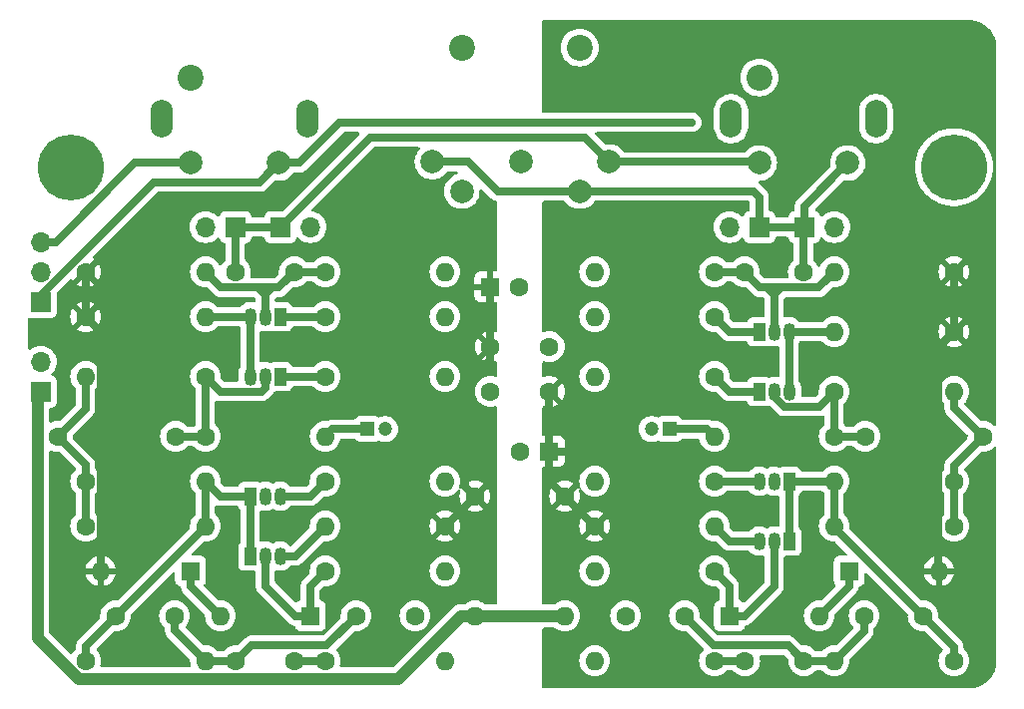
<source format=gbl>
G04 #@! TF.GenerationSoftware,KiCad,Pcbnew,8.0.9*
G04 #@! TF.CreationDate,2025-03-02T14:07:42+01:00*
G04 #@! TF.ProjectId,cjss103,636a7373-3130-4332-9e6b-696361645f70,rev?*
G04 #@! TF.SameCoordinates,Original*
G04 #@! TF.FileFunction,Copper,L2,Bot*
G04 #@! TF.FilePolarity,Positive*
%FSLAX46Y46*%
G04 Gerber Fmt 4.6, Leading zero omitted, Abs format (unit mm)*
G04 Created by KiCad (PCBNEW 8.0.9) date 2025-03-02 14:07:42*
%MOMM*%
%LPD*%
G01*
G04 APERTURE LIST*
G04 #@! TA.AperFunction,ComponentPad*
%ADD10R,1.600000X1.600000*%
G04 #@! TD*
G04 #@! TA.AperFunction,ComponentPad*
%ADD11O,1.600000X1.600000*%
G04 #@! TD*
G04 #@! TA.AperFunction,ComponentPad*
%ADD12C,1.600000*%
G04 #@! TD*
G04 #@! TA.AperFunction,ComponentPad*
%ADD13R,1.050000X1.500000*%
G04 #@! TD*
G04 #@! TA.AperFunction,ComponentPad*
%ADD14O,1.050000X1.500000*%
G04 #@! TD*
G04 #@! TA.AperFunction,ComponentPad*
%ADD15R,1.700000X1.700000*%
G04 #@! TD*
G04 #@! TA.AperFunction,ComponentPad*
%ADD16O,1.700000X1.700000*%
G04 #@! TD*
G04 #@! TA.AperFunction,ComponentPad*
%ADD17C,5.600000*%
G04 #@! TD*
G04 #@! TA.AperFunction,ComponentPad*
%ADD18C,2.200000*%
G04 #@! TD*
G04 #@! TA.AperFunction,ComponentPad*
%ADD19C,2.000000*%
G04 #@! TD*
G04 #@! TA.AperFunction,WasherPad*
%ADD20O,1.900000X3.200000*%
G04 #@! TD*
G04 #@! TA.AperFunction,ComponentPad*
%ADD21R,1.200000X1.200000*%
G04 #@! TD*
G04 #@! TA.AperFunction,ComponentPad*
%ADD22C,1.200000*%
G04 #@! TD*
G04 #@! TA.AperFunction,ViaPad*
%ADD23C,0.600000*%
G04 #@! TD*
G04 #@! TA.AperFunction,Conductor*
%ADD24C,0.635000*%
G04 #@! TD*
G04 #@! TA.AperFunction,Conductor*
%ADD25C,1.000000*%
G04 #@! TD*
G04 APERTURE END LIST*
D10*
X109220000Y-69850000D03*
D11*
X101600000Y-69850000D03*
D12*
X107950000Y-58420000D03*
X97950000Y-58420000D03*
X161250000Y-77470000D03*
X156250000Y-77470000D03*
X173990000Y-77470000D03*
D11*
X163830000Y-77470000D03*
D12*
X153670000Y-77470000D03*
D11*
X143510000Y-77470000D03*
D10*
X165100000Y-69850000D03*
D11*
X172720000Y-69850000D03*
D12*
X143510000Y-66040000D03*
D11*
X153670000Y-66040000D03*
D13*
X160020000Y-67310000D03*
D14*
X158750000Y-67310000D03*
X157480000Y-67310000D03*
D15*
X161290000Y-40640000D03*
D16*
X163830000Y-40640000D03*
D12*
X166450000Y-58420000D03*
X176450000Y-58420000D03*
X173990000Y-66040000D03*
D11*
X163830000Y-66040000D03*
D12*
X102870000Y-73660000D03*
X107870000Y-73660000D03*
X163830000Y-58420000D03*
D11*
X153670000Y-58420000D03*
D10*
X139660000Y-59690000D03*
D12*
X137160000Y-59690000D03*
X173990000Y-62230000D03*
D11*
X163830000Y-62230000D03*
D17*
X99060000Y-35560000D03*
D12*
X100330000Y-77470000D03*
D11*
X110490000Y-77470000D03*
D12*
X110490000Y-53340000D03*
D11*
X100330000Y-53340000D03*
D13*
X157480000Y-54610000D03*
D14*
X158750000Y-54610000D03*
X160020000Y-54610000D03*
D15*
X157480000Y-40640000D03*
D16*
X154940000Y-40640000D03*
D12*
X100330000Y-66040000D03*
D11*
X110490000Y-66040000D03*
D12*
X113030000Y-44450000D03*
X118030000Y-44450000D03*
X153670000Y-53340000D03*
D11*
X143510000Y-53340000D03*
D18*
X132240000Y-25400000D03*
X142240000Y-25400000D03*
D19*
X129740000Y-35100000D03*
X137240000Y-35100000D03*
X144740000Y-35100000D03*
X132240000Y-37600000D03*
X142240000Y-37600000D03*
D12*
X153670000Y-62230000D03*
D11*
X143510000Y-62230000D03*
D12*
X146130000Y-73660000D03*
X151130000Y-73660000D03*
X120650000Y-69850000D03*
D11*
X130810000Y-69850000D03*
D12*
X153670000Y-48260000D03*
D11*
X143510000Y-48260000D03*
D12*
X173990000Y-44450000D03*
D11*
X163830000Y-44450000D03*
D12*
X171370000Y-73660000D03*
X166370000Y-73660000D03*
X100330000Y-62230000D03*
D11*
X110490000Y-62230000D03*
D12*
X120650000Y-44450000D03*
D11*
X130810000Y-44450000D03*
D12*
X139660000Y-50800000D03*
X134660000Y-50800000D03*
D10*
X119380000Y-73660000D03*
D11*
X111760000Y-73660000D03*
D15*
X96520000Y-54610000D03*
D16*
X96520000Y-52070000D03*
D12*
X173990000Y-49530000D03*
D11*
X163830000Y-49530000D03*
D13*
X116840000Y-48260000D03*
D14*
X115570000Y-48260000D03*
X114300000Y-48260000D03*
D12*
X120650000Y-48260000D03*
D11*
X130810000Y-48260000D03*
D12*
X120650000Y-53340000D03*
D11*
X130810000Y-53340000D03*
D13*
X160020000Y-62230000D03*
D14*
X158750000Y-62230000D03*
X157480000Y-62230000D03*
D13*
X114300000Y-63500000D03*
D14*
X115570000Y-63500000D03*
X116840000Y-63500000D03*
D10*
X134620000Y-45720000D03*
D12*
X137120000Y-45720000D03*
X120650000Y-77470000D03*
D11*
X130810000Y-77470000D03*
D15*
X116840000Y-40640000D03*
D16*
X119380000Y-40640000D03*
D12*
X133350000Y-63500000D03*
D11*
X133350000Y-73660000D03*
D12*
X113070000Y-77470000D03*
X118070000Y-77470000D03*
X130810000Y-66040000D03*
D11*
X120650000Y-66040000D03*
D10*
X154940000Y-73660000D03*
D11*
X162560000Y-73660000D03*
D12*
X100330000Y-44450000D03*
D11*
X110490000Y-44450000D03*
D12*
X163830000Y-54610000D03*
D11*
X173990000Y-54610000D03*
D12*
X134660000Y-54610000D03*
X139660000Y-54610000D03*
D20*
X119120000Y-31440000D03*
X106820000Y-31440000D03*
D19*
X109220000Y-35190000D03*
X116720000Y-35190000D03*
D18*
X109220000Y-27940000D03*
D13*
X116840000Y-53340000D03*
D14*
X115570000Y-53340000D03*
X114300000Y-53340000D03*
D12*
X100330000Y-48260000D03*
D11*
X110490000Y-48260000D03*
D12*
X161210000Y-44450000D03*
X156210000Y-44450000D03*
D21*
X149860000Y-57785000D03*
D22*
X148360000Y-57785000D03*
D15*
X113030000Y-40640000D03*
D16*
X110490000Y-40640000D03*
D21*
X124230000Y-57785000D03*
D22*
X125730000Y-57785000D03*
D15*
X96520000Y-46990000D03*
D16*
X96520000Y-44450000D03*
X96520000Y-41910000D03*
D13*
X114300000Y-68580000D03*
D14*
X115570000Y-68580000D03*
X116840000Y-68580000D03*
D12*
X153670000Y-69850000D03*
D11*
X143510000Y-69850000D03*
D17*
X173990000Y-35560000D03*
D12*
X110490000Y-58420000D03*
D11*
X120650000Y-58420000D03*
D12*
X140970000Y-63500000D03*
D11*
X140970000Y-73660000D03*
D12*
X128270000Y-73660000D03*
X123270000Y-73660000D03*
X120650000Y-62230000D03*
D11*
X130810000Y-62230000D03*
D13*
X157480000Y-49530000D03*
D14*
X158750000Y-49530000D03*
X160020000Y-49530000D03*
D20*
X167380000Y-31440000D03*
X155080000Y-31440000D03*
D19*
X157480000Y-35190000D03*
X164980000Y-35190000D03*
D18*
X157480000Y-27940000D03*
D12*
X153670000Y-44450000D03*
D11*
X143510000Y-44450000D03*
D23*
X151765000Y-31750000D03*
D24*
X144740000Y-35100000D02*
X142660000Y-33020000D01*
X142660000Y-33020000D02*
X124460000Y-33020000D01*
X124460000Y-33020000D02*
X116840000Y-40640000D01*
X157390000Y-35100000D02*
X157480000Y-35190000D01*
X116840000Y-40640000D02*
X113030000Y-40640000D01*
X113030000Y-40640000D02*
X113030000Y-44450000D01*
X144740000Y-35100000D02*
X157390000Y-35100000D01*
X132775000Y-35100000D02*
X135275000Y-37600000D01*
X161210000Y-40720000D02*
X161290000Y-40640000D01*
X156980000Y-37600000D02*
X157480000Y-38100000D01*
X161210000Y-44450000D02*
X161210000Y-40720000D01*
X129740000Y-35100000D02*
X132775000Y-35100000D01*
X161290000Y-40640000D02*
X157480000Y-40640000D01*
X142240000Y-37600000D02*
X156980000Y-37600000D01*
X157480000Y-38100000D02*
X157480000Y-40640000D01*
X161290000Y-40640000D02*
X161290000Y-38880000D01*
X135275000Y-37600000D02*
X142240000Y-37600000D01*
X161290000Y-38880000D02*
X164980000Y-35190000D01*
X118030000Y-44450000D02*
X120650000Y-44450000D01*
X115570000Y-46355000D02*
X115522500Y-46355000D01*
X115617500Y-46355000D02*
X116205000Y-45767500D01*
X110490000Y-44450000D02*
X111807500Y-45767500D01*
X115570000Y-45767500D02*
X116205000Y-45767500D01*
X116205000Y-45767500D02*
X116712500Y-45767500D01*
X115570000Y-46355000D02*
X115570000Y-48260000D01*
X111807500Y-45767500D02*
X114935000Y-45767500D01*
X116712500Y-45767500D02*
X118030000Y-44450000D01*
X115570000Y-45767500D02*
X115570000Y-46355000D01*
X115570000Y-46355000D02*
X115617500Y-46355000D01*
X115522500Y-46355000D02*
X114935000Y-45767500D01*
X114935000Y-45767500D02*
X115570000Y-45767500D01*
X124230000Y-57785000D02*
X121285000Y-57785000D01*
X121285000Y-57785000D02*
X120650000Y-58420000D01*
X110490000Y-53340000D02*
X110490000Y-58420000D01*
X115235000Y-54610000D02*
X115570000Y-54275000D01*
X110490000Y-53340000D02*
X111760000Y-54610000D01*
X110490000Y-58420000D02*
X107950000Y-58420000D01*
X111760000Y-54610000D02*
X115235000Y-54610000D01*
X115570000Y-54275000D02*
X115570000Y-53340000D01*
X100330000Y-56040000D02*
X97950000Y-58420000D01*
X100330000Y-62230000D02*
X100330000Y-66040000D01*
X100330000Y-53340000D02*
X100330000Y-56040000D01*
X100330000Y-62230000D02*
X100330000Y-60800000D01*
X100330000Y-60800000D02*
X97950000Y-58420000D01*
X110490000Y-62230000D02*
X110490000Y-66040000D01*
X100330000Y-76200000D02*
X102870000Y-73660000D01*
X100330000Y-77470000D02*
X100330000Y-76200000D01*
X102870000Y-73660000D02*
X110490000Y-66040000D01*
X114300000Y-63500000D02*
X114300000Y-68580000D01*
X111760000Y-63500000D02*
X110490000Y-62230000D01*
X114300000Y-63500000D02*
X111760000Y-63500000D01*
X107870000Y-74850000D02*
X110490000Y-77470000D01*
X120777500Y-76152500D02*
X123270000Y-73660000D01*
X107870000Y-73660000D02*
X107870000Y-74850000D01*
X110490000Y-77470000D02*
X113070000Y-77470000D01*
X113070000Y-77470000D02*
X114387500Y-76152500D01*
X114387500Y-76152500D02*
X120777500Y-76152500D01*
X96520000Y-41910000D02*
X97790000Y-41910000D01*
X118070000Y-77470000D02*
X120650000Y-77470000D01*
X97790000Y-41910000D02*
X104510000Y-35190000D01*
X104510000Y-35190000D02*
X109220000Y-35190000D01*
X101647500Y-60325000D02*
X101647500Y-69802500D01*
X101647500Y-60325000D02*
X132550001Y-60325000D01*
X130810000Y-66040000D02*
X133350000Y-63500000D01*
X100330000Y-48260000D02*
X101647500Y-49577500D01*
X132550001Y-62700001D02*
X133350000Y-63500000D01*
X132550001Y-60325000D02*
X132550001Y-62700001D01*
X100330000Y-44450000D02*
X100330000Y-48260000D01*
X101647500Y-49577500D02*
X101647500Y-60325000D01*
X134620000Y-50760000D02*
X134660000Y-50800000D01*
X101647500Y-69802500D02*
X101600000Y-69850000D01*
X134620000Y-45720000D02*
X134620000Y-50760000D01*
X134660000Y-50800000D02*
X134660000Y-51931370D01*
X134660000Y-51931370D02*
X132550001Y-54041369D01*
X132550001Y-54041369D02*
X132550001Y-60325000D01*
X158797500Y-46355000D02*
X158702500Y-46355000D01*
X158750000Y-49530000D02*
X158750000Y-46355000D01*
X158797500Y-46355000D02*
X159385000Y-45767500D01*
X162512500Y-45767500D02*
X163830000Y-44450000D01*
X156210000Y-44450000D02*
X157527500Y-45767500D01*
X158115000Y-45767500D02*
X158750000Y-45767500D01*
X158702500Y-46355000D02*
X158115000Y-45767500D01*
X153670000Y-44450000D02*
X156210000Y-44450000D01*
X158750000Y-45767500D02*
X159385000Y-45767500D01*
X159385000Y-45767500D02*
X162512500Y-45767500D01*
X157527500Y-45767500D02*
X158115000Y-45767500D01*
X158750000Y-46355000D02*
X158797500Y-46355000D01*
X158750000Y-46355000D02*
X158750000Y-45767500D01*
X149860000Y-57785000D02*
X153035000Y-57785000D01*
X153035000Y-57785000D02*
X153670000Y-58420000D01*
X173990000Y-55960000D02*
X176450000Y-58420000D01*
X173990000Y-66040000D02*
X173990000Y-62230000D01*
X173990000Y-60880000D02*
X176450000Y-58420000D01*
X173990000Y-62230000D02*
X173990000Y-60880000D01*
X173990000Y-54610000D02*
X173990000Y-55960000D01*
X159590682Y-55880000D02*
X162560000Y-55880000D01*
X163830000Y-54610000D02*
X163830000Y-58420000D01*
X158750000Y-55039318D02*
X159590682Y-55880000D01*
X166450000Y-58420000D02*
X163830000Y-58420000D01*
X162560000Y-55880000D02*
X163830000Y-54610000D01*
X158750000Y-54610000D02*
X158750000Y-55039318D01*
X173990000Y-76280000D02*
X171370000Y-73660000D01*
X163830000Y-66040000D02*
X163830000Y-62230000D01*
X163830000Y-62230000D02*
X160020000Y-62230000D01*
X163830000Y-66120000D02*
X163830000Y-66040000D01*
X171370000Y-73660000D02*
X163830000Y-66120000D01*
X160020000Y-62230000D02*
X160020000Y-67310000D01*
X173990000Y-77470000D02*
X173990000Y-76280000D01*
X161250000Y-77470000D02*
X163830000Y-77470000D01*
X166370000Y-73660000D02*
X166370000Y-74930000D01*
X166370000Y-74930000D02*
X163830000Y-77470000D01*
X159932500Y-76152500D02*
X153622500Y-76152500D01*
X161250000Y-77470000D02*
X159932500Y-76152500D01*
X153622500Y-76152500D02*
X151130000Y-73660000D01*
X115080000Y-36830000D02*
X116720000Y-35190000D01*
X121888912Y-31750000D02*
X118448912Y-35190000D01*
X153670000Y-77470000D02*
X156250000Y-77470000D01*
X96520000Y-46396773D02*
X106086773Y-36830000D01*
X106086773Y-36830000D02*
X115080000Y-36830000D01*
X118448912Y-35190000D02*
X116720000Y-35190000D01*
X151765000Y-31750000D02*
X121888912Y-31750000D01*
X96520000Y-46990000D02*
X96520000Y-46396773D01*
X172672500Y-50847500D02*
X172672500Y-60325000D01*
X139660000Y-59690000D02*
X139660000Y-62190000D01*
X172672500Y-69802500D02*
X172720000Y-69850000D01*
X143510000Y-66040000D02*
X140970000Y-63500000D01*
X139660000Y-54610000D02*
X139660000Y-59690000D01*
X172672500Y-60325000D02*
X142240000Y-60325000D01*
X173990000Y-49530000D02*
X172672500Y-50847500D01*
X141605000Y-59690000D02*
X139660000Y-59690000D01*
X139660000Y-62190000D02*
X140970000Y-63500000D01*
X173990000Y-44450000D02*
X173990000Y-49530000D01*
X172672500Y-60325000D02*
X172672500Y-69802500D01*
X142240000Y-60325000D02*
X141605000Y-59690000D01*
X109220000Y-71120000D02*
X111760000Y-73660000D01*
X109220000Y-69850000D02*
X109220000Y-71120000D01*
X119380000Y-71120000D02*
X120650000Y-69850000D01*
X115570000Y-71120000D02*
X115570000Y-68580000D01*
X119380000Y-73660000D02*
X118110000Y-73660000D01*
X118110000Y-73660000D02*
X115570000Y-71120000D01*
X119380000Y-73660000D02*
X119380000Y-71120000D01*
X165100000Y-69850000D02*
X165100000Y-71120000D01*
X165100000Y-71120000D02*
X162560000Y-73660000D01*
X156210000Y-73660000D02*
X158750000Y-71120000D01*
X154940000Y-73660000D02*
X154940000Y-71120000D01*
X158750000Y-71120000D02*
X158750000Y-67310000D01*
X154940000Y-73660000D02*
X156210000Y-73660000D01*
X154940000Y-71120000D02*
X153670000Y-69850000D01*
D25*
X96250000Y-75511321D02*
X99748679Y-79010000D01*
X132218630Y-73660000D02*
X133350000Y-73660000D01*
X133350000Y-73660000D02*
X140970000Y-73660000D01*
X96250000Y-54880000D02*
X96250000Y-75511321D01*
X126868630Y-79010000D02*
X132218630Y-73660000D01*
X96520000Y-54610000D02*
X96250000Y-54880000D01*
X99748679Y-79010000D02*
X126868630Y-79010000D01*
D24*
X157480000Y-49530000D02*
X154940000Y-49530000D01*
X154940000Y-49530000D02*
X153670000Y-48260000D01*
X163830000Y-49530000D02*
X160020000Y-49530000D01*
X160020000Y-49530000D02*
X160020000Y-54610000D01*
X154940000Y-54610000D02*
X153670000Y-53340000D01*
X157480000Y-54610000D02*
X154940000Y-54610000D01*
X114300000Y-48260000D02*
X110490000Y-48260000D01*
X114300000Y-48260000D02*
X114300000Y-53340000D01*
X116840000Y-48260000D02*
X120650000Y-48260000D01*
X116840000Y-53340000D02*
X120650000Y-53340000D01*
X116840000Y-63500000D02*
X119380000Y-63500000D01*
X119380000Y-63500000D02*
X120650000Y-62230000D01*
X116840000Y-68580000D02*
X118110000Y-68580000D01*
X118110000Y-68580000D02*
X120650000Y-66040000D01*
X157480000Y-62230000D02*
X153670000Y-62230000D01*
X157480000Y-67310000D02*
X154940000Y-67310000D01*
X154940000Y-67310000D02*
X153670000Y-66040000D01*
G04 #@! TA.AperFunction,Conductor*
G36*
X175263736Y-23060726D02*
G01*
X175534510Y-23077105D01*
X175549372Y-23078909D01*
X175812507Y-23127131D01*
X175827044Y-23130714D01*
X176082435Y-23210298D01*
X176096427Y-23215603D01*
X176340381Y-23325398D01*
X176353639Y-23332356D01*
X176582574Y-23470752D01*
X176594885Y-23479250D01*
X176805473Y-23644235D01*
X176816681Y-23654165D01*
X177005834Y-23843318D01*
X177015764Y-23854526D01*
X177105866Y-23969533D01*
X177180745Y-24065108D01*
X177189249Y-24077428D01*
X177203596Y-24101161D01*
X177327642Y-24306359D01*
X177334601Y-24319618D01*
X177444394Y-24563568D01*
X177449703Y-24577569D01*
X177529284Y-24832954D01*
X177532868Y-24847492D01*
X177581089Y-25110625D01*
X177582894Y-25125489D01*
X177599274Y-25396261D01*
X177599500Y-25403749D01*
X177599500Y-57430951D01*
X177579815Y-57497990D01*
X177527011Y-57543745D01*
X177457853Y-57553689D01*
X177394297Y-57524664D01*
X177387819Y-57518632D01*
X177289141Y-57419954D01*
X177102734Y-57289432D01*
X177102732Y-57289431D01*
X176896497Y-57193261D01*
X176896488Y-57193258D01*
X176676697Y-57134366D01*
X176676693Y-57134365D01*
X176676692Y-57134365D01*
X176676691Y-57134364D01*
X176676686Y-57134364D01*
X176450002Y-57114532D01*
X176449997Y-57114532D01*
X176370917Y-57121450D01*
X176302418Y-57107683D01*
X176272430Y-57085603D01*
X174900688Y-55713861D01*
X174867203Y-55652538D01*
X174872187Y-55582846D01*
X174900688Y-55538499D01*
X174990045Y-55449141D01*
X174990047Y-55449139D01*
X175120568Y-55262734D01*
X175216739Y-55056496D01*
X175275635Y-54836692D01*
X175295468Y-54610000D01*
X175275635Y-54383308D01*
X175216739Y-54163504D01*
X175120568Y-53957266D01*
X174990047Y-53770861D01*
X174990045Y-53770858D01*
X174829141Y-53609954D01*
X174642734Y-53479432D01*
X174642732Y-53479431D01*
X174436497Y-53383261D01*
X174436488Y-53383258D01*
X174216697Y-53324366D01*
X174216693Y-53324365D01*
X174216692Y-53324365D01*
X174216691Y-53324364D01*
X174216686Y-53324364D01*
X173990002Y-53304532D01*
X173989998Y-53304532D01*
X173763313Y-53324364D01*
X173763302Y-53324366D01*
X173543511Y-53383258D01*
X173543502Y-53383261D01*
X173337267Y-53479431D01*
X173337265Y-53479432D01*
X173150858Y-53609954D01*
X172989954Y-53770858D01*
X172859432Y-53957265D01*
X172859431Y-53957267D01*
X172763261Y-54163502D01*
X172763258Y-54163511D01*
X172704366Y-54383302D01*
X172704364Y-54383313D01*
X172684532Y-54609998D01*
X172684532Y-54610001D01*
X172704364Y-54836686D01*
X172704366Y-54836697D01*
X172763258Y-55056488D01*
X172763261Y-55056497D01*
X172859431Y-55262732D01*
X172859432Y-55262734D01*
X172989954Y-55449141D01*
X173135681Y-55594868D01*
X173169166Y-55656191D01*
X173172000Y-55682549D01*
X173172000Y-56040570D01*
X173203433Y-56198595D01*
X173203435Y-56198601D01*
X173231961Y-56267468D01*
X173231961Y-56267470D01*
X173265097Y-56347468D01*
X173265098Y-56347471D01*
X173354617Y-56481444D01*
X173354620Y-56481448D01*
X175115603Y-58242430D01*
X175149088Y-58303753D01*
X175151450Y-58340917D01*
X175144532Y-58419996D01*
X175144532Y-58420002D01*
X175151450Y-58499080D01*
X175137683Y-58567580D01*
X175115603Y-58597568D01*
X173354620Y-60358551D01*
X173354617Y-60358555D01*
X173265100Y-60492525D01*
X173265093Y-60492538D01*
X173203436Y-60641393D01*
X173203433Y-60641405D01*
X173172000Y-60799429D01*
X173172000Y-61157451D01*
X173152315Y-61224490D01*
X173135681Y-61245132D01*
X172989954Y-61390858D01*
X172859432Y-61577265D01*
X172859431Y-61577267D01*
X172763261Y-61783502D01*
X172763258Y-61783511D01*
X172704366Y-62003302D01*
X172704364Y-62003313D01*
X172684532Y-62229998D01*
X172684532Y-62230001D01*
X172704364Y-62456686D01*
X172704366Y-62456697D01*
X172763258Y-62676488D01*
X172763261Y-62676497D01*
X172859431Y-62882732D01*
X172859432Y-62882734D01*
X172989954Y-63069141D01*
X173135681Y-63214868D01*
X173169166Y-63276191D01*
X173172000Y-63302549D01*
X173172000Y-64967451D01*
X173152315Y-65034490D01*
X173135681Y-65055132D01*
X172989954Y-65200858D01*
X172859432Y-65387265D01*
X172859431Y-65387267D01*
X172763261Y-65593502D01*
X172763258Y-65593511D01*
X172704366Y-65813302D01*
X172704364Y-65813313D01*
X172684532Y-66039998D01*
X172684532Y-66040001D01*
X172704364Y-66266686D01*
X172704366Y-66266697D01*
X172763258Y-66486488D01*
X172763261Y-66486497D01*
X172859431Y-66692732D01*
X172859432Y-66692734D01*
X172989954Y-66879141D01*
X173150858Y-67040045D01*
X173150861Y-67040047D01*
X173337266Y-67170568D01*
X173543504Y-67266739D01*
X173763308Y-67325635D01*
X173925230Y-67339801D01*
X173989998Y-67345468D01*
X173990000Y-67345468D01*
X173990002Y-67345468D01*
X174053128Y-67339945D01*
X174216692Y-67325635D01*
X174436496Y-67266739D01*
X174642734Y-67170568D01*
X174829139Y-67040047D01*
X174990047Y-66879139D01*
X175120568Y-66692734D01*
X175216739Y-66486496D01*
X175275635Y-66266692D01*
X175295468Y-66040000D01*
X175275635Y-65813308D01*
X175216739Y-65593504D01*
X175120568Y-65387266D01*
X174990047Y-65200861D01*
X174990045Y-65200858D01*
X174844319Y-65055132D01*
X174810834Y-64993809D01*
X174808000Y-64967451D01*
X174808000Y-63302549D01*
X174827685Y-63235510D01*
X174844319Y-63214868D01*
X174990045Y-63069141D01*
X174990047Y-63069139D01*
X175120568Y-62882734D01*
X175216739Y-62676496D01*
X175275635Y-62456692D01*
X175295468Y-62230000D01*
X175294143Y-62214860D01*
X175275635Y-62003313D01*
X175275635Y-62003308D01*
X175216739Y-61783504D01*
X175120568Y-61577266D01*
X174990047Y-61390861D01*
X174990045Y-61390858D01*
X174900687Y-61301500D01*
X174867202Y-61240177D01*
X174872186Y-61170485D01*
X174900685Y-61126140D01*
X176272432Y-59754393D01*
X176333753Y-59720910D01*
X176370913Y-59718548D01*
X176450000Y-59725468D01*
X176450000Y-59725467D01*
X176450001Y-59725468D01*
X176450002Y-59725468D01*
X176506673Y-59720509D01*
X176676692Y-59705635D01*
X176896496Y-59646739D01*
X177102734Y-59550568D01*
X177289139Y-59420047D01*
X177308983Y-59400203D01*
X177387819Y-59321368D01*
X177449142Y-59287883D01*
X177518834Y-59292867D01*
X177574767Y-59334739D01*
X177599184Y-59400203D01*
X177599500Y-59409049D01*
X177599500Y-77466249D01*
X177599274Y-77473737D01*
X177582894Y-77744510D01*
X177581089Y-77759374D01*
X177532868Y-78022507D01*
X177529284Y-78037045D01*
X177449703Y-78292430D01*
X177444394Y-78306431D01*
X177334601Y-78550381D01*
X177327642Y-78563640D01*
X177189251Y-78792568D01*
X177180745Y-78804891D01*
X177015764Y-79015473D01*
X177005834Y-79026681D01*
X176816681Y-79215834D01*
X176805473Y-79225764D01*
X176594891Y-79390745D01*
X176582568Y-79399251D01*
X176353640Y-79537642D01*
X176340381Y-79544601D01*
X176096431Y-79654394D01*
X176082430Y-79659703D01*
X175827045Y-79739284D01*
X175812507Y-79742868D01*
X175549374Y-79791089D01*
X175534510Y-79792894D01*
X175279690Y-79808308D01*
X175263735Y-79809274D01*
X175256249Y-79809500D01*
X139189000Y-79809500D01*
X139121961Y-79789815D01*
X139076206Y-79737011D01*
X139065000Y-79685500D01*
X139065000Y-77469998D01*
X142204532Y-77469998D01*
X142204532Y-77470001D01*
X142224364Y-77696686D01*
X142224366Y-77696697D01*
X142283258Y-77916488D01*
X142283261Y-77916497D01*
X142379431Y-78122732D01*
X142379432Y-78122734D01*
X142509954Y-78309141D01*
X142670858Y-78470045D01*
X142670861Y-78470047D01*
X142857266Y-78600568D01*
X143063504Y-78696739D01*
X143283308Y-78755635D01*
X143445230Y-78769801D01*
X143509998Y-78775468D01*
X143510000Y-78775468D01*
X143510002Y-78775468D01*
X143566673Y-78770509D01*
X143736692Y-78755635D01*
X143956496Y-78696739D01*
X144162734Y-78600568D01*
X144349139Y-78470047D01*
X144510047Y-78309139D01*
X144640568Y-78122734D01*
X144736739Y-77916496D01*
X144795635Y-77696692D01*
X144815468Y-77470000D01*
X144795635Y-77243308D01*
X144736739Y-77023504D01*
X144640568Y-76817266D01*
X144510047Y-76630861D01*
X144510046Y-76630860D01*
X144510045Y-76630858D01*
X144349141Y-76469954D01*
X144162734Y-76339432D01*
X144162732Y-76339431D01*
X143956497Y-76243261D01*
X143956488Y-76243258D01*
X143736697Y-76184366D01*
X143736693Y-76184365D01*
X143736692Y-76184365D01*
X143736691Y-76184364D01*
X143736686Y-76184364D01*
X143510002Y-76164532D01*
X143509998Y-76164532D01*
X143283313Y-76184364D01*
X143283302Y-76184366D01*
X143063511Y-76243258D01*
X143063502Y-76243261D01*
X142857267Y-76339431D01*
X142857265Y-76339432D01*
X142670858Y-76469954D01*
X142509954Y-76630858D01*
X142379432Y-76817265D01*
X142379431Y-76817267D01*
X142283261Y-77023502D01*
X142283258Y-77023511D01*
X142224366Y-77243302D01*
X142224364Y-77243313D01*
X142204532Y-77469998D01*
X139065000Y-77469998D01*
X139065000Y-74784500D01*
X139084685Y-74717461D01*
X139137489Y-74671706D01*
X139189000Y-74660500D01*
X140092412Y-74660500D01*
X140159451Y-74680185D01*
X140163523Y-74682917D01*
X140317266Y-74790568D01*
X140523504Y-74886739D01*
X140743308Y-74945635D01*
X140905230Y-74959801D01*
X140969998Y-74965468D01*
X140970000Y-74965468D01*
X140970002Y-74965468D01*
X141026807Y-74960498D01*
X141196692Y-74945635D01*
X141416496Y-74886739D01*
X141622734Y-74790568D01*
X141809139Y-74660047D01*
X141970047Y-74499139D01*
X142100568Y-74312734D01*
X142196739Y-74106496D01*
X142255635Y-73886692D01*
X142275468Y-73660000D01*
X142275468Y-73659998D01*
X144824532Y-73659998D01*
X144824532Y-73660001D01*
X144844364Y-73886686D01*
X144844366Y-73886697D01*
X144903258Y-74106488D01*
X144903261Y-74106497D01*
X144999431Y-74312732D01*
X144999432Y-74312734D01*
X145129954Y-74499141D01*
X145290858Y-74660045D01*
X145290861Y-74660047D01*
X145477266Y-74790568D01*
X145683504Y-74886739D01*
X145903308Y-74945635D01*
X146065230Y-74959801D01*
X146129998Y-74965468D01*
X146130000Y-74965468D01*
X146130002Y-74965468D01*
X146186807Y-74960498D01*
X146356692Y-74945635D01*
X146576496Y-74886739D01*
X146782734Y-74790568D01*
X146969139Y-74660047D01*
X147130047Y-74499139D01*
X147260568Y-74312734D01*
X147356739Y-74106496D01*
X147415635Y-73886692D01*
X147435468Y-73660000D01*
X147435468Y-73659998D01*
X149824532Y-73659998D01*
X149824532Y-73660001D01*
X149844364Y-73886686D01*
X149844366Y-73886697D01*
X149903258Y-74106488D01*
X149903261Y-74106497D01*
X149999431Y-74312732D01*
X149999432Y-74312734D01*
X150129954Y-74499141D01*
X150290858Y-74660045D01*
X150290861Y-74660047D01*
X150477266Y-74790568D01*
X150683504Y-74886739D01*
X150903308Y-74945635D01*
X151065230Y-74959801D01*
X151129998Y-74965468D01*
X151129999Y-74965468D01*
X151129999Y-74965467D01*
X151130000Y-74965468D01*
X151209080Y-74958548D01*
X151277578Y-74972314D01*
X151307568Y-74994395D01*
X152719311Y-76406138D01*
X152752796Y-76467461D01*
X152747812Y-76537153D01*
X152719313Y-76581499D01*
X152669952Y-76630861D01*
X152539432Y-76817265D01*
X152539431Y-76817267D01*
X152443261Y-77023502D01*
X152443258Y-77023511D01*
X152384366Y-77243302D01*
X152384364Y-77243313D01*
X152364532Y-77469998D01*
X152364532Y-77470001D01*
X152384364Y-77696686D01*
X152384366Y-77696697D01*
X152443258Y-77916488D01*
X152443261Y-77916497D01*
X152539431Y-78122732D01*
X152539432Y-78122734D01*
X152669954Y-78309141D01*
X152830858Y-78470045D01*
X152830861Y-78470047D01*
X153017266Y-78600568D01*
X153223504Y-78696739D01*
X153443308Y-78755635D01*
X153605230Y-78769801D01*
X153669998Y-78775468D01*
X153670000Y-78775468D01*
X153670002Y-78775468D01*
X153726673Y-78770509D01*
X153896692Y-78755635D01*
X154116496Y-78696739D01*
X154322734Y-78600568D01*
X154509139Y-78470047D01*
X154654868Y-78324317D01*
X154716189Y-78290834D01*
X154742548Y-78288000D01*
X155177452Y-78288000D01*
X155244491Y-78307685D01*
X155265128Y-78324314D01*
X155410861Y-78470047D01*
X155597266Y-78600568D01*
X155803504Y-78696739D01*
X156023308Y-78755635D01*
X156185230Y-78769801D01*
X156249998Y-78775468D01*
X156250000Y-78775468D01*
X156250002Y-78775468D01*
X156306673Y-78770509D01*
X156476692Y-78755635D01*
X156696496Y-78696739D01*
X156902734Y-78600568D01*
X157089139Y-78470047D01*
X157250047Y-78309139D01*
X157380568Y-78122734D01*
X157476739Y-77916496D01*
X157535635Y-77696692D01*
X157555468Y-77470000D01*
X157535635Y-77243308D01*
X157522308Y-77193573D01*
X157504362Y-77126593D01*
X157506025Y-77056743D01*
X157545188Y-76998881D01*
X157609417Y-76971377D01*
X157624137Y-76970500D01*
X159542311Y-76970500D01*
X159609350Y-76990185D01*
X159629992Y-77006819D01*
X159915603Y-77292430D01*
X159949088Y-77353753D01*
X159951450Y-77390917D01*
X159944532Y-77469996D01*
X159944532Y-77470001D01*
X159964364Y-77696686D01*
X159964366Y-77696697D01*
X160023258Y-77916488D01*
X160023261Y-77916497D01*
X160119431Y-78122732D01*
X160119432Y-78122734D01*
X160249954Y-78309141D01*
X160410858Y-78470045D01*
X160410861Y-78470047D01*
X160597266Y-78600568D01*
X160803504Y-78696739D01*
X161023308Y-78755635D01*
X161185230Y-78769801D01*
X161249998Y-78775468D01*
X161250000Y-78775468D01*
X161250002Y-78775468D01*
X161306673Y-78770509D01*
X161476692Y-78755635D01*
X161696496Y-78696739D01*
X161902734Y-78600568D01*
X162089139Y-78470047D01*
X162234868Y-78324317D01*
X162296189Y-78290834D01*
X162322548Y-78288000D01*
X162757452Y-78288000D01*
X162824491Y-78307685D01*
X162845128Y-78324314D01*
X162990861Y-78470047D01*
X163177266Y-78600568D01*
X163383504Y-78696739D01*
X163603308Y-78755635D01*
X163765230Y-78769801D01*
X163829998Y-78775468D01*
X163830000Y-78775468D01*
X163830002Y-78775468D01*
X163886673Y-78770509D01*
X164056692Y-78755635D01*
X164276496Y-78696739D01*
X164482734Y-78600568D01*
X164669139Y-78470047D01*
X164830047Y-78309139D01*
X164960568Y-78122734D01*
X165056739Y-77916496D01*
X165115635Y-77696692D01*
X165135468Y-77470000D01*
X165128548Y-77390916D01*
X165142314Y-77322420D01*
X165164392Y-77292433D01*
X167005382Y-75451445D01*
X167094902Y-75317469D01*
X167112962Y-75273866D01*
X167156565Y-75168602D01*
X167188000Y-75010566D01*
X167188000Y-74732549D01*
X167207685Y-74665510D01*
X167224319Y-74644868D01*
X167370045Y-74499141D01*
X167370047Y-74499139D01*
X167500568Y-74312734D01*
X167596739Y-74106496D01*
X167655635Y-73886692D01*
X167675468Y-73660000D01*
X167655635Y-73433308D01*
X167596739Y-73213504D01*
X167500568Y-73007266D01*
X167370047Y-72820861D01*
X167370045Y-72820858D01*
X167209141Y-72659954D01*
X167022734Y-72529432D01*
X167022732Y-72529431D01*
X166816497Y-72433261D01*
X166816488Y-72433258D01*
X166596697Y-72374366D01*
X166596693Y-72374365D01*
X166596692Y-72374365D01*
X166596691Y-72374364D01*
X166596686Y-72374364D01*
X166370002Y-72354532D01*
X166369998Y-72354532D01*
X166143313Y-72374364D01*
X166143302Y-72374366D01*
X165923511Y-72433258D01*
X165923502Y-72433261D01*
X165717267Y-72529431D01*
X165717265Y-72529432D01*
X165530858Y-72659954D01*
X165369954Y-72820858D01*
X165239432Y-73007265D01*
X165239431Y-73007267D01*
X165143261Y-73213502D01*
X165143258Y-73213511D01*
X165084366Y-73433302D01*
X165084364Y-73433313D01*
X165064532Y-73659998D01*
X165064532Y-73660001D01*
X165084364Y-73886686D01*
X165084366Y-73886697D01*
X165143258Y-74106488D01*
X165143261Y-74106497D01*
X165239431Y-74312732D01*
X165239432Y-74312734D01*
X165369954Y-74499141D01*
X165419311Y-74548498D01*
X165452796Y-74609821D01*
X165447812Y-74679513D01*
X165419311Y-74723860D01*
X164007568Y-76135603D01*
X163946245Y-76169088D01*
X163909080Y-76171450D01*
X163830002Y-76164532D01*
X163829998Y-76164532D01*
X163603313Y-76184364D01*
X163603302Y-76184366D01*
X163383511Y-76243258D01*
X163383502Y-76243261D01*
X163177267Y-76339431D01*
X163177265Y-76339432D01*
X162990862Y-76469951D01*
X162953353Y-76507461D01*
X162845131Y-76615682D01*
X162783811Y-76649166D01*
X162757452Y-76652000D01*
X162322548Y-76652000D01*
X162255509Y-76632315D01*
X162234871Y-76615685D01*
X162089139Y-76469953D01*
X162089138Y-76469952D01*
X162089137Y-76469951D01*
X161902734Y-76339432D01*
X161902732Y-76339431D01*
X161696497Y-76243261D01*
X161696488Y-76243258D01*
X161476697Y-76184366D01*
X161476693Y-76184365D01*
X161476692Y-76184365D01*
X161476691Y-76184364D01*
X161476686Y-76184364D01*
X161250002Y-76164532D01*
X161249997Y-76164532D01*
X161170917Y-76171450D01*
X161102418Y-76157683D01*
X161072430Y-76135603D01*
X160453948Y-75517120D01*
X160453944Y-75517117D01*
X160319974Y-75427600D01*
X160319961Y-75427593D01*
X160171106Y-75365936D01*
X160171094Y-75365933D01*
X160013070Y-75334500D01*
X160013066Y-75334500D01*
X154012689Y-75334500D01*
X153945650Y-75314815D01*
X153925008Y-75298181D01*
X153663654Y-75036827D01*
X153630169Y-74975504D01*
X153630696Y-74968129D01*
X153576543Y-74947932D01*
X153563172Y-74936345D01*
X152464395Y-73837568D01*
X152430910Y-73776245D01*
X152428548Y-73739084D01*
X152435468Y-73660000D01*
X152415635Y-73433308D01*
X152356739Y-73213504D01*
X152260568Y-73007266D01*
X152130047Y-72820861D01*
X152130045Y-72820858D01*
X151969141Y-72659954D01*
X151782734Y-72529432D01*
X151782732Y-72529431D01*
X151576497Y-72433261D01*
X151576488Y-72433258D01*
X151356697Y-72374366D01*
X151356693Y-72374365D01*
X151356692Y-72374365D01*
X151356691Y-72374364D01*
X151356686Y-72374364D01*
X151130002Y-72354532D01*
X151129998Y-72354532D01*
X150903313Y-72374364D01*
X150903302Y-72374366D01*
X150683511Y-72433258D01*
X150683502Y-72433261D01*
X150477267Y-72529431D01*
X150477265Y-72529432D01*
X150290858Y-72659954D01*
X150129954Y-72820858D01*
X149999432Y-73007265D01*
X149999431Y-73007267D01*
X149903261Y-73213502D01*
X149903258Y-73213511D01*
X149844366Y-73433302D01*
X149844364Y-73433313D01*
X149824532Y-73659998D01*
X147435468Y-73659998D01*
X147415635Y-73433308D01*
X147356739Y-73213504D01*
X147260568Y-73007266D01*
X147130047Y-72820861D01*
X147130045Y-72820858D01*
X146969141Y-72659954D01*
X146782734Y-72529432D01*
X146782732Y-72529431D01*
X146576497Y-72433261D01*
X146576488Y-72433258D01*
X146356697Y-72374366D01*
X146356693Y-72374365D01*
X146356692Y-72374365D01*
X146356691Y-72374364D01*
X146356686Y-72374364D01*
X146130002Y-72354532D01*
X146129998Y-72354532D01*
X145903313Y-72374364D01*
X145903302Y-72374366D01*
X145683511Y-72433258D01*
X145683502Y-72433261D01*
X145477267Y-72529431D01*
X145477265Y-72529432D01*
X145290858Y-72659954D01*
X145129954Y-72820858D01*
X144999432Y-73007265D01*
X144999431Y-73007267D01*
X144903261Y-73213502D01*
X144903258Y-73213511D01*
X144844366Y-73433302D01*
X144844364Y-73433313D01*
X144824532Y-73659998D01*
X142275468Y-73659998D01*
X142255635Y-73433308D01*
X142196739Y-73213504D01*
X142100568Y-73007266D01*
X141970047Y-72820861D01*
X141970045Y-72820858D01*
X141809141Y-72659954D01*
X141622734Y-72529432D01*
X141622732Y-72529431D01*
X141416497Y-72433261D01*
X141416488Y-72433258D01*
X141196697Y-72374366D01*
X141196693Y-72374365D01*
X141196692Y-72374365D01*
X141196691Y-72374364D01*
X141196686Y-72374364D01*
X140970002Y-72354532D01*
X140969998Y-72354532D01*
X140743313Y-72374364D01*
X140743302Y-72374366D01*
X140523511Y-72433258D01*
X140523502Y-72433261D01*
X140317267Y-72529431D01*
X140317265Y-72529432D01*
X140235034Y-72587011D01*
X140191250Y-72617669D01*
X140163535Y-72637075D01*
X140097329Y-72659402D01*
X140092412Y-72659500D01*
X139189000Y-72659500D01*
X139121961Y-72639815D01*
X139076206Y-72587011D01*
X139065000Y-72535500D01*
X139065000Y-69849998D01*
X142204532Y-69849998D01*
X142204532Y-69850001D01*
X142224364Y-70076686D01*
X142224366Y-70076697D01*
X142283258Y-70296488D01*
X142283261Y-70296497D01*
X142379431Y-70502732D01*
X142379432Y-70502734D01*
X142509954Y-70689141D01*
X142670858Y-70850045D01*
X142670861Y-70850047D01*
X142857266Y-70980568D01*
X143063504Y-71076739D01*
X143283308Y-71135635D01*
X143445230Y-71149801D01*
X143509998Y-71155468D01*
X143510000Y-71155468D01*
X143510002Y-71155468D01*
X143566796Y-71150499D01*
X143736692Y-71135635D01*
X143956496Y-71076739D01*
X144162734Y-70980568D01*
X144349139Y-70850047D01*
X144510047Y-70689139D01*
X144640568Y-70502734D01*
X144736739Y-70296496D01*
X144795635Y-70076692D01*
X144815468Y-69850000D01*
X144795635Y-69623308D01*
X144736739Y-69403504D01*
X144640568Y-69197266D01*
X144510047Y-69010861D01*
X144510045Y-69010858D01*
X144349141Y-68849954D01*
X144162734Y-68719432D01*
X144162732Y-68719431D01*
X143956497Y-68623261D01*
X143956488Y-68623258D01*
X143736697Y-68564366D01*
X143736693Y-68564365D01*
X143736692Y-68564365D01*
X143736691Y-68564364D01*
X143736686Y-68564364D01*
X143510002Y-68544532D01*
X143509998Y-68544532D01*
X143283313Y-68564364D01*
X143283302Y-68564366D01*
X143063511Y-68623258D01*
X143063502Y-68623261D01*
X142857267Y-68719431D01*
X142857265Y-68719432D01*
X142670858Y-68849954D01*
X142509954Y-69010858D01*
X142379432Y-69197265D01*
X142379431Y-69197267D01*
X142283261Y-69403502D01*
X142283258Y-69403511D01*
X142224366Y-69623302D01*
X142224364Y-69623313D01*
X142204532Y-69849998D01*
X139065000Y-69849998D01*
X139065000Y-66039997D01*
X142205034Y-66039997D01*
X142205034Y-66040002D01*
X142224858Y-66266599D01*
X142224860Y-66266610D01*
X142283730Y-66486317D01*
X142283735Y-66486331D01*
X142379863Y-66692478D01*
X142430974Y-66765472D01*
X143110000Y-66086446D01*
X143110000Y-66092661D01*
X143137259Y-66194394D01*
X143189920Y-66285606D01*
X143264394Y-66360080D01*
X143355606Y-66412741D01*
X143457339Y-66440000D01*
X143463553Y-66440000D01*
X142784526Y-67119025D01*
X142857513Y-67170132D01*
X142857521Y-67170136D01*
X143063668Y-67266264D01*
X143063682Y-67266269D01*
X143283389Y-67325139D01*
X143283400Y-67325141D01*
X143509998Y-67344966D01*
X143510002Y-67344966D01*
X143736599Y-67325141D01*
X143736610Y-67325139D01*
X143956317Y-67266269D01*
X143956331Y-67266264D01*
X144162478Y-67170136D01*
X144235471Y-67119024D01*
X143556447Y-66440000D01*
X143562661Y-66440000D01*
X143664394Y-66412741D01*
X143755606Y-66360080D01*
X143830080Y-66285606D01*
X143882741Y-66194394D01*
X143910000Y-66092661D01*
X143910000Y-66086447D01*
X144589024Y-66765471D01*
X144640136Y-66692478D01*
X144736264Y-66486331D01*
X144736269Y-66486317D01*
X144795139Y-66266610D01*
X144795141Y-66266599D01*
X144814966Y-66040002D01*
X144814966Y-66039997D01*
X144795141Y-65813400D01*
X144795139Y-65813389D01*
X144736269Y-65593682D01*
X144736264Y-65593668D01*
X144640136Y-65387521D01*
X144640132Y-65387513D01*
X144589025Y-65314526D01*
X143910000Y-65993551D01*
X143910000Y-65987339D01*
X143882741Y-65885606D01*
X143830080Y-65794394D01*
X143755606Y-65719920D01*
X143664394Y-65667259D01*
X143562661Y-65640000D01*
X143556445Y-65640000D01*
X144235472Y-64960974D01*
X144162478Y-64909863D01*
X143956331Y-64813735D01*
X143956317Y-64813730D01*
X143736610Y-64754860D01*
X143736599Y-64754858D01*
X143510002Y-64735034D01*
X143509998Y-64735034D01*
X143283400Y-64754858D01*
X143283389Y-64754860D01*
X143063682Y-64813730D01*
X143063673Y-64813734D01*
X142857516Y-64909866D01*
X142857512Y-64909868D01*
X142784526Y-64960973D01*
X142784526Y-64960974D01*
X143463553Y-65640000D01*
X143457339Y-65640000D01*
X143355606Y-65667259D01*
X143264394Y-65719920D01*
X143189920Y-65794394D01*
X143137259Y-65885606D01*
X143110000Y-65987339D01*
X143110000Y-65993552D01*
X142430974Y-65314526D01*
X142430973Y-65314526D01*
X142379868Y-65387512D01*
X142379866Y-65387516D01*
X142283734Y-65593673D01*
X142283730Y-65593682D01*
X142224860Y-65813389D01*
X142224858Y-65813400D01*
X142205034Y-66039997D01*
X139065000Y-66039997D01*
X139065000Y-63499997D01*
X139665034Y-63499997D01*
X139665034Y-63500002D01*
X139684858Y-63726599D01*
X139684860Y-63726610D01*
X139743730Y-63946317D01*
X139743735Y-63946331D01*
X139839863Y-64152478D01*
X139890974Y-64225472D01*
X140570000Y-63546446D01*
X140570000Y-63552661D01*
X140597259Y-63654394D01*
X140649920Y-63745606D01*
X140724394Y-63820080D01*
X140815606Y-63872741D01*
X140917339Y-63900000D01*
X140923553Y-63900000D01*
X140244526Y-64579025D01*
X140317513Y-64630132D01*
X140317521Y-64630136D01*
X140523668Y-64726264D01*
X140523682Y-64726269D01*
X140743389Y-64785139D01*
X140743400Y-64785141D01*
X140969998Y-64804966D01*
X140970002Y-64804966D01*
X141196599Y-64785141D01*
X141196610Y-64785139D01*
X141416317Y-64726269D01*
X141416331Y-64726264D01*
X141622478Y-64630136D01*
X141695471Y-64579024D01*
X141016447Y-63900000D01*
X141022661Y-63900000D01*
X141124394Y-63872741D01*
X141215606Y-63820080D01*
X141290080Y-63745606D01*
X141342741Y-63654394D01*
X141370000Y-63552661D01*
X141370000Y-63546447D01*
X142049024Y-64225471D01*
X142100136Y-64152478D01*
X142196264Y-63946331D01*
X142196269Y-63946317D01*
X142255139Y-63726610D01*
X142255141Y-63726599D01*
X142274966Y-63500002D01*
X142274966Y-63499997D01*
X142255141Y-63273400D01*
X142255139Y-63273389D01*
X142196269Y-63053682D01*
X142196264Y-63053667D01*
X142191467Y-63043380D01*
X142180976Y-62974302D01*
X142209498Y-62910519D01*
X142267975Y-62872281D01*
X142337843Y-62871728D01*
X142396918Y-62909036D01*
X142405409Y-62919833D01*
X142508935Y-63067685D01*
X142509957Y-63069144D01*
X142670858Y-63230045D01*
X142670861Y-63230047D01*
X142857266Y-63360568D01*
X143063504Y-63456739D01*
X143283308Y-63515635D01*
X143445230Y-63529801D01*
X143509998Y-63535468D01*
X143510000Y-63535468D01*
X143510002Y-63535468D01*
X143566673Y-63530509D01*
X143736692Y-63515635D01*
X143956496Y-63456739D01*
X144162734Y-63360568D01*
X144349139Y-63230047D01*
X144510047Y-63069139D01*
X144640568Y-62882734D01*
X144736739Y-62676496D01*
X144795635Y-62456692D01*
X144815468Y-62230000D01*
X144815468Y-62229998D01*
X152364532Y-62229998D01*
X152364532Y-62230001D01*
X152384364Y-62456686D01*
X152384366Y-62456697D01*
X152443258Y-62676488D01*
X152443261Y-62676497D01*
X152539431Y-62882732D01*
X152539432Y-62882734D01*
X152669954Y-63069141D01*
X152830858Y-63230045D01*
X152830861Y-63230047D01*
X153017266Y-63360568D01*
X153223504Y-63456739D01*
X153443308Y-63515635D01*
X153605230Y-63529801D01*
X153669998Y-63535468D01*
X153670000Y-63535468D01*
X153670002Y-63535468D01*
X153726673Y-63530509D01*
X153896692Y-63515635D01*
X154116496Y-63456739D01*
X154322734Y-63360568D01*
X154509139Y-63230047D01*
X154654868Y-63084317D01*
X154716189Y-63050834D01*
X154742548Y-63048000D01*
X156576592Y-63048000D01*
X156643631Y-63067685D01*
X156679692Y-63103106D01*
X156683442Y-63108718D01*
X156683446Y-63108723D01*
X156826281Y-63251558D01*
X156994237Y-63363782D01*
X156994241Y-63363784D01*
X156994244Y-63363786D01*
X157180873Y-63441091D01*
X157378992Y-63480499D01*
X157378996Y-63480500D01*
X157378997Y-63480500D01*
X157581004Y-63480500D01*
X157581005Y-63480499D01*
X157779127Y-63441091D01*
X157965756Y-63363786D01*
X158046110Y-63310094D01*
X158112786Y-63289217D01*
X158180166Y-63307701D01*
X158183865Y-63310078D01*
X158264244Y-63363786D01*
X158450873Y-63441091D01*
X158648992Y-63480499D01*
X158648996Y-63480500D01*
X158648997Y-63480500D01*
X158851004Y-63480500D01*
X158851005Y-63480499D01*
X158970464Y-63456738D01*
X159053809Y-63440160D01*
X159123400Y-63446387D01*
X159178578Y-63489250D01*
X159201822Y-63555140D01*
X159202000Y-63561777D01*
X159202000Y-65978222D01*
X159182315Y-66045261D01*
X159129511Y-66091016D01*
X159060353Y-66100960D01*
X159053809Y-66099839D01*
X158851007Y-66059500D01*
X158851003Y-66059500D01*
X158648997Y-66059500D01*
X158648992Y-66059500D01*
X158450880Y-66098907D01*
X158450872Y-66098909D01*
X158264244Y-66176213D01*
X158183891Y-66229904D01*
X158117213Y-66250782D01*
X158049833Y-66232297D01*
X158046109Y-66229904D01*
X157965755Y-66176213D01*
X157779127Y-66098909D01*
X157779119Y-66098907D01*
X157581007Y-66059500D01*
X157581003Y-66059500D01*
X157378997Y-66059500D01*
X157378992Y-66059500D01*
X157180880Y-66098907D01*
X157180872Y-66098909D01*
X156994247Y-66176212D01*
X156994237Y-66176217D01*
X156826281Y-66288441D01*
X156683446Y-66431276D01*
X156683442Y-66431281D01*
X156679692Y-66436894D01*
X156626078Y-66481698D01*
X156576592Y-66492000D01*
X155330189Y-66492000D01*
X155263150Y-66472315D01*
X155242508Y-66455681D01*
X155004395Y-66217568D01*
X154970910Y-66156245D01*
X154968548Y-66119084D01*
X154975468Y-66040000D01*
X154955635Y-65813308D01*
X154896739Y-65593504D01*
X154800568Y-65387266D01*
X154670047Y-65200861D01*
X154670045Y-65200858D01*
X154509141Y-65039954D01*
X154322734Y-64909432D01*
X154322732Y-64909431D01*
X154116497Y-64813261D01*
X154116488Y-64813258D01*
X153896697Y-64754366D01*
X153896693Y-64754365D01*
X153896692Y-64754365D01*
X153896691Y-64754364D01*
X153896686Y-64754364D01*
X153670002Y-64734532D01*
X153669998Y-64734532D01*
X153443313Y-64754364D01*
X153443302Y-64754366D01*
X153223511Y-64813258D01*
X153223502Y-64813261D01*
X153017267Y-64909431D01*
X153017265Y-64909432D01*
X152830858Y-65039954D01*
X152669954Y-65200858D01*
X152539432Y-65387265D01*
X152539431Y-65387267D01*
X152443261Y-65593502D01*
X152443258Y-65593511D01*
X152384366Y-65813302D01*
X152384364Y-65813313D01*
X152364532Y-66039998D01*
X152364532Y-66040001D01*
X152384364Y-66266686D01*
X152384366Y-66266697D01*
X152443258Y-66486488D01*
X152443261Y-66486497D01*
X152539431Y-66692732D01*
X152539432Y-66692734D01*
X152669954Y-66879141D01*
X152830858Y-67040045D01*
X152830861Y-67040047D01*
X153017266Y-67170568D01*
X153223504Y-67266739D01*
X153443308Y-67325635D01*
X153605230Y-67339801D01*
X153669998Y-67345468D01*
X153669999Y-67345468D01*
X153669999Y-67345467D01*
X153670000Y-67345468D01*
X153749080Y-67338548D01*
X153817578Y-67352314D01*
X153847568Y-67374395D01*
X154418551Y-67945379D01*
X154418554Y-67945382D01*
X154552525Y-68034898D01*
X154552531Y-68034902D01*
X154573211Y-68043468D01*
X154596124Y-68052959D01*
X154596129Y-68052960D01*
X154596133Y-68052962D01*
X154701398Y-68096565D01*
X154859429Y-68127999D01*
X154859433Y-68128000D01*
X154859434Y-68128000D01*
X155020565Y-68128000D01*
X156576592Y-68128000D01*
X156643631Y-68147685D01*
X156679692Y-68183106D01*
X156683442Y-68188718D01*
X156683446Y-68188723D01*
X156826281Y-68331558D01*
X156994237Y-68443782D01*
X156994241Y-68443784D01*
X156994244Y-68443786D01*
X157180873Y-68521091D01*
X157378987Y-68560498D01*
X157378992Y-68560499D01*
X157378996Y-68560500D01*
X157378997Y-68560500D01*
X157581004Y-68560500D01*
X157581005Y-68560499D01*
X157663132Y-68544163D01*
X157783809Y-68520160D01*
X157853400Y-68526387D01*
X157908578Y-68569250D01*
X157931822Y-68635140D01*
X157932000Y-68641777D01*
X157932000Y-70729810D01*
X157912315Y-70796849D01*
X157895681Y-70817491D01*
X156238244Y-72474927D01*
X156176921Y-72508412D01*
X156107229Y-72503428D01*
X156076252Y-72486513D01*
X155982331Y-72416204D01*
X155982328Y-72416202D01*
X155840215Y-72363198D01*
X155841268Y-72360373D01*
X155792757Y-72332741D01*
X155760380Y-72270826D01*
X155758000Y-72246650D01*
X155758000Y-71039433D01*
X155757999Y-71039429D01*
X155751657Y-71007544D01*
X155726565Y-70881398D01*
X155667228Y-70738149D01*
X155665584Y-70733551D01*
X155575382Y-70598554D01*
X155575379Y-70598551D01*
X155004395Y-70027568D01*
X154970910Y-69966245D01*
X154968548Y-69929084D01*
X154975468Y-69850000D01*
X154955635Y-69623308D01*
X154896739Y-69403504D01*
X154800568Y-69197266D01*
X154670047Y-69010861D01*
X154670045Y-69010858D01*
X154509141Y-68849954D01*
X154322734Y-68719432D01*
X154322732Y-68719431D01*
X154116497Y-68623261D01*
X154116488Y-68623258D01*
X153896697Y-68564366D01*
X153896693Y-68564365D01*
X153896692Y-68564365D01*
X153896691Y-68564364D01*
X153896686Y-68564364D01*
X153670002Y-68544532D01*
X153669998Y-68544532D01*
X153443313Y-68564364D01*
X153443302Y-68564366D01*
X153223511Y-68623258D01*
X153223502Y-68623261D01*
X153017267Y-68719431D01*
X153017265Y-68719432D01*
X152830858Y-68849954D01*
X152669954Y-69010858D01*
X152539432Y-69197265D01*
X152539431Y-69197267D01*
X152443261Y-69403502D01*
X152443258Y-69403511D01*
X152384366Y-69623302D01*
X152384364Y-69623313D01*
X152364532Y-69849998D01*
X152364532Y-69850001D01*
X152384364Y-70076686D01*
X152384366Y-70076697D01*
X152443258Y-70296488D01*
X152443261Y-70296497D01*
X152539431Y-70502732D01*
X152539432Y-70502734D01*
X152669954Y-70689141D01*
X152830858Y-70850045D01*
X152830861Y-70850047D01*
X153017266Y-70980568D01*
X153223504Y-71076739D01*
X153443308Y-71135635D01*
X153605230Y-71149801D01*
X153669998Y-71155468D01*
X153669999Y-71155468D01*
X153669999Y-71155467D01*
X153670000Y-71155468D01*
X153749080Y-71148548D01*
X153817578Y-71162314D01*
X153847568Y-71184395D01*
X154085681Y-71422508D01*
X154119166Y-71483831D01*
X154122000Y-71510189D01*
X154122000Y-72246650D01*
X154102315Y-72313689D01*
X154049511Y-72359444D01*
X154039646Y-72362826D01*
X154039785Y-72363198D01*
X153897671Y-72416202D01*
X153897664Y-72416206D01*
X153782455Y-72502452D01*
X153782452Y-72502455D01*
X153696206Y-72617664D01*
X153696202Y-72617671D01*
X153645908Y-72752517D01*
X153639501Y-72812116D01*
X153639500Y-72812135D01*
X153639500Y-74507870D01*
X153639501Y-74507876D01*
X153645908Y-74567483D01*
X153696202Y-74702328D01*
X153696203Y-74702330D01*
X153750120Y-74774353D01*
X153771539Y-74831781D01*
X153810762Y-74840314D01*
X153825646Y-74849880D01*
X153897664Y-74903793D01*
X153897671Y-74903797D01*
X154032517Y-74954091D01*
X154032516Y-74954091D01*
X154039444Y-74954835D01*
X154092127Y-74960500D01*
X155787872Y-74960499D01*
X155847483Y-74954091D01*
X155982331Y-74903796D01*
X156097546Y-74817546D01*
X156183796Y-74702331D01*
X156234091Y-74567483D01*
X156234092Y-74567472D01*
X156235164Y-74562939D01*
X156269732Y-74502220D01*
X156331637Y-74469830D01*
X156448602Y-74446565D01*
X156540363Y-74408556D01*
X156597468Y-74384903D01*
X156731445Y-74295382D01*
X159385382Y-71641445D01*
X159474902Y-71507469D01*
X159492962Y-71463866D01*
X159536565Y-71358602D01*
X159568000Y-71200566D01*
X159568000Y-68684499D01*
X159587685Y-68617460D01*
X159640489Y-68571705D01*
X159692000Y-68560499D01*
X160592871Y-68560499D01*
X160592872Y-68560499D01*
X160652483Y-68554091D01*
X160787331Y-68503796D01*
X160902546Y-68417546D01*
X160988796Y-68302331D01*
X161039091Y-68167483D01*
X161045500Y-68107873D01*
X161045499Y-66512128D01*
X161039091Y-66452517D01*
X161034422Y-66440000D01*
X160988797Y-66317671D01*
X160988793Y-66317664D01*
X160902548Y-66202457D01*
X160902543Y-66202451D01*
X160887686Y-66191329D01*
X160845817Y-66135394D01*
X160838000Y-66092064D01*
X160838000Y-63447934D01*
X160857685Y-63380895D01*
X160887690Y-63348667D01*
X160891779Y-63345606D01*
X160902546Y-63337546D01*
X160988796Y-63222331D01*
X161004614Y-63179920D01*
X161023731Y-63128667D01*
X161065602Y-63072733D01*
X161131067Y-63048316D01*
X161139913Y-63048000D01*
X162757452Y-63048000D01*
X162824491Y-63067685D01*
X162845133Y-63084319D01*
X162975681Y-63214867D01*
X163009166Y-63276190D01*
X163012000Y-63302548D01*
X163012000Y-64967451D01*
X162992315Y-65034490D01*
X162975681Y-65055132D01*
X162829954Y-65200858D01*
X162699432Y-65387265D01*
X162699431Y-65387267D01*
X162603261Y-65593502D01*
X162603258Y-65593511D01*
X162544366Y-65813302D01*
X162544364Y-65813313D01*
X162524532Y-66039998D01*
X162524532Y-66040001D01*
X162544364Y-66266686D01*
X162544366Y-66266697D01*
X162603258Y-66486488D01*
X162603261Y-66486497D01*
X162699431Y-66692732D01*
X162699432Y-66692734D01*
X162829954Y-66879141D01*
X162990858Y-67040045D01*
X162990861Y-67040047D01*
X163177266Y-67170568D01*
X163383504Y-67266739D01*
X163603308Y-67325635D01*
X163830000Y-67345468D01*
X163835512Y-67344985D01*
X163904011Y-67358749D01*
X163934005Y-67380832D01*
X164890992Y-68337819D01*
X164924477Y-68399142D01*
X164919493Y-68468834D01*
X164877621Y-68524767D01*
X164812157Y-68549184D01*
X164803311Y-68549500D01*
X164252129Y-68549500D01*
X164252123Y-68549501D01*
X164192516Y-68555908D01*
X164057671Y-68606202D01*
X164057664Y-68606206D01*
X163942455Y-68692452D01*
X163942452Y-68692455D01*
X163856206Y-68807664D01*
X163856202Y-68807671D01*
X163805908Y-68942517D01*
X163799501Y-69002116D01*
X163799500Y-69002135D01*
X163799500Y-70697870D01*
X163799501Y-70697876D01*
X163805908Y-70757483D01*
X163856202Y-70892328D01*
X163856204Y-70892331D01*
X163926513Y-70986252D01*
X163950930Y-71051716D01*
X163936078Y-71119989D01*
X163914927Y-71148244D01*
X162737568Y-72325603D01*
X162676245Y-72359088D01*
X162639080Y-72361450D01*
X162560002Y-72354532D01*
X162559998Y-72354532D01*
X162333313Y-72374364D01*
X162333302Y-72374366D01*
X162113511Y-72433258D01*
X162113502Y-72433261D01*
X161907267Y-72529431D01*
X161907265Y-72529432D01*
X161720858Y-72659954D01*
X161559954Y-72820858D01*
X161429432Y-73007265D01*
X161429431Y-73007267D01*
X161333261Y-73213502D01*
X161333258Y-73213511D01*
X161274366Y-73433302D01*
X161274364Y-73433313D01*
X161254532Y-73659998D01*
X161254532Y-73660001D01*
X161274364Y-73886686D01*
X161274366Y-73886697D01*
X161333258Y-74106488D01*
X161333261Y-74106497D01*
X161429431Y-74312732D01*
X161429432Y-74312734D01*
X161559954Y-74499141D01*
X161720858Y-74660045D01*
X161720861Y-74660047D01*
X161907266Y-74790568D01*
X162113504Y-74886739D01*
X162333308Y-74945635D01*
X162495230Y-74959801D01*
X162559998Y-74965468D01*
X162560000Y-74965468D01*
X162560002Y-74965468D01*
X162616807Y-74960498D01*
X162786692Y-74945635D01*
X163006496Y-74886739D01*
X163212734Y-74790568D01*
X163399139Y-74660047D01*
X163560047Y-74499139D01*
X163690568Y-74312734D01*
X163786739Y-74106496D01*
X163845635Y-73886692D01*
X163865468Y-73660000D01*
X163858548Y-73580916D01*
X163872314Y-73512420D01*
X163894392Y-73482433D01*
X165735382Y-71641445D01*
X165824902Y-71507469D01*
X165842962Y-71463866D01*
X165886565Y-71358602D01*
X165909827Y-71241650D01*
X165942211Y-71179743D01*
X166002926Y-71145168D01*
X166002930Y-71145167D01*
X166007483Y-71144091D01*
X166142328Y-71093797D01*
X166142327Y-71093797D01*
X166142331Y-71093796D01*
X166257546Y-71007546D01*
X166343796Y-70892331D01*
X166394091Y-70757483D01*
X166400500Y-70697873D01*
X166400499Y-70146686D01*
X166420183Y-70079649D01*
X166472987Y-70033894D01*
X166542146Y-70023950D01*
X166605702Y-70052975D01*
X166612180Y-70059007D01*
X170035603Y-73482430D01*
X170069088Y-73543753D01*
X170071450Y-73580917D01*
X170064532Y-73659996D01*
X170064532Y-73660001D01*
X170084364Y-73886686D01*
X170084366Y-73886697D01*
X170143258Y-74106488D01*
X170143261Y-74106497D01*
X170239431Y-74312732D01*
X170239432Y-74312734D01*
X170369954Y-74499141D01*
X170530858Y-74660045D01*
X170530861Y-74660047D01*
X170717266Y-74790568D01*
X170923504Y-74886739D01*
X171143308Y-74945635D01*
X171305230Y-74959801D01*
X171369998Y-74965468D01*
X171369999Y-74965468D01*
X171369999Y-74965467D01*
X171370000Y-74965468D01*
X171449082Y-74958548D01*
X171517579Y-74972314D01*
X171547569Y-74994395D01*
X172999311Y-76446138D01*
X173032796Y-76507461D01*
X173027812Y-76577153D01*
X172999318Y-76621494D01*
X172989953Y-76630860D01*
X172859432Y-76817265D01*
X172859431Y-76817267D01*
X172763261Y-77023502D01*
X172763258Y-77023511D01*
X172704366Y-77243302D01*
X172704364Y-77243313D01*
X172684532Y-77469998D01*
X172684532Y-77470001D01*
X172704364Y-77696686D01*
X172704366Y-77696697D01*
X172763258Y-77916488D01*
X172763261Y-77916497D01*
X172859431Y-78122732D01*
X172859432Y-78122734D01*
X172989954Y-78309141D01*
X173150858Y-78470045D01*
X173150861Y-78470047D01*
X173337266Y-78600568D01*
X173543504Y-78696739D01*
X173763308Y-78755635D01*
X173925230Y-78769801D01*
X173989998Y-78775468D01*
X173990000Y-78775468D01*
X173990002Y-78775468D01*
X174046673Y-78770509D01*
X174216692Y-78755635D01*
X174436496Y-78696739D01*
X174642734Y-78600568D01*
X174829139Y-78470047D01*
X174990047Y-78309139D01*
X175120568Y-78122734D01*
X175216739Y-77916496D01*
X175275635Y-77696692D01*
X175295468Y-77470000D01*
X175275635Y-77243308D01*
X175216739Y-77023504D01*
X175120568Y-76817266D01*
X174990047Y-76630861D01*
X174990046Y-76630860D01*
X174990045Y-76630858D01*
X174844319Y-76485132D01*
X174810834Y-76423809D01*
X174808000Y-76397451D01*
X174808000Y-76366700D01*
X174808001Y-76366679D01*
X174808001Y-76199432D01*
X174776566Y-76041403D01*
X174776565Y-76041402D01*
X174776565Y-76041398D01*
X174776563Y-76041393D01*
X174714905Y-75892536D01*
X174714904Y-75892535D01*
X174714903Y-75892532D01*
X174639585Y-75779812D01*
X174625382Y-75758555D01*
X174511445Y-75644618D01*
X174511444Y-75644617D01*
X174507114Y-75640287D01*
X174507103Y-75640277D01*
X172704395Y-73837569D01*
X172670910Y-73776246D01*
X172668548Y-73739085D01*
X172675468Y-73660000D01*
X172655635Y-73433308D01*
X172596739Y-73213504D01*
X172500568Y-73007266D01*
X172370047Y-72820861D01*
X172370045Y-72820858D01*
X172209141Y-72659954D01*
X172022734Y-72529432D01*
X172022732Y-72529431D01*
X171816497Y-72433261D01*
X171816488Y-72433258D01*
X171596697Y-72374366D01*
X171596693Y-72374365D01*
X171596692Y-72374365D01*
X171596691Y-72374364D01*
X171596686Y-72374364D01*
X171370002Y-72354532D01*
X171369997Y-72354532D01*
X171290917Y-72361450D01*
X171222418Y-72347683D01*
X171192430Y-72325603D01*
X168466826Y-69599999D01*
X171441127Y-69599999D01*
X171441128Y-69600000D01*
X172404314Y-69600000D01*
X172399920Y-69604394D01*
X172347259Y-69695606D01*
X172320000Y-69797339D01*
X172320000Y-69902661D01*
X172347259Y-70004394D01*
X172399920Y-70095606D01*
X172404314Y-70100000D01*
X171441128Y-70100000D01*
X171493730Y-70296317D01*
X171493734Y-70296326D01*
X171589865Y-70502482D01*
X171720342Y-70688820D01*
X171881179Y-70849657D01*
X172067517Y-70980134D01*
X172273673Y-71076265D01*
X172273682Y-71076269D01*
X172469999Y-71128872D01*
X172470000Y-71128871D01*
X172470000Y-70165686D01*
X172474394Y-70170080D01*
X172565606Y-70222741D01*
X172667339Y-70250000D01*
X172772661Y-70250000D01*
X172874394Y-70222741D01*
X172965606Y-70170080D01*
X172970000Y-70165686D01*
X172970000Y-71128872D01*
X173166317Y-71076269D01*
X173166326Y-71076265D01*
X173372482Y-70980134D01*
X173558820Y-70849657D01*
X173719657Y-70688820D01*
X173850134Y-70502482D01*
X173946265Y-70296326D01*
X173946269Y-70296317D01*
X173998872Y-70100000D01*
X173035686Y-70100000D01*
X173040080Y-70095606D01*
X173092741Y-70004394D01*
X173120000Y-69902661D01*
X173120000Y-69797339D01*
X173092741Y-69695606D01*
X173040080Y-69604394D01*
X173035686Y-69600000D01*
X173998872Y-69600000D01*
X173998872Y-69599999D01*
X173946269Y-69403682D01*
X173946265Y-69403673D01*
X173850134Y-69197517D01*
X173719657Y-69011179D01*
X173558820Y-68850342D01*
X173372482Y-68719865D01*
X173166328Y-68623734D01*
X172970000Y-68571127D01*
X172970000Y-69534314D01*
X172965606Y-69529920D01*
X172874394Y-69477259D01*
X172772661Y-69450000D01*
X172667339Y-69450000D01*
X172565606Y-69477259D01*
X172474394Y-69529920D01*
X172470000Y-69534314D01*
X172470000Y-68571127D01*
X172273671Y-68623734D01*
X172067517Y-68719865D01*
X171881179Y-68850342D01*
X171720342Y-69011179D01*
X171589865Y-69197517D01*
X171493734Y-69403673D01*
X171493730Y-69403682D01*
X171441127Y-69599999D01*
X168466826Y-69599999D01*
X165157959Y-66291132D01*
X165124474Y-66229809D01*
X165122112Y-66192648D01*
X165135468Y-66040000D01*
X165115635Y-65813308D01*
X165056739Y-65593504D01*
X164960568Y-65387266D01*
X164830047Y-65200861D01*
X164830045Y-65200858D01*
X164684319Y-65055132D01*
X164650834Y-64993809D01*
X164648000Y-64967451D01*
X164648000Y-63302549D01*
X164667685Y-63235510D01*
X164684319Y-63214868D01*
X164830045Y-63069141D01*
X164830047Y-63069139D01*
X164960568Y-62882734D01*
X165056739Y-62676496D01*
X165115635Y-62456692D01*
X165135468Y-62230000D01*
X165134143Y-62214860D01*
X165115635Y-62003313D01*
X165115635Y-62003308D01*
X165056739Y-61783504D01*
X164960568Y-61577266D01*
X164830047Y-61390861D01*
X164830045Y-61390858D01*
X164669141Y-61229954D01*
X164482734Y-61099432D01*
X164482732Y-61099431D01*
X164276497Y-61003261D01*
X164276488Y-61003258D01*
X164056697Y-60944366D01*
X164056693Y-60944365D01*
X164056692Y-60944365D01*
X164056691Y-60944364D01*
X164056686Y-60944364D01*
X163830002Y-60924532D01*
X163829998Y-60924532D01*
X163603313Y-60944364D01*
X163603302Y-60944366D01*
X163383511Y-61003258D01*
X163383502Y-61003261D01*
X163177267Y-61099431D01*
X163177265Y-61099432D01*
X162990862Y-61229951D01*
X162919314Y-61301500D01*
X162845131Y-61375682D01*
X162783811Y-61409166D01*
X162757452Y-61412000D01*
X161139913Y-61412000D01*
X161072874Y-61392315D01*
X161027119Y-61339511D01*
X161023731Y-61331333D01*
X160988797Y-61237671D01*
X160988793Y-61237664D01*
X160902547Y-61122455D01*
X160902544Y-61122452D01*
X160787335Y-61036206D01*
X160787328Y-61036202D01*
X160652482Y-60985908D01*
X160652483Y-60985908D01*
X160592883Y-60979501D01*
X160592881Y-60979500D01*
X160592873Y-60979500D01*
X160592864Y-60979500D01*
X159447129Y-60979500D01*
X159447123Y-60979501D01*
X159387516Y-60985908D01*
X159252672Y-61036202D01*
X159252665Y-61036206D01*
X159251556Y-61037037D01*
X159250258Y-61037520D01*
X159244887Y-61040454D01*
X159244465Y-61039681D01*
X159186090Y-61061449D01*
X159129800Y-61052325D01*
X159049127Y-61018909D01*
X159049119Y-61018907D01*
X158851007Y-60979500D01*
X158851003Y-60979500D01*
X158648997Y-60979500D01*
X158648992Y-60979500D01*
X158450880Y-61018907D01*
X158450872Y-61018909D01*
X158264244Y-61096213D01*
X158183891Y-61149904D01*
X158117213Y-61170782D01*
X158049833Y-61152297D01*
X158046109Y-61149904D01*
X157965755Y-61096213D01*
X157779127Y-61018909D01*
X157779119Y-61018907D01*
X157581007Y-60979500D01*
X157581003Y-60979500D01*
X157378997Y-60979500D01*
X157378992Y-60979500D01*
X157180880Y-61018907D01*
X157180872Y-61018909D01*
X156994247Y-61096212D01*
X156994237Y-61096217D01*
X156826281Y-61208441D01*
X156683446Y-61351276D01*
X156683442Y-61351281D01*
X156679692Y-61356894D01*
X156626078Y-61401698D01*
X156576592Y-61412000D01*
X154742548Y-61412000D01*
X154675509Y-61392315D01*
X154654871Y-61375685D01*
X154509139Y-61229953D01*
X154509138Y-61229952D01*
X154509137Y-61229951D01*
X154322734Y-61099432D01*
X154322732Y-61099431D01*
X154116497Y-61003261D01*
X154116488Y-61003258D01*
X153896697Y-60944366D01*
X153896693Y-60944365D01*
X153896692Y-60944365D01*
X153896691Y-60944364D01*
X153896686Y-60944364D01*
X153670002Y-60924532D01*
X153669998Y-60924532D01*
X153443313Y-60944364D01*
X153443302Y-60944366D01*
X153223511Y-61003258D01*
X153223502Y-61003261D01*
X153017267Y-61099431D01*
X153017265Y-61099432D01*
X152830858Y-61229954D01*
X152669954Y-61390858D01*
X152539432Y-61577265D01*
X152539431Y-61577267D01*
X152443261Y-61783502D01*
X152443258Y-61783511D01*
X152384366Y-62003302D01*
X152384364Y-62003313D01*
X152364532Y-62229998D01*
X144815468Y-62229998D01*
X144814143Y-62214860D01*
X144795635Y-62003313D01*
X144795635Y-62003308D01*
X144736739Y-61783504D01*
X144640568Y-61577266D01*
X144510047Y-61390861D01*
X144510045Y-61390858D01*
X144349141Y-61229954D01*
X144162734Y-61099432D01*
X144162732Y-61099431D01*
X143956497Y-61003261D01*
X143956488Y-61003258D01*
X143736697Y-60944366D01*
X143736693Y-60944365D01*
X143736692Y-60944365D01*
X143736691Y-60944364D01*
X143736686Y-60944364D01*
X143510002Y-60924532D01*
X143509998Y-60924532D01*
X143283313Y-60944364D01*
X143283302Y-60944366D01*
X143063511Y-61003258D01*
X143063502Y-61003261D01*
X142857267Y-61099431D01*
X142857265Y-61099432D01*
X142670858Y-61229954D01*
X142509954Y-61390858D01*
X142379432Y-61577265D01*
X142379431Y-61577267D01*
X142283261Y-61783502D01*
X142283258Y-61783511D01*
X142224366Y-62003302D01*
X142224364Y-62003313D01*
X142204532Y-62229998D01*
X142204532Y-62230001D01*
X142224364Y-62456686D01*
X142224366Y-62456697D01*
X142283258Y-62676488D01*
X142283259Y-62676491D01*
X142283261Y-62676496D01*
X142288096Y-62686865D01*
X142298588Y-62755941D01*
X142270069Y-62819725D01*
X142211593Y-62857965D01*
X142141725Y-62858520D01*
X142082649Y-62821213D01*
X142074140Y-62810393D01*
X142049025Y-62774526D01*
X141370000Y-63453551D01*
X141370000Y-63447339D01*
X141342741Y-63345606D01*
X141290080Y-63254394D01*
X141215606Y-63179920D01*
X141124394Y-63127259D01*
X141022661Y-63100000D01*
X141016445Y-63100000D01*
X141695472Y-62420974D01*
X141622478Y-62369863D01*
X141416331Y-62273735D01*
X141416317Y-62273730D01*
X141196610Y-62214860D01*
X141196599Y-62214858D01*
X140970002Y-62195034D01*
X140969998Y-62195034D01*
X140743400Y-62214858D01*
X140743389Y-62214860D01*
X140523682Y-62273730D01*
X140523673Y-62273734D01*
X140317516Y-62369866D01*
X140317512Y-62369868D01*
X140244526Y-62420973D01*
X140244526Y-62420974D01*
X140923553Y-63100000D01*
X140917339Y-63100000D01*
X140815606Y-63127259D01*
X140724394Y-63179920D01*
X140649920Y-63254394D01*
X140597259Y-63345606D01*
X140570000Y-63447339D01*
X140570000Y-63453552D01*
X139890974Y-62774526D01*
X139890973Y-62774526D01*
X139839868Y-62847512D01*
X139839866Y-62847516D01*
X139743734Y-63053673D01*
X139743730Y-63053682D01*
X139684860Y-63273389D01*
X139684858Y-63273400D01*
X139665034Y-63499997D01*
X139065000Y-63499997D01*
X139065000Y-61114000D01*
X139084685Y-61046961D01*
X139137489Y-61001206D01*
X139189000Y-60990000D01*
X139410000Y-60990000D01*
X139410000Y-60005686D01*
X139414394Y-60010080D01*
X139505606Y-60062741D01*
X139607339Y-60090000D01*
X139712661Y-60090000D01*
X139814394Y-60062741D01*
X139905606Y-60010080D01*
X139910000Y-60005686D01*
X139910000Y-60990000D01*
X140507828Y-60990000D01*
X140507844Y-60989999D01*
X140567372Y-60983598D01*
X140567379Y-60983596D01*
X140702086Y-60933354D01*
X140702093Y-60933350D01*
X140817187Y-60847190D01*
X140817190Y-60847187D01*
X140903350Y-60732093D01*
X140903354Y-60732086D01*
X140953596Y-60597379D01*
X140953598Y-60597372D01*
X140959999Y-60537844D01*
X140960000Y-60537827D01*
X140960000Y-59940000D01*
X139975686Y-59940000D01*
X139980080Y-59935606D01*
X140032741Y-59844394D01*
X140060000Y-59742661D01*
X140060000Y-59637339D01*
X140032741Y-59535606D01*
X139980080Y-59444394D01*
X139975686Y-59440000D01*
X140960000Y-59440000D01*
X140960000Y-58842172D01*
X140959999Y-58842155D01*
X140953598Y-58782627D01*
X140953596Y-58782620D01*
X140903354Y-58647913D01*
X140903350Y-58647906D01*
X140817190Y-58532812D01*
X140817187Y-58532809D01*
X140702093Y-58446649D01*
X140702086Y-58446645D01*
X140567379Y-58396403D01*
X140567372Y-58396401D01*
X140507844Y-58390000D01*
X139910000Y-58390000D01*
X139910000Y-59374314D01*
X139905606Y-59369920D01*
X139814394Y-59317259D01*
X139712661Y-59290000D01*
X139607339Y-59290000D01*
X139505606Y-59317259D01*
X139414394Y-59369920D01*
X139410000Y-59374314D01*
X139410000Y-58390000D01*
X139189000Y-58390000D01*
X139121961Y-58370315D01*
X139076206Y-58317511D01*
X139065000Y-58266000D01*
X139065000Y-57784999D01*
X147254785Y-57784999D01*
X147254785Y-57785000D01*
X147273602Y-57988082D01*
X147329417Y-58184247D01*
X147329422Y-58184260D01*
X147420327Y-58366821D01*
X147543237Y-58529581D01*
X147693958Y-58666980D01*
X147693960Y-58666982D01*
X147739061Y-58694907D01*
X147867363Y-58774348D01*
X148057544Y-58848024D01*
X148258024Y-58885500D01*
X148258026Y-58885500D01*
X148461974Y-58885500D01*
X148461976Y-58885500D01*
X148662456Y-58848024D01*
X148849374Y-58775611D01*
X148918996Y-58769750D01*
X148968478Y-58791972D01*
X149017668Y-58828795D01*
X149017671Y-58828797D01*
X149152517Y-58879091D01*
X149152516Y-58879091D01*
X149159444Y-58879835D01*
X149212127Y-58885500D01*
X150507872Y-58885499D01*
X150567483Y-58879091D01*
X150702331Y-58828796D01*
X150817546Y-58742546D01*
X150884814Y-58652688D01*
X150940748Y-58610818D01*
X150984080Y-58603000D01*
X152277509Y-58603000D01*
X152344548Y-58622685D01*
X152390303Y-58675489D01*
X152397284Y-58694907D01*
X152443258Y-58866488D01*
X152443261Y-58866497D01*
X152539431Y-59072732D01*
X152539432Y-59072734D01*
X152669954Y-59259141D01*
X152830858Y-59420045D01*
X152830861Y-59420047D01*
X153017266Y-59550568D01*
X153223504Y-59646739D01*
X153443308Y-59705635D01*
X153605230Y-59719801D01*
X153669998Y-59725468D01*
X153670000Y-59725468D01*
X153670002Y-59725468D01*
X153726673Y-59720509D01*
X153896692Y-59705635D01*
X154116496Y-59646739D01*
X154322734Y-59550568D01*
X154509139Y-59420047D01*
X154670047Y-59259139D01*
X154800568Y-59072734D01*
X154896739Y-58866496D01*
X154955635Y-58646692D01*
X154975468Y-58420000D01*
X154955635Y-58193308D01*
X154910916Y-58026415D01*
X154896741Y-57973511D01*
X154896738Y-57973502D01*
X154800568Y-57767266D01*
X154671065Y-57582315D01*
X154670045Y-57580858D01*
X154509141Y-57419954D01*
X154322734Y-57289432D01*
X154322732Y-57289431D01*
X154116497Y-57193261D01*
X154116488Y-57193258D01*
X153896697Y-57134366D01*
X153896693Y-57134365D01*
X153896692Y-57134365D01*
X153896691Y-57134364D01*
X153896686Y-57134364D01*
X153670002Y-57114532D01*
X153669997Y-57114532D01*
X153566601Y-57123577D01*
X153498101Y-57109810D01*
X153486904Y-57103151D01*
X153422474Y-57060100D01*
X153422461Y-57060093D01*
X153273606Y-56998436D01*
X153273594Y-56998433D01*
X153115570Y-56967000D01*
X153115566Y-56967000D01*
X150984080Y-56967000D01*
X150917041Y-56947315D01*
X150884814Y-56917312D01*
X150861802Y-56886572D01*
X150817546Y-56827454D01*
X150817544Y-56827453D01*
X150817544Y-56827452D01*
X150702335Y-56741206D01*
X150702328Y-56741202D01*
X150567482Y-56690908D01*
X150567483Y-56690908D01*
X150507883Y-56684501D01*
X150507881Y-56684500D01*
X150507873Y-56684500D01*
X150507864Y-56684500D01*
X149212129Y-56684500D01*
X149212123Y-56684501D01*
X149152516Y-56690908D01*
X149017671Y-56741202D01*
X149017665Y-56741205D01*
X148968476Y-56778028D01*
X148903012Y-56802444D01*
X148849374Y-56794387D01*
X148662460Y-56721977D01*
X148662457Y-56721976D01*
X148662456Y-56721976D01*
X148461976Y-56684500D01*
X148258024Y-56684500D01*
X148057544Y-56721976D01*
X148057541Y-56721976D01*
X148057541Y-56721977D01*
X147867364Y-56795651D01*
X147867357Y-56795655D01*
X147693960Y-56903017D01*
X147693958Y-56903019D01*
X147543237Y-57040418D01*
X147420327Y-57203178D01*
X147329422Y-57385739D01*
X147329417Y-57385752D01*
X147273602Y-57581917D01*
X147254785Y-57784999D01*
X139065000Y-57784999D01*
X139065000Y-55958030D01*
X139084685Y-55890991D01*
X139137489Y-55845236D01*
X139206647Y-55835292D01*
X139221093Y-55838255D01*
X139433389Y-55895139D01*
X139433400Y-55895141D01*
X139659998Y-55914966D01*
X139660002Y-55914966D01*
X139886599Y-55895141D01*
X139886610Y-55895139D01*
X140106317Y-55836269D01*
X140106331Y-55836264D01*
X140312478Y-55740136D01*
X140385471Y-55689024D01*
X139706447Y-55010000D01*
X139712661Y-55010000D01*
X139814394Y-54982741D01*
X139905606Y-54930080D01*
X139980080Y-54855606D01*
X140032741Y-54764394D01*
X140060000Y-54662661D01*
X140060000Y-54656447D01*
X140739024Y-55335471D01*
X140790136Y-55262478D01*
X140886264Y-55056331D01*
X140886269Y-55056317D01*
X140945139Y-54836610D01*
X140945141Y-54836599D01*
X140964966Y-54610002D01*
X140964966Y-54609997D01*
X140945141Y-54383400D01*
X140945139Y-54383389D01*
X140886269Y-54163682D01*
X140886264Y-54163668D01*
X140790136Y-53957521D01*
X140790132Y-53957513D01*
X140739025Y-53884526D01*
X140060000Y-54563551D01*
X140060000Y-54557339D01*
X140032741Y-54455606D01*
X139980080Y-54364394D01*
X139905606Y-54289920D01*
X139814394Y-54237259D01*
X139712661Y-54210000D01*
X139706446Y-54210000D01*
X140385472Y-53530974D01*
X140312478Y-53479863D01*
X140106331Y-53383735D01*
X140106317Y-53383730D01*
X139943106Y-53339998D01*
X142204532Y-53339998D01*
X142204532Y-53340001D01*
X142224364Y-53566686D01*
X142224366Y-53566697D01*
X142283258Y-53786488D01*
X142283261Y-53786497D01*
X142379431Y-53992732D01*
X142379432Y-53992734D01*
X142509954Y-54179141D01*
X142670858Y-54340045D01*
X142670861Y-54340047D01*
X142857266Y-54470568D01*
X143063504Y-54566739D01*
X143283308Y-54625635D01*
X143445230Y-54639801D01*
X143509998Y-54645468D01*
X143510000Y-54645468D01*
X143510002Y-54645468D01*
X143566673Y-54640509D01*
X143736692Y-54625635D01*
X143956496Y-54566739D01*
X144162734Y-54470568D01*
X144349139Y-54340047D01*
X144510047Y-54179139D01*
X144640568Y-53992734D01*
X144736739Y-53786496D01*
X144795635Y-53566692D01*
X144815468Y-53340000D01*
X144814143Y-53324860D01*
X144795635Y-53113313D01*
X144795635Y-53113308D01*
X144736739Y-52893504D01*
X144640568Y-52687266D01*
X144510047Y-52500861D01*
X144510045Y-52500858D01*
X144349141Y-52339954D01*
X144162734Y-52209432D01*
X144162732Y-52209431D01*
X143956497Y-52113261D01*
X143956488Y-52113258D01*
X143736697Y-52054366D01*
X143736693Y-52054365D01*
X143736692Y-52054365D01*
X143736691Y-52054364D01*
X143736686Y-52054364D01*
X143510002Y-52034532D01*
X143509998Y-52034532D01*
X143283313Y-52054364D01*
X143283302Y-52054366D01*
X143063511Y-52113258D01*
X143063502Y-52113261D01*
X142857267Y-52209431D01*
X142857265Y-52209432D01*
X142670858Y-52339954D01*
X142509954Y-52500858D01*
X142379432Y-52687265D01*
X142379431Y-52687267D01*
X142283261Y-52893502D01*
X142283258Y-52893511D01*
X142224366Y-53113302D01*
X142224364Y-53113313D01*
X142204532Y-53339998D01*
X139943106Y-53339998D01*
X139886610Y-53324860D01*
X139886599Y-53324858D01*
X139660002Y-53305034D01*
X139659998Y-53305034D01*
X139433400Y-53324858D01*
X139433389Y-53324860D01*
X139221093Y-53381744D01*
X139151243Y-53380081D01*
X139093381Y-53340918D01*
X139065877Y-53276690D01*
X139065000Y-53261969D01*
X139065000Y-52148547D01*
X139084685Y-52081508D01*
X139137489Y-52035753D01*
X139206647Y-52025809D01*
X139221082Y-52028769D01*
X139433308Y-52085635D01*
X139595230Y-52099801D01*
X139659998Y-52105468D01*
X139660000Y-52105468D01*
X139660002Y-52105468D01*
X139716673Y-52100509D01*
X139886692Y-52085635D01*
X140106496Y-52026739D01*
X140312734Y-51930568D01*
X140499139Y-51800047D01*
X140660047Y-51639139D01*
X140790568Y-51452734D01*
X140886739Y-51246496D01*
X140945635Y-51026692D01*
X140965468Y-50800000D01*
X140964527Y-50789250D01*
X140958429Y-50719547D01*
X140945635Y-50573308D01*
X140886739Y-50353504D01*
X140790568Y-50147266D01*
X140660047Y-49960861D01*
X140660045Y-49960858D01*
X140499141Y-49799954D01*
X140312734Y-49669432D01*
X140312732Y-49669431D01*
X140106497Y-49573261D01*
X140106488Y-49573258D01*
X139886697Y-49514366D01*
X139886693Y-49514365D01*
X139886692Y-49514365D01*
X139886691Y-49514364D01*
X139886686Y-49514364D01*
X139660002Y-49494532D01*
X139659998Y-49494532D01*
X139433313Y-49514364D01*
X139433302Y-49514366D01*
X139221093Y-49571227D01*
X139151243Y-49569564D01*
X139093381Y-49530401D01*
X139065877Y-49466173D01*
X139065000Y-49451452D01*
X139065000Y-48259998D01*
X142204532Y-48259998D01*
X142204532Y-48260001D01*
X142224364Y-48486686D01*
X142224366Y-48486697D01*
X142283258Y-48706488D01*
X142283261Y-48706497D01*
X142379431Y-48912732D01*
X142379432Y-48912734D01*
X142509954Y-49099141D01*
X142670858Y-49260045D01*
X142670861Y-49260047D01*
X142857266Y-49390568D01*
X143063504Y-49486739D01*
X143283308Y-49545635D01*
X143445230Y-49559801D01*
X143509998Y-49565468D01*
X143510000Y-49565468D01*
X143510002Y-49565468D01*
X143566673Y-49560509D01*
X143736692Y-49545635D01*
X143956496Y-49486739D01*
X144162734Y-49390568D01*
X144349139Y-49260047D01*
X144510047Y-49099139D01*
X144640568Y-48912734D01*
X144736739Y-48706496D01*
X144795635Y-48486692D01*
X144815468Y-48260000D01*
X144814143Y-48244860D01*
X144795635Y-48033313D01*
X144795635Y-48033308D01*
X144736739Y-47813504D01*
X144640568Y-47607266D01*
X144510047Y-47420861D01*
X144510045Y-47420858D01*
X144349141Y-47259954D01*
X144162734Y-47129432D01*
X144162732Y-47129431D01*
X143956497Y-47033261D01*
X143956488Y-47033258D01*
X143736697Y-46974366D01*
X143736693Y-46974365D01*
X143736692Y-46974365D01*
X143736691Y-46974364D01*
X143736686Y-46974364D01*
X143510002Y-46954532D01*
X143509998Y-46954532D01*
X143283313Y-46974364D01*
X143283302Y-46974366D01*
X143063511Y-47033258D01*
X143063502Y-47033261D01*
X142857267Y-47129431D01*
X142857265Y-47129432D01*
X142670858Y-47259954D01*
X142509954Y-47420858D01*
X142379432Y-47607265D01*
X142379431Y-47607267D01*
X142283261Y-47813502D01*
X142283258Y-47813511D01*
X142224366Y-48033302D01*
X142224364Y-48033313D01*
X142204532Y-48259998D01*
X139065000Y-48259998D01*
X139065000Y-44449998D01*
X142204532Y-44449998D01*
X142204532Y-44450001D01*
X142224364Y-44676686D01*
X142224366Y-44676697D01*
X142283258Y-44896488D01*
X142283261Y-44896497D01*
X142379431Y-45102732D01*
X142379432Y-45102734D01*
X142509954Y-45289141D01*
X142670858Y-45450045D01*
X142670861Y-45450047D01*
X142857266Y-45580568D01*
X143063504Y-45676739D01*
X143283308Y-45735635D01*
X143445230Y-45749801D01*
X143509998Y-45755468D01*
X143510000Y-45755468D01*
X143510002Y-45755468D01*
X143566673Y-45750509D01*
X143736692Y-45735635D01*
X143956496Y-45676739D01*
X144162734Y-45580568D01*
X144349139Y-45450047D01*
X144510047Y-45289139D01*
X144640568Y-45102734D01*
X144736739Y-44896496D01*
X144795635Y-44676692D01*
X144815468Y-44450000D01*
X144795635Y-44223308D01*
X144736739Y-44003504D01*
X144640568Y-43797266D01*
X144510047Y-43610861D01*
X144510045Y-43610858D01*
X144349141Y-43449954D01*
X144162734Y-43319432D01*
X144162732Y-43319431D01*
X143956497Y-43223261D01*
X143956488Y-43223258D01*
X143736697Y-43164366D01*
X143736693Y-43164365D01*
X143736692Y-43164365D01*
X143736691Y-43164364D01*
X143736686Y-43164364D01*
X143510002Y-43144532D01*
X143509998Y-43144532D01*
X143283313Y-43164364D01*
X143283302Y-43164366D01*
X143063511Y-43223258D01*
X143063502Y-43223261D01*
X142857267Y-43319431D01*
X142857265Y-43319432D01*
X142670858Y-43449954D01*
X142509954Y-43610858D01*
X142379432Y-43797265D01*
X142379431Y-43797267D01*
X142283261Y-44003502D01*
X142283258Y-44003511D01*
X142224366Y-44223302D01*
X142224364Y-44223313D01*
X142204532Y-44449998D01*
X139065000Y-44449998D01*
X139065000Y-38542000D01*
X139084685Y-38474961D01*
X139137489Y-38429206D01*
X139189000Y-38418000D01*
X140914964Y-38418000D01*
X140982003Y-38437685D01*
X141018772Y-38474177D01*
X141051836Y-38524785D01*
X141220256Y-38707738D01*
X141416491Y-38860474D01*
X141635190Y-38978828D01*
X141870386Y-39059571D01*
X142115665Y-39100500D01*
X142364335Y-39100500D01*
X142609614Y-39059571D01*
X142844810Y-38978828D01*
X143063509Y-38860474D01*
X143259744Y-38707738D01*
X143428164Y-38524785D01*
X143461227Y-38474177D01*
X143514374Y-38428822D01*
X143565036Y-38418000D01*
X156538000Y-38418000D01*
X156605039Y-38437685D01*
X156650794Y-38490489D01*
X156662000Y-38542000D01*
X156662000Y-39169529D01*
X156642315Y-39236568D01*
X156589511Y-39282323D01*
X156551256Y-39292818D01*
X156522519Y-39295907D01*
X156387671Y-39346202D01*
X156387664Y-39346206D01*
X156272455Y-39432452D01*
X156272452Y-39432455D01*
X156186206Y-39547664D01*
X156186203Y-39547669D01*
X156137189Y-39679083D01*
X156095317Y-39735016D01*
X156029853Y-39759433D01*
X155961580Y-39744581D01*
X155933326Y-39723430D01*
X155811402Y-39601506D01*
X155811395Y-39601501D01*
X155617834Y-39465967D01*
X155617830Y-39465965D01*
X155617828Y-39465964D01*
X155403663Y-39366097D01*
X155403659Y-39366096D01*
X155403655Y-39366094D01*
X155175413Y-39304938D01*
X155175403Y-39304936D01*
X154940001Y-39284341D01*
X154939999Y-39284341D01*
X154704596Y-39304936D01*
X154704586Y-39304938D01*
X154476344Y-39366094D01*
X154476335Y-39366098D01*
X154262171Y-39465964D01*
X154262169Y-39465965D01*
X154068597Y-39601505D01*
X153901505Y-39768597D01*
X153765965Y-39962169D01*
X153765964Y-39962171D01*
X153666098Y-40176335D01*
X153666094Y-40176344D01*
X153604938Y-40404586D01*
X153604936Y-40404596D01*
X153584341Y-40639999D01*
X153584341Y-40640000D01*
X153604936Y-40875403D01*
X153604938Y-40875413D01*
X153666094Y-41103655D01*
X153666096Y-41103659D01*
X153666097Y-41103663D01*
X153750499Y-41284663D01*
X153765965Y-41317830D01*
X153765967Y-41317834D01*
X153864113Y-41458000D01*
X153901505Y-41511401D01*
X154068599Y-41678495D01*
X154165384Y-41746265D01*
X154262165Y-41814032D01*
X154262167Y-41814033D01*
X154262170Y-41814035D01*
X154476337Y-41913903D01*
X154704592Y-41975063D01*
X154881034Y-41990500D01*
X154939999Y-41995659D01*
X154940000Y-41995659D01*
X154940001Y-41995659D01*
X154998966Y-41990500D01*
X155175408Y-41975063D01*
X155403663Y-41913903D01*
X155617830Y-41814035D01*
X155811401Y-41678495D01*
X155933329Y-41556566D01*
X155994648Y-41523084D01*
X156064340Y-41528068D01*
X156120274Y-41569939D01*
X156137189Y-41600917D01*
X156186202Y-41732328D01*
X156186206Y-41732335D01*
X156272452Y-41847544D01*
X156272455Y-41847547D01*
X156387664Y-41933793D01*
X156387671Y-41933797D01*
X156522517Y-41984091D01*
X156522516Y-41984091D01*
X156529444Y-41984835D01*
X156582127Y-41990500D01*
X158377872Y-41990499D01*
X158437483Y-41984091D01*
X158572331Y-41933796D01*
X158687546Y-41847546D01*
X158773796Y-41732331D01*
X158824091Y-41597483D01*
X158825108Y-41588021D01*
X158827181Y-41568745D01*
X158853919Y-41504194D01*
X158911311Y-41464345D01*
X158950470Y-41458000D01*
X159819530Y-41458000D01*
X159886569Y-41477685D01*
X159932324Y-41530489D01*
X159942820Y-41568747D01*
X159945908Y-41597483D01*
X159996202Y-41732328D01*
X159996206Y-41732335D01*
X160082452Y-41847544D01*
X160082455Y-41847547D01*
X160197664Y-41933793D01*
X160197671Y-41933797D01*
X160311333Y-41976190D01*
X160367267Y-42018061D01*
X160391684Y-42083525D01*
X160392000Y-42092372D01*
X160392000Y-43377451D01*
X160372315Y-43444490D01*
X160355681Y-43465132D01*
X160209954Y-43610858D01*
X160079432Y-43797265D01*
X160079431Y-43797267D01*
X159983261Y-44003502D01*
X159983258Y-44003511D01*
X159924366Y-44223302D01*
X159924364Y-44223313D01*
X159904532Y-44449998D01*
X159904532Y-44450001D01*
X159924364Y-44676686D01*
X159924366Y-44676697D01*
X159955638Y-44793407D01*
X159953975Y-44863257D01*
X159914812Y-44921119D01*
X159850583Y-44948623D01*
X159835863Y-44949500D01*
X157917689Y-44949500D01*
X157850650Y-44929815D01*
X157830008Y-44913181D01*
X157544395Y-44627568D01*
X157510910Y-44566245D01*
X157508548Y-44529084D01*
X157515468Y-44450000D01*
X157495635Y-44223308D01*
X157436739Y-44003504D01*
X157340568Y-43797266D01*
X157210047Y-43610861D01*
X157210045Y-43610858D01*
X157049141Y-43449954D01*
X156862734Y-43319432D01*
X156862732Y-43319431D01*
X156656497Y-43223261D01*
X156656488Y-43223258D01*
X156436697Y-43164366D01*
X156436693Y-43164365D01*
X156436692Y-43164365D01*
X156436691Y-43164364D01*
X156436686Y-43164364D01*
X156210002Y-43144532D01*
X156209998Y-43144532D01*
X155983313Y-43164364D01*
X155983302Y-43164366D01*
X155763511Y-43223258D01*
X155763502Y-43223261D01*
X155557267Y-43319431D01*
X155557265Y-43319432D01*
X155370862Y-43449951D01*
X155297998Y-43522816D01*
X155225131Y-43595682D01*
X155163811Y-43629166D01*
X155137452Y-43632000D01*
X154742548Y-43632000D01*
X154675509Y-43612315D01*
X154654871Y-43595685D01*
X154509139Y-43449953D01*
X154509138Y-43449952D01*
X154509137Y-43449951D01*
X154322734Y-43319432D01*
X154322732Y-43319431D01*
X154116497Y-43223261D01*
X154116488Y-43223258D01*
X153896697Y-43164366D01*
X153896693Y-43164365D01*
X153896692Y-43164365D01*
X153896691Y-43164364D01*
X153896686Y-43164364D01*
X153670002Y-43144532D01*
X153669998Y-43144532D01*
X153443313Y-43164364D01*
X153443302Y-43164366D01*
X153223511Y-43223258D01*
X153223502Y-43223261D01*
X153017267Y-43319431D01*
X153017265Y-43319432D01*
X152830858Y-43449954D01*
X152669954Y-43610858D01*
X152539432Y-43797265D01*
X152539431Y-43797267D01*
X152443261Y-44003502D01*
X152443258Y-44003511D01*
X152384366Y-44223302D01*
X152384364Y-44223313D01*
X152364532Y-44449998D01*
X152364532Y-44450001D01*
X152384364Y-44676686D01*
X152384366Y-44676697D01*
X152443258Y-44896488D01*
X152443261Y-44896497D01*
X152539431Y-45102732D01*
X152539432Y-45102734D01*
X152669954Y-45289141D01*
X152830858Y-45450045D01*
X152830861Y-45450047D01*
X153017266Y-45580568D01*
X153223504Y-45676739D01*
X153443308Y-45735635D01*
X153605230Y-45749801D01*
X153669998Y-45755468D01*
X153670000Y-45755468D01*
X153670002Y-45755468D01*
X153726673Y-45750509D01*
X153896692Y-45735635D01*
X154116496Y-45676739D01*
X154322734Y-45580568D01*
X154509139Y-45450047D01*
X154654868Y-45304317D01*
X154716189Y-45270834D01*
X154742548Y-45268000D01*
X155137452Y-45268000D01*
X155204491Y-45287685D01*
X155225128Y-45304314D01*
X155370861Y-45450047D01*
X155557266Y-45580568D01*
X155763504Y-45676739D01*
X155983308Y-45735635D01*
X156145230Y-45749801D01*
X156209998Y-45755468D01*
X156209999Y-45755468D01*
X156209999Y-45755467D01*
X156210000Y-45755468D01*
X156289080Y-45748548D01*
X156357578Y-45762314D01*
X156387568Y-45784395D01*
X157006051Y-46402879D01*
X157006054Y-46402882D01*
X157140025Y-46492398D01*
X157140031Y-46492402D01*
X157160711Y-46500968D01*
X157183624Y-46510459D01*
X157183629Y-46510460D01*
X157183633Y-46510462D01*
X157288898Y-46554065D01*
X157446929Y-46585499D01*
X157446933Y-46585500D01*
X157446934Y-46585500D01*
X157724811Y-46585500D01*
X157791850Y-46605185D01*
X157812492Y-46621819D01*
X157895681Y-46705008D01*
X157929166Y-46766331D01*
X157932000Y-46792689D01*
X157932000Y-48155500D01*
X157912315Y-48222539D01*
X157859511Y-48268294D01*
X157808000Y-48279500D01*
X156907129Y-48279500D01*
X156907123Y-48279501D01*
X156847516Y-48285908D01*
X156712671Y-48336202D01*
X156712664Y-48336206D01*
X156597455Y-48422452D01*
X156597452Y-48422455D01*
X156511206Y-48537664D01*
X156511202Y-48537671D01*
X156476269Y-48631333D01*
X156434398Y-48687267D01*
X156368933Y-48711684D01*
X156360087Y-48712000D01*
X155330189Y-48712000D01*
X155263150Y-48692315D01*
X155242508Y-48675681D01*
X155004395Y-48437568D01*
X154970910Y-48376245D01*
X154968548Y-48339084D01*
X154975468Y-48260000D01*
X154974143Y-48244860D01*
X154955635Y-48033313D01*
X154955635Y-48033308D01*
X154896739Y-47813504D01*
X154800568Y-47607266D01*
X154670047Y-47420861D01*
X154670045Y-47420858D01*
X154509141Y-47259954D01*
X154322734Y-47129432D01*
X154322732Y-47129431D01*
X154116497Y-47033261D01*
X154116488Y-47033258D01*
X153896697Y-46974366D01*
X153896693Y-46974365D01*
X153896692Y-46974365D01*
X153896691Y-46974364D01*
X153896686Y-46974364D01*
X153670002Y-46954532D01*
X153669998Y-46954532D01*
X153443313Y-46974364D01*
X153443302Y-46974366D01*
X153223511Y-47033258D01*
X153223502Y-47033261D01*
X153017267Y-47129431D01*
X153017265Y-47129432D01*
X152830858Y-47259954D01*
X152669954Y-47420858D01*
X152539432Y-47607265D01*
X152539431Y-47607267D01*
X152443261Y-47813502D01*
X152443258Y-47813511D01*
X152384366Y-48033302D01*
X152384364Y-48033313D01*
X152364532Y-48259998D01*
X152364532Y-48260001D01*
X152384364Y-48486686D01*
X152384366Y-48486697D01*
X152443258Y-48706488D01*
X152443261Y-48706497D01*
X152539431Y-48912732D01*
X152539432Y-48912734D01*
X152669954Y-49099141D01*
X152830858Y-49260045D01*
X152830861Y-49260047D01*
X153017266Y-49390568D01*
X153223504Y-49486739D01*
X153443308Y-49545635D01*
X153605230Y-49559801D01*
X153669998Y-49565468D01*
X153669999Y-49565468D01*
X153669999Y-49565467D01*
X153670000Y-49565468D01*
X153749080Y-49558548D01*
X153817578Y-49572314D01*
X153847568Y-49594395D01*
X154418551Y-50165379D01*
X154418554Y-50165382D01*
X154552525Y-50254898D01*
X154552531Y-50254902D01*
X154573211Y-50263468D01*
X154596124Y-50272959D01*
X154596129Y-50272960D01*
X154596133Y-50272962D01*
X154701398Y-50316565D01*
X154859429Y-50347999D01*
X154859433Y-50348000D01*
X154859434Y-50348000D01*
X155020565Y-50348000D01*
X156360087Y-50348000D01*
X156427126Y-50367685D01*
X156472881Y-50420489D01*
X156476269Y-50428667D01*
X156511202Y-50522328D01*
X156511206Y-50522335D01*
X156597452Y-50637544D01*
X156597455Y-50637547D01*
X156712664Y-50723793D01*
X156712671Y-50723797D01*
X156847517Y-50774091D01*
X156847516Y-50774091D01*
X156854444Y-50774835D01*
X156907127Y-50780500D01*
X158052872Y-50780499D01*
X158112483Y-50774091D01*
X158247331Y-50723796D01*
X158248430Y-50722972D01*
X158249717Y-50722492D01*
X158255112Y-50719547D01*
X158255535Y-50720322D01*
X158313887Y-50698552D01*
X158370198Y-50707673D01*
X158450873Y-50741091D01*
X158616777Y-50774091D01*
X158648992Y-50780499D01*
X158648996Y-50780500D01*
X158648997Y-50780500D01*
X158851004Y-50780500D01*
X158851005Y-50780499D01*
X158970464Y-50756738D01*
X159053809Y-50740160D01*
X159123400Y-50746387D01*
X159178578Y-50789250D01*
X159201822Y-50855140D01*
X159202000Y-50861777D01*
X159202000Y-53278222D01*
X159182315Y-53345261D01*
X159129511Y-53391016D01*
X159060353Y-53400960D01*
X159053809Y-53399839D01*
X158851007Y-53359500D01*
X158851003Y-53359500D01*
X158648997Y-53359500D01*
X158648992Y-53359500D01*
X158450880Y-53398907D01*
X158450868Y-53398910D01*
X158370198Y-53432325D01*
X158300729Y-53439794D01*
X158255342Y-53420036D01*
X158255114Y-53420454D01*
X158250447Y-53417905D01*
X158248432Y-53417028D01*
X158247331Y-53416204D01*
X158247330Y-53416203D01*
X158247328Y-53416202D01*
X158112482Y-53365908D01*
X158112483Y-53365908D01*
X158052883Y-53359501D01*
X158052881Y-53359500D01*
X158052873Y-53359500D01*
X158052864Y-53359500D01*
X156907129Y-53359500D01*
X156907123Y-53359501D01*
X156847516Y-53365908D01*
X156712671Y-53416202D01*
X156712664Y-53416206D01*
X156597455Y-53502452D01*
X156597452Y-53502455D01*
X156511206Y-53617664D01*
X156511202Y-53617671D01*
X156476269Y-53711333D01*
X156434398Y-53767267D01*
X156368933Y-53791684D01*
X156360087Y-53792000D01*
X155330189Y-53792000D01*
X155263150Y-53772315D01*
X155242508Y-53755681D01*
X155004395Y-53517568D01*
X154970910Y-53456245D01*
X154968548Y-53419084D01*
X154975468Y-53340000D01*
X154974143Y-53324860D01*
X154955635Y-53113313D01*
X154955635Y-53113308D01*
X154896739Y-52893504D01*
X154800568Y-52687266D01*
X154670047Y-52500861D01*
X154670045Y-52500858D01*
X154509141Y-52339954D01*
X154322734Y-52209432D01*
X154322732Y-52209431D01*
X154116497Y-52113261D01*
X154116488Y-52113258D01*
X153896697Y-52054366D01*
X153896693Y-52054365D01*
X153896692Y-52054365D01*
X153896691Y-52054364D01*
X153896686Y-52054364D01*
X153670002Y-52034532D01*
X153669998Y-52034532D01*
X153443313Y-52054364D01*
X153443302Y-52054366D01*
X153223511Y-52113258D01*
X153223502Y-52113261D01*
X153017267Y-52209431D01*
X153017265Y-52209432D01*
X152830858Y-52339954D01*
X152669954Y-52500858D01*
X152539432Y-52687265D01*
X152539431Y-52687267D01*
X152443261Y-52893502D01*
X152443258Y-52893511D01*
X152384366Y-53113302D01*
X152384364Y-53113313D01*
X152364532Y-53339998D01*
X152364532Y-53340001D01*
X152384364Y-53566686D01*
X152384366Y-53566697D01*
X152443258Y-53786488D01*
X152443261Y-53786497D01*
X152539431Y-53992732D01*
X152539432Y-53992734D01*
X152669954Y-54179141D01*
X152830858Y-54340045D01*
X152830861Y-54340047D01*
X153017266Y-54470568D01*
X153223504Y-54566739D01*
X153443308Y-54625635D01*
X153605230Y-54639801D01*
X153669998Y-54645468D01*
X153669999Y-54645468D01*
X153669999Y-54645467D01*
X153670000Y-54645468D01*
X153749080Y-54638548D01*
X153817578Y-54652314D01*
X153847568Y-54674395D01*
X154418551Y-55245379D01*
X154418554Y-55245382D01*
X154552525Y-55334898D01*
X154552531Y-55334902D01*
X154573211Y-55343468D01*
X154596124Y-55352959D01*
X154596129Y-55352960D01*
X154596133Y-55352962D01*
X154701398Y-55396565D01*
X154859429Y-55427999D01*
X154859433Y-55428000D01*
X154859434Y-55428000D01*
X156360087Y-55428000D01*
X156427126Y-55447685D01*
X156472881Y-55500489D01*
X156476269Y-55508667D01*
X156511202Y-55602328D01*
X156511206Y-55602335D01*
X156597452Y-55717544D01*
X156597455Y-55717547D01*
X156712664Y-55803793D01*
X156712671Y-55803797D01*
X156847517Y-55854091D01*
X156847516Y-55854091D01*
X156854444Y-55854835D01*
X156907127Y-55860500D01*
X158052872Y-55860499D01*
X158112483Y-55854091D01*
X158247331Y-55803796D01*
X158247331Y-55803795D01*
X158253017Y-55801675D01*
X158322708Y-55796691D01*
X158384031Y-55830176D01*
X159069233Y-56515379D01*
X159069237Y-56515382D01*
X159203214Y-56604903D01*
X159277645Y-56635732D01*
X159277646Y-56635733D01*
X159277647Y-56635733D01*
X159352080Y-56666565D01*
X159474462Y-56690908D01*
X159510111Y-56697999D01*
X159510115Y-56698000D01*
X159510116Y-56698000D01*
X162640567Y-56698000D01*
X162640568Y-56697999D01*
X162798602Y-56666565D01*
X162840545Y-56649190D01*
X162910014Y-56641721D01*
X162972494Y-56672995D01*
X163008148Y-56733083D01*
X163012000Y-56763751D01*
X163012000Y-57347451D01*
X162992315Y-57414490D01*
X162975681Y-57435132D01*
X162829954Y-57580858D01*
X162699432Y-57767265D01*
X162699431Y-57767267D01*
X162603261Y-57973502D01*
X162603258Y-57973511D01*
X162544366Y-58193302D01*
X162544364Y-58193313D01*
X162524532Y-58419998D01*
X162524532Y-58420001D01*
X162544364Y-58646686D01*
X162544366Y-58646697D01*
X162603258Y-58866488D01*
X162603261Y-58866497D01*
X162699431Y-59072732D01*
X162699432Y-59072734D01*
X162829954Y-59259141D01*
X162990858Y-59420045D01*
X162990861Y-59420047D01*
X163177266Y-59550568D01*
X163383504Y-59646739D01*
X163603308Y-59705635D01*
X163765230Y-59719801D01*
X163829998Y-59725468D01*
X163830000Y-59725468D01*
X163830002Y-59725468D01*
X163886673Y-59720509D01*
X164056692Y-59705635D01*
X164276496Y-59646739D01*
X164482734Y-59550568D01*
X164669139Y-59420047D01*
X164814868Y-59274317D01*
X164876189Y-59240834D01*
X164902548Y-59238000D01*
X165377452Y-59238000D01*
X165444491Y-59257685D01*
X165465128Y-59274314D01*
X165610861Y-59420047D01*
X165797266Y-59550568D01*
X166003504Y-59646739D01*
X166223308Y-59705635D01*
X166385230Y-59719801D01*
X166449998Y-59725468D01*
X166450000Y-59725468D01*
X166450002Y-59725468D01*
X166506673Y-59720509D01*
X166676692Y-59705635D01*
X166896496Y-59646739D01*
X167102734Y-59550568D01*
X167289139Y-59420047D01*
X167450047Y-59259139D01*
X167580568Y-59072734D01*
X167676739Y-58866496D01*
X167735635Y-58646692D01*
X167755468Y-58420000D01*
X167735635Y-58193308D01*
X167690916Y-58026415D01*
X167676741Y-57973511D01*
X167676738Y-57973502D01*
X167580568Y-57767266D01*
X167451065Y-57582315D01*
X167450045Y-57580858D01*
X167289141Y-57419954D01*
X167102734Y-57289432D01*
X167102732Y-57289431D01*
X166896497Y-57193261D01*
X166896488Y-57193258D01*
X166676697Y-57134366D01*
X166676693Y-57134365D01*
X166676692Y-57134365D01*
X166676691Y-57134364D01*
X166676686Y-57134364D01*
X166450002Y-57114532D01*
X166449998Y-57114532D01*
X166223313Y-57134364D01*
X166223302Y-57134366D01*
X166003511Y-57193258D01*
X166003502Y-57193261D01*
X165797267Y-57289431D01*
X165797265Y-57289432D01*
X165610862Y-57419951D01*
X165537998Y-57492816D01*
X165465131Y-57565682D01*
X165403811Y-57599166D01*
X165377452Y-57602000D01*
X164902548Y-57602000D01*
X164835509Y-57582315D01*
X164814867Y-57565681D01*
X164684319Y-57435133D01*
X164650834Y-57373810D01*
X164648000Y-57347452D01*
X164648000Y-55682549D01*
X164667685Y-55615510D01*
X164684319Y-55594868D01*
X164830045Y-55449141D01*
X164830047Y-55449139D01*
X164960568Y-55262734D01*
X165056739Y-55056496D01*
X165115635Y-54836692D01*
X165135468Y-54610000D01*
X165115635Y-54383308D01*
X165056739Y-54163504D01*
X164960568Y-53957266D01*
X164830047Y-53770861D01*
X164830045Y-53770858D01*
X164669141Y-53609954D01*
X164482734Y-53479432D01*
X164482732Y-53479431D01*
X164276497Y-53383261D01*
X164276488Y-53383258D01*
X164056697Y-53324366D01*
X164056693Y-53324365D01*
X164056692Y-53324365D01*
X164056691Y-53324364D01*
X164056686Y-53324364D01*
X163830002Y-53304532D01*
X163829998Y-53304532D01*
X163603313Y-53324364D01*
X163603302Y-53324366D01*
X163383511Y-53383258D01*
X163383502Y-53383261D01*
X163177267Y-53479431D01*
X163177265Y-53479432D01*
X162990858Y-53609954D01*
X162829954Y-53770858D01*
X162699432Y-53957265D01*
X162699431Y-53957267D01*
X162603261Y-54163502D01*
X162603258Y-54163511D01*
X162544366Y-54383302D01*
X162544364Y-54383313D01*
X162524532Y-54609998D01*
X162524532Y-54610002D01*
X162531450Y-54689080D01*
X162517683Y-54757580D01*
X162495603Y-54787568D01*
X162257490Y-55025682D01*
X162196170Y-55059166D01*
X162169811Y-55062000D01*
X161169500Y-55062000D01*
X161102461Y-55042315D01*
X161056706Y-54989511D01*
X161045500Y-54938000D01*
X161045500Y-54283996D01*
X161045499Y-54283992D01*
X161024643Y-54179141D01*
X161006091Y-54085873D01*
X160928786Y-53899244D01*
X160890702Y-53842247D01*
X160858897Y-53794646D01*
X160838020Y-53727968D01*
X160838000Y-53725756D01*
X160838000Y-50472000D01*
X160857685Y-50404961D01*
X160910489Y-50359206D01*
X160962000Y-50348000D01*
X162757452Y-50348000D01*
X162824491Y-50367685D01*
X162845128Y-50384314D01*
X162990861Y-50530047D01*
X163177266Y-50660568D01*
X163383504Y-50756739D01*
X163603308Y-50815635D01*
X163765230Y-50829801D01*
X163829998Y-50835468D01*
X163830000Y-50835468D01*
X163830002Y-50835468D01*
X163886673Y-50830509D01*
X164056692Y-50815635D01*
X164276496Y-50756739D01*
X164482734Y-50660568D01*
X164669139Y-50530047D01*
X164830047Y-50369139D01*
X164960568Y-50182734D01*
X165056739Y-49976496D01*
X165115635Y-49756692D01*
X165135468Y-49530000D01*
X165135468Y-49529997D01*
X172685034Y-49529997D01*
X172685034Y-49530002D01*
X172704858Y-49756599D01*
X172704860Y-49756610D01*
X172763730Y-49976317D01*
X172763735Y-49976331D01*
X172859863Y-50182478D01*
X172910974Y-50255472D01*
X173590000Y-49576446D01*
X173590000Y-49582661D01*
X173617259Y-49684394D01*
X173669920Y-49775606D01*
X173744394Y-49850080D01*
X173835606Y-49902741D01*
X173937339Y-49930000D01*
X173943553Y-49930000D01*
X173264526Y-50609025D01*
X173337513Y-50660132D01*
X173337521Y-50660136D01*
X173543668Y-50756264D01*
X173543682Y-50756269D01*
X173763389Y-50815139D01*
X173763400Y-50815141D01*
X173989998Y-50834966D01*
X173990002Y-50834966D01*
X174216599Y-50815141D01*
X174216610Y-50815139D01*
X174436317Y-50756269D01*
X174436331Y-50756264D01*
X174642478Y-50660136D01*
X174715471Y-50609024D01*
X174036447Y-49930000D01*
X174042661Y-49930000D01*
X174144394Y-49902741D01*
X174235606Y-49850080D01*
X174310080Y-49775606D01*
X174362741Y-49684394D01*
X174390000Y-49582661D01*
X174390000Y-49576447D01*
X175069024Y-50255471D01*
X175120136Y-50182478D01*
X175216264Y-49976331D01*
X175216269Y-49976317D01*
X175275139Y-49756610D01*
X175275141Y-49756599D01*
X175294966Y-49530002D01*
X175294966Y-49529997D01*
X175275141Y-49303400D01*
X175275139Y-49303389D01*
X175216269Y-49083682D01*
X175216264Y-49083668D01*
X175120136Y-48877521D01*
X175120132Y-48877513D01*
X175069025Y-48804526D01*
X174390000Y-49483551D01*
X174390000Y-49477339D01*
X174362741Y-49375606D01*
X174310080Y-49284394D01*
X174235606Y-49209920D01*
X174144394Y-49157259D01*
X174042661Y-49130000D01*
X174036445Y-49130000D01*
X174715472Y-48450974D01*
X174642478Y-48399863D01*
X174436331Y-48303735D01*
X174436317Y-48303730D01*
X174216610Y-48244860D01*
X174216599Y-48244858D01*
X173990002Y-48225034D01*
X173989998Y-48225034D01*
X173763400Y-48244858D01*
X173763389Y-48244860D01*
X173543682Y-48303730D01*
X173543673Y-48303734D01*
X173337516Y-48399866D01*
X173337512Y-48399868D01*
X173264526Y-48450973D01*
X173264526Y-48450974D01*
X173943553Y-49130000D01*
X173937339Y-49130000D01*
X173835606Y-49157259D01*
X173744394Y-49209920D01*
X173669920Y-49284394D01*
X173617259Y-49375606D01*
X173590000Y-49477339D01*
X173590000Y-49483552D01*
X172910974Y-48804526D01*
X172910973Y-48804526D01*
X172859868Y-48877512D01*
X172859866Y-48877516D01*
X172763734Y-49083673D01*
X172763730Y-49083682D01*
X172704860Y-49303389D01*
X172704858Y-49303400D01*
X172685034Y-49529997D01*
X165135468Y-49529997D01*
X165115635Y-49303308D01*
X165056739Y-49083504D01*
X164960568Y-48877266D01*
X164830047Y-48690861D01*
X164830045Y-48690858D01*
X164669141Y-48529954D01*
X164482734Y-48399432D01*
X164482732Y-48399431D01*
X164276497Y-48303261D01*
X164276488Y-48303258D01*
X164056697Y-48244366D01*
X164056693Y-48244365D01*
X164056692Y-48244365D01*
X164056691Y-48244364D01*
X164056686Y-48244364D01*
X163830002Y-48224532D01*
X163829998Y-48224532D01*
X163603313Y-48244364D01*
X163603302Y-48244366D01*
X163383511Y-48303258D01*
X163383502Y-48303261D01*
X163177267Y-48399431D01*
X163177265Y-48399432D01*
X162990862Y-48529951D01*
X162917998Y-48602816D01*
X162845131Y-48675682D01*
X162783811Y-48709166D01*
X162757452Y-48712000D01*
X160923408Y-48712000D01*
X160856369Y-48692315D01*
X160820308Y-48656894D01*
X160816557Y-48651281D01*
X160816553Y-48651276D01*
X160673718Y-48508441D01*
X160505762Y-48396217D01*
X160505752Y-48396212D01*
X160319127Y-48318909D01*
X160319119Y-48318907D01*
X160121007Y-48279500D01*
X160121003Y-48279500D01*
X159918997Y-48279500D01*
X159918992Y-48279500D01*
X159716191Y-48319839D01*
X159646599Y-48313612D01*
X159591422Y-48270748D01*
X159568178Y-48204858D01*
X159568000Y-48198222D01*
X159568000Y-46792689D01*
X159587685Y-46725650D01*
X159604319Y-46705008D01*
X159687508Y-46621819D01*
X159748831Y-46588334D01*
X159775189Y-46585500D01*
X162593067Y-46585500D01*
X162593068Y-46585499D01*
X162751102Y-46554065D01*
X162825535Y-46523233D01*
X162899968Y-46492403D01*
X163033945Y-46402882D01*
X163652432Y-45784393D01*
X163713753Y-45750910D01*
X163750913Y-45748548D01*
X163830000Y-45755468D01*
X163830000Y-45755467D01*
X163830001Y-45755468D01*
X163830002Y-45755468D01*
X163886673Y-45750509D01*
X164056692Y-45735635D01*
X164276496Y-45676739D01*
X164482734Y-45580568D01*
X164669139Y-45450047D01*
X164830047Y-45289139D01*
X164960568Y-45102734D01*
X165056739Y-44896496D01*
X165115635Y-44676692D01*
X165135468Y-44450000D01*
X165135468Y-44449997D01*
X172685034Y-44449997D01*
X172685034Y-44450002D01*
X172704858Y-44676599D01*
X172704860Y-44676610D01*
X172763730Y-44896317D01*
X172763735Y-44896331D01*
X172859863Y-45102478D01*
X172910974Y-45175472D01*
X173590000Y-44496446D01*
X173590000Y-44502661D01*
X173617259Y-44604394D01*
X173669920Y-44695606D01*
X173744394Y-44770080D01*
X173835606Y-44822741D01*
X173937339Y-44850000D01*
X173943553Y-44850000D01*
X173264526Y-45529025D01*
X173337513Y-45580132D01*
X173337521Y-45580136D01*
X173543668Y-45676264D01*
X173543682Y-45676269D01*
X173763389Y-45735139D01*
X173763400Y-45735141D01*
X173989998Y-45754966D01*
X173990002Y-45754966D01*
X174216599Y-45735141D01*
X174216610Y-45735139D01*
X174436317Y-45676269D01*
X174436331Y-45676264D01*
X174642478Y-45580136D01*
X174715471Y-45529024D01*
X174036447Y-44850000D01*
X174042661Y-44850000D01*
X174144394Y-44822741D01*
X174235606Y-44770080D01*
X174310080Y-44695606D01*
X174362741Y-44604394D01*
X174390000Y-44502661D01*
X174390000Y-44496447D01*
X175069024Y-45175471D01*
X175120136Y-45102478D01*
X175216264Y-44896331D01*
X175216269Y-44896317D01*
X175275139Y-44676610D01*
X175275141Y-44676599D01*
X175294966Y-44450002D01*
X175294966Y-44449997D01*
X175275141Y-44223400D01*
X175275139Y-44223389D01*
X175216269Y-44003682D01*
X175216264Y-44003668D01*
X175120136Y-43797521D01*
X175120132Y-43797513D01*
X175069025Y-43724526D01*
X174390000Y-44403551D01*
X174390000Y-44397339D01*
X174362741Y-44295606D01*
X174310080Y-44204394D01*
X174235606Y-44129920D01*
X174144394Y-44077259D01*
X174042661Y-44050000D01*
X174036445Y-44050000D01*
X174715472Y-43370974D01*
X174642478Y-43319863D01*
X174436331Y-43223735D01*
X174436317Y-43223730D01*
X174216610Y-43164860D01*
X174216599Y-43164858D01*
X173990002Y-43145034D01*
X173989998Y-43145034D01*
X173763400Y-43164858D01*
X173763389Y-43164860D01*
X173543682Y-43223730D01*
X173543673Y-43223734D01*
X173337516Y-43319866D01*
X173337512Y-43319868D01*
X173264526Y-43370973D01*
X173264526Y-43370974D01*
X173943553Y-44050000D01*
X173937339Y-44050000D01*
X173835606Y-44077259D01*
X173744394Y-44129920D01*
X173669920Y-44204394D01*
X173617259Y-44295606D01*
X173590000Y-44397339D01*
X173590000Y-44403552D01*
X172910974Y-43724526D01*
X172910973Y-43724526D01*
X172859868Y-43797512D01*
X172859866Y-43797516D01*
X172763734Y-44003673D01*
X172763730Y-44003682D01*
X172704860Y-44223389D01*
X172704858Y-44223400D01*
X172685034Y-44449997D01*
X165135468Y-44449997D01*
X165115635Y-44223308D01*
X165056739Y-44003504D01*
X164960568Y-43797266D01*
X164830047Y-43610861D01*
X164830045Y-43610858D01*
X164669141Y-43449954D01*
X164482734Y-43319432D01*
X164482732Y-43319431D01*
X164276497Y-43223261D01*
X164276488Y-43223258D01*
X164056697Y-43164366D01*
X164056693Y-43164365D01*
X164056692Y-43164365D01*
X164056691Y-43164364D01*
X164056686Y-43164364D01*
X163830002Y-43144532D01*
X163829998Y-43144532D01*
X163603313Y-43164364D01*
X163603302Y-43164366D01*
X163383511Y-43223258D01*
X163383502Y-43223261D01*
X163177267Y-43319431D01*
X163177265Y-43319432D01*
X162990858Y-43449954D01*
X162829954Y-43610858D01*
X162699432Y-43797265D01*
X162699431Y-43797267D01*
X162632382Y-43941054D01*
X162586209Y-43993493D01*
X162519016Y-44012645D01*
X162452135Y-43992429D01*
X162407618Y-43941054D01*
X162395065Y-43914134D01*
X162340568Y-43797266D01*
X162210047Y-43610861D01*
X162210045Y-43610858D01*
X162064319Y-43465132D01*
X162030834Y-43403809D01*
X162028000Y-43377451D01*
X162028000Y-42114499D01*
X162047685Y-42047460D01*
X162100489Y-42001705D01*
X162152000Y-41990499D01*
X162187871Y-41990499D01*
X162187872Y-41990499D01*
X162247483Y-41984091D01*
X162382331Y-41933796D01*
X162497546Y-41847546D01*
X162583796Y-41732331D01*
X162632810Y-41600916D01*
X162674681Y-41544984D01*
X162740145Y-41520566D01*
X162808418Y-41535417D01*
X162836673Y-41556569D01*
X162958599Y-41678495D01*
X163055384Y-41746265D01*
X163152165Y-41814032D01*
X163152167Y-41814033D01*
X163152170Y-41814035D01*
X163366337Y-41913903D01*
X163594592Y-41975063D01*
X163771034Y-41990500D01*
X163829999Y-41995659D01*
X163830000Y-41995659D01*
X163830001Y-41995659D01*
X163888966Y-41990500D01*
X164065408Y-41975063D01*
X164293663Y-41913903D01*
X164507830Y-41814035D01*
X164701401Y-41678495D01*
X164868495Y-41511401D01*
X165004035Y-41317830D01*
X165103903Y-41103663D01*
X165165063Y-40875408D01*
X165185659Y-40640000D01*
X165165063Y-40404592D01*
X165103903Y-40176337D01*
X165004035Y-39962171D01*
X164873542Y-39775806D01*
X164868494Y-39768597D01*
X164701402Y-39601506D01*
X164701395Y-39601501D01*
X164507834Y-39465967D01*
X164507830Y-39465965D01*
X164507828Y-39465964D01*
X164293663Y-39366097D01*
X164293659Y-39366096D01*
X164293655Y-39366094D01*
X164065413Y-39304938D01*
X164065403Y-39304936D01*
X163830001Y-39284341D01*
X163829999Y-39284341D01*
X163594596Y-39304936D01*
X163594586Y-39304938D01*
X163366344Y-39366094D01*
X163366335Y-39366098D01*
X163152171Y-39465964D01*
X163152169Y-39465965D01*
X162958600Y-39601503D01*
X162836673Y-39723430D01*
X162775350Y-39756914D01*
X162705658Y-39751930D01*
X162649725Y-39710058D01*
X162632810Y-39679081D01*
X162583797Y-39547671D01*
X162583793Y-39547664D01*
X162497547Y-39432455D01*
X162497544Y-39432452D01*
X162382335Y-39346206D01*
X162382328Y-39346202D01*
X162270532Y-39304505D01*
X162214598Y-39262634D01*
X162190181Y-39197169D01*
X162205033Y-39128896D01*
X162226181Y-39100645D01*
X164622561Y-36704264D01*
X164683882Y-36670781D01*
X164730646Y-36669638D01*
X164855665Y-36690500D01*
X164855666Y-36690500D01*
X165104335Y-36690500D01*
X165349614Y-36649571D01*
X165584810Y-36568828D01*
X165803509Y-36450474D01*
X165999744Y-36297738D01*
X166168164Y-36114785D01*
X166304173Y-35906607D01*
X166404063Y-35678881D01*
X166434169Y-35559997D01*
X170684652Y-35559997D01*
X170684652Y-35560002D01*
X170692402Y-35702948D01*
X170703444Y-35906607D01*
X170704028Y-35917368D01*
X170704029Y-35917385D01*
X170761926Y-36270539D01*
X170761932Y-36270565D01*
X170857672Y-36615392D01*
X170857674Y-36615399D01*
X170990142Y-36947870D01*
X170990151Y-36947888D01*
X171157784Y-37264077D01*
X171157787Y-37264082D01*
X171157789Y-37264085D01*
X171293752Y-37464616D01*
X171358634Y-37560309D01*
X171358641Y-37560319D01*
X171590331Y-37833085D01*
X171590332Y-37833086D01*
X171850163Y-38079211D01*
X172135081Y-38295800D01*
X172441747Y-38480315D01*
X172441749Y-38480316D01*
X172441751Y-38480317D01*
X172441755Y-38480319D01*
X172766552Y-38630585D01*
X172766565Y-38630591D01*
X173105726Y-38744868D01*
X173455254Y-38821805D01*
X173811052Y-38860500D01*
X173811058Y-38860500D01*
X174168942Y-38860500D01*
X174168948Y-38860500D01*
X174524746Y-38821805D01*
X174874274Y-38744868D01*
X175213435Y-38630591D01*
X175538253Y-38480315D01*
X175844919Y-38295800D01*
X176129837Y-38079211D01*
X176389668Y-37833086D01*
X176621365Y-37560311D01*
X176822211Y-37264085D01*
X176989853Y-36947880D01*
X177122324Y-36615403D01*
X177218071Y-36270552D01*
X177246114Y-36099500D01*
X177275970Y-35917385D01*
X177275970Y-35917382D01*
X177275972Y-35917371D01*
X177295348Y-35560000D01*
X177275972Y-35202629D01*
X177273902Y-35190005D01*
X177218073Y-34849460D01*
X177218072Y-34849459D01*
X177218071Y-34849448D01*
X177122324Y-34504597D01*
X177026946Y-34265217D01*
X176989857Y-34172129D01*
X176989848Y-34172111D01*
X176942212Y-34082261D01*
X176831968Y-33874319D01*
X176822215Y-33855922D01*
X176822213Y-33855919D01*
X176822211Y-33855915D01*
X176621365Y-33559689D01*
X176621361Y-33559684D01*
X176621358Y-33559680D01*
X176389668Y-33286914D01*
X176294089Y-33196377D01*
X176129837Y-33040789D01*
X176129830Y-33040783D01*
X176129827Y-33040781D01*
X176062245Y-32989407D01*
X175844919Y-32824200D01*
X175538253Y-32639685D01*
X175538252Y-32639684D01*
X175538248Y-32639682D01*
X175538244Y-32639680D01*
X175213447Y-32489414D01*
X175213441Y-32489411D01*
X175213435Y-32489409D01*
X175036107Y-32429660D01*
X174874273Y-32375131D01*
X174524744Y-32298194D01*
X174168949Y-32259500D01*
X174168948Y-32259500D01*
X173811052Y-32259500D01*
X173811050Y-32259500D01*
X173455255Y-32298194D01*
X173105726Y-32375131D01*
X172849970Y-32461306D01*
X172766565Y-32489409D01*
X172766563Y-32489410D01*
X172766552Y-32489414D01*
X172441755Y-32639680D01*
X172441751Y-32639682D01*
X172213367Y-32777096D01*
X172135081Y-32824200D01*
X172100842Y-32850228D01*
X171850172Y-33040781D01*
X171850163Y-33040789D01*
X171590331Y-33286914D01*
X171358641Y-33559680D01*
X171358634Y-33559690D01*
X171157790Y-33855913D01*
X171157784Y-33855922D01*
X170990151Y-34172111D01*
X170990142Y-34172129D01*
X170857674Y-34504600D01*
X170857672Y-34504607D01*
X170761932Y-34849434D01*
X170761926Y-34849460D01*
X170704029Y-35202614D01*
X170704028Y-35202631D01*
X170684652Y-35559997D01*
X166434169Y-35559997D01*
X166465108Y-35437821D01*
X166465109Y-35437812D01*
X166485643Y-35190005D01*
X166485643Y-35189994D01*
X166465109Y-34942187D01*
X166465107Y-34942175D01*
X166404063Y-34701118D01*
X166304173Y-34473393D01*
X166168166Y-34265217D01*
X166082464Y-34172120D01*
X165999744Y-34082262D01*
X165803509Y-33929526D01*
X165803507Y-33929525D01*
X165803506Y-33929524D01*
X165584811Y-33811172D01*
X165584802Y-33811169D01*
X165349616Y-33730429D01*
X165104335Y-33689500D01*
X164855665Y-33689500D01*
X164610383Y-33730429D01*
X164375197Y-33811169D01*
X164375188Y-33811172D01*
X164156493Y-33929524D01*
X163960257Y-34082261D01*
X163791833Y-34265217D01*
X163655826Y-34473393D01*
X163555936Y-34701118D01*
X163494892Y-34942175D01*
X163494890Y-34942187D01*
X163474357Y-35189994D01*
X163474357Y-35190005D01*
X163494890Y-35437812D01*
X163495737Y-35442885D01*
X163493517Y-35443255D01*
X163491193Y-35503646D01*
X163461328Y-35551843D01*
X160654620Y-38358551D01*
X160654617Y-38358555D01*
X160565097Y-38492531D01*
X160565094Y-38492536D01*
X160551739Y-38524782D01*
X160551738Y-38524785D01*
X160503435Y-38641397D01*
X160503433Y-38641405D01*
X160472000Y-38799429D01*
X160472000Y-39169529D01*
X160452315Y-39236568D01*
X160399511Y-39282323D01*
X160361256Y-39292818D01*
X160332519Y-39295907D01*
X160197671Y-39346202D01*
X160197664Y-39346206D01*
X160082455Y-39432452D01*
X160082452Y-39432455D01*
X159996206Y-39547664D01*
X159996202Y-39547671D01*
X159945908Y-39682517D01*
X159942819Y-39711255D01*
X159916081Y-39775806D01*
X159858689Y-39815655D01*
X159819530Y-39822000D01*
X158950470Y-39822000D01*
X158883431Y-39802315D01*
X158837676Y-39749511D01*
X158827180Y-39711253D01*
X158824091Y-39682516D01*
X158773797Y-39547671D01*
X158773793Y-39547664D01*
X158687547Y-39432455D01*
X158687544Y-39432452D01*
X158572335Y-39346206D01*
X158572328Y-39346202D01*
X158437482Y-39295908D01*
X158437483Y-39295908D01*
X158408745Y-39292819D01*
X158344194Y-39266081D01*
X158304345Y-39208689D01*
X158298000Y-39169530D01*
X158298000Y-38019433D01*
X158297999Y-38019429D01*
X158266566Y-37861404D01*
X158266565Y-37861398D01*
X158260941Y-37847821D01*
X158252203Y-37826727D01*
X158204906Y-37712537D01*
X158204899Y-37712526D01*
X158129711Y-37600000D01*
X158129711Y-37599999D01*
X158129709Y-37599997D01*
X158115382Y-37578555D01*
X158115381Y-37578554D01*
X158115379Y-37578551D01*
X157997125Y-37460297D01*
X157997104Y-37460277D01*
X157501448Y-36964620D01*
X157501444Y-36964617D01*
X157431082Y-36917602D01*
X157386277Y-36863989D01*
X157377570Y-36794664D01*
X157407725Y-36731637D01*
X157467168Y-36694918D01*
X157499973Y-36690500D01*
X157604335Y-36690500D01*
X157849614Y-36649571D01*
X158084810Y-36568828D01*
X158303509Y-36450474D01*
X158499744Y-36297738D01*
X158668164Y-36114785D01*
X158804173Y-35906607D01*
X158904063Y-35678881D01*
X158965108Y-35437821D01*
X158965109Y-35437812D01*
X158985643Y-35190005D01*
X158985643Y-35189994D01*
X158965109Y-34942187D01*
X158965107Y-34942175D01*
X158904063Y-34701118D01*
X158804173Y-34473393D01*
X158668166Y-34265217D01*
X158582464Y-34172120D01*
X158499744Y-34082262D01*
X158303509Y-33929526D01*
X158303507Y-33929525D01*
X158303506Y-33929524D01*
X158084811Y-33811172D01*
X158084802Y-33811169D01*
X157849616Y-33730429D01*
X157604335Y-33689500D01*
X157355665Y-33689500D01*
X157110383Y-33730429D01*
X156875197Y-33811169D01*
X156875188Y-33811172D01*
X156656493Y-33929524D01*
X156460257Y-34082261D01*
X156460256Y-34082262D01*
X156377545Y-34172111D01*
X156313223Y-34241983D01*
X156253336Y-34277973D01*
X156221993Y-34282000D01*
X146065036Y-34282000D01*
X145997997Y-34262315D01*
X145961227Y-34225822D01*
X145928164Y-34175215D01*
X145759744Y-33992262D01*
X145563509Y-33839526D01*
X145563507Y-33839525D01*
X145563506Y-33839524D01*
X145344811Y-33721172D01*
X145344802Y-33721169D01*
X145109616Y-33640429D01*
X144864335Y-33599500D01*
X144615665Y-33599500D01*
X144615664Y-33599500D01*
X144490648Y-33620360D01*
X144421283Y-33611977D01*
X144382559Y-33585732D01*
X143576508Y-32779681D01*
X143543023Y-32718358D01*
X143548007Y-32648666D01*
X143589879Y-32592733D01*
X143655343Y-32568316D01*
X143664189Y-32568000D01*
X151845567Y-32568000D01*
X151845568Y-32567999D01*
X152003602Y-32536565D01*
X152152468Y-32474902D01*
X152286445Y-32385382D01*
X152400382Y-32271445D01*
X152489902Y-32137468D01*
X152551565Y-31988602D01*
X152583000Y-31830566D01*
X152583000Y-31669434D01*
X152551565Y-31511398D01*
X152520733Y-31436965D01*
X152489903Y-31362533D01*
X152400380Y-31228552D01*
X152286447Y-31114619D01*
X152152466Y-31025096D01*
X152003602Y-30963435D01*
X152003594Y-30963433D01*
X151845570Y-30932000D01*
X151845566Y-30932000D01*
X139189000Y-30932000D01*
X139121961Y-30912315D01*
X139076206Y-30859511D01*
X139065000Y-30808000D01*
X139065000Y-30675837D01*
X153629500Y-30675837D01*
X153629500Y-32204162D01*
X153665215Y-32429660D01*
X153735770Y-32646803D01*
X153826159Y-32824200D01*
X153839421Y-32850228D01*
X153973621Y-33034937D01*
X154135063Y-33196379D01*
X154319772Y-33330579D01*
X154415884Y-33379550D01*
X154523196Y-33434229D01*
X154523198Y-33434229D01*
X154523201Y-33434231D01*
X154639592Y-33472049D01*
X154740339Y-33504784D01*
X154965838Y-33540500D01*
X154965843Y-33540500D01*
X155194162Y-33540500D01*
X155419660Y-33504784D01*
X155636799Y-33434231D01*
X155840228Y-33330579D01*
X156024937Y-33196379D01*
X156186379Y-33034937D01*
X156320579Y-32850228D01*
X156424231Y-32646799D01*
X156494784Y-32429660D01*
X156501797Y-32385380D01*
X156530500Y-32204162D01*
X156530500Y-30675837D01*
X165929500Y-30675837D01*
X165929500Y-32204162D01*
X165965215Y-32429660D01*
X166035770Y-32646803D01*
X166126159Y-32824200D01*
X166139421Y-32850228D01*
X166273621Y-33034937D01*
X166435063Y-33196379D01*
X166619772Y-33330579D01*
X166715884Y-33379550D01*
X166823196Y-33434229D01*
X166823198Y-33434229D01*
X166823201Y-33434231D01*
X166939592Y-33472049D01*
X167040339Y-33504784D01*
X167265838Y-33540500D01*
X167265843Y-33540500D01*
X167494162Y-33540500D01*
X167719660Y-33504784D01*
X167936799Y-33434231D01*
X168140228Y-33330579D01*
X168324937Y-33196379D01*
X168486379Y-33034937D01*
X168620579Y-32850228D01*
X168724231Y-32646799D01*
X168794784Y-32429660D01*
X168801797Y-32385380D01*
X168830500Y-32204162D01*
X168830500Y-30675837D01*
X168794784Y-30450339D01*
X168724229Y-30233196D01*
X168620578Y-30029771D01*
X168486379Y-29845063D01*
X168324937Y-29683621D01*
X168140228Y-29549421D01*
X167936803Y-29445770D01*
X167719660Y-29375215D01*
X167494162Y-29339500D01*
X167494157Y-29339500D01*
X167265843Y-29339500D01*
X167265838Y-29339500D01*
X167040339Y-29375215D01*
X166823196Y-29445770D01*
X166619771Y-29549421D01*
X166435061Y-29683622D01*
X166273622Y-29845061D01*
X166139421Y-30029771D01*
X166035770Y-30233196D01*
X165965215Y-30450339D01*
X165929500Y-30675837D01*
X156530500Y-30675837D01*
X156494784Y-30450339D01*
X156424229Y-30233196D01*
X156320578Y-30029771D01*
X156186379Y-29845063D01*
X156024937Y-29683621D01*
X155840228Y-29549421D01*
X155636803Y-29445770D01*
X155419660Y-29375215D01*
X155194162Y-29339500D01*
X155194157Y-29339500D01*
X154965843Y-29339500D01*
X154965838Y-29339500D01*
X154740339Y-29375215D01*
X154523196Y-29445770D01*
X154319771Y-29549421D01*
X154135061Y-29683622D01*
X153973622Y-29845061D01*
X153839421Y-30029771D01*
X153735770Y-30233196D01*
X153665215Y-30450339D01*
X153629500Y-30675837D01*
X139065000Y-30675837D01*
X139065000Y-27940000D01*
X155874551Y-27940000D01*
X155894317Y-28191151D01*
X155953126Y-28436110D01*
X156049533Y-28668859D01*
X156181160Y-28883653D01*
X156181161Y-28883656D01*
X156181164Y-28883659D01*
X156344776Y-29075224D01*
X156493066Y-29201875D01*
X156536343Y-29238838D01*
X156536346Y-29238839D01*
X156751140Y-29370466D01*
X156983889Y-29466873D01*
X157228852Y-29525683D01*
X157480000Y-29545449D01*
X157731148Y-29525683D01*
X157976111Y-29466873D01*
X158208859Y-29370466D01*
X158423659Y-29238836D01*
X158615224Y-29075224D01*
X158778836Y-28883659D01*
X158910466Y-28668859D01*
X159006873Y-28436111D01*
X159065683Y-28191148D01*
X159085449Y-27940000D01*
X159065683Y-27688852D01*
X159006873Y-27443889D01*
X158910466Y-27211141D01*
X158910466Y-27211140D01*
X158778839Y-26996346D01*
X158778838Y-26996343D01*
X158637165Y-26830466D01*
X158615224Y-26804776D01*
X158488571Y-26696604D01*
X158423656Y-26641161D01*
X158423653Y-26641160D01*
X158208859Y-26509533D01*
X157976110Y-26413126D01*
X157731151Y-26354317D01*
X157480000Y-26334551D01*
X157228848Y-26354317D01*
X156983889Y-26413126D01*
X156751140Y-26509533D01*
X156536346Y-26641160D01*
X156536343Y-26641161D01*
X156344776Y-26804776D01*
X156181161Y-26996343D01*
X156181160Y-26996346D01*
X156049533Y-27211140D01*
X155953126Y-27443889D01*
X155894317Y-27688848D01*
X155874551Y-27940000D01*
X139065000Y-27940000D01*
X139065000Y-25400000D01*
X140634551Y-25400000D01*
X140654317Y-25651151D01*
X140713126Y-25896110D01*
X140809533Y-26128859D01*
X140941160Y-26343653D01*
X140941161Y-26343656D01*
X140996604Y-26408571D01*
X141104776Y-26535224D01*
X141228811Y-26641160D01*
X141296343Y-26698838D01*
X141296346Y-26698839D01*
X141511140Y-26830466D01*
X141743889Y-26926873D01*
X141988852Y-26985683D01*
X142240000Y-27005449D01*
X142491148Y-26985683D01*
X142736111Y-26926873D01*
X142968859Y-26830466D01*
X143183659Y-26698836D01*
X143375224Y-26535224D01*
X143538836Y-26343659D01*
X143670466Y-26128859D01*
X143766873Y-25896111D01*
X143825683Y-25651148D01*
X143845449Y-25400000D01*
X143825683Y-25148852D01*
X143766873Y-24903889D01*
X143670466Y-24671141D01*
X143670466Y-24671140D01*
X143538839Y-24456346D01*
X143538838Y-24456343D01*
X143447674Y-24349604D01*
X143375224Y-24264776D01*
X143248571Y-24156604D01*
X143183656Y-24101161D01*
X143183653Y-24101160D01*
X142968859Y-23969533D01*
X142736110Y-23873126D01*
X142491151Y-23814317D01*
X142240000Y-23794551D01*
X141988848Y-23814317D01*
X141743889Y-23873126D01*
X141511140Y-23969533D01*
X141296346Y-24101160D01*
X141296343Y-24101161D01*
X141104776Y-24264776D01*
X140941161Y-24456343D01*
X140941160Y-24456346D01*
X140809533Y-24671140D01*
X140713126Y-24903889D01*
X140654317Y-25148848D01*
X140634551Y-25400000D01*
X139065000Y-25400000D01*
X139065000Y-23184500D01*
X139084685Y-23117461D01*
X139137489Y-23071706D01*
X139189000Y-23060500D01*
X175220118Y-23060500D01*
X175256249Y-23060500D01*
X175263736Y-23060726D01*
G37*
G04 #@! TD.AperFunction*
G04 #@! TA.AperFunction,Conductor*
G36*
X123522850Y-32587685D02*
G01*
X123568605Y-32640489D01*
X123578549Y-32709647D01*
X123549524Y-32773203D01*
X123543492Y-32779681D01*
X117069990Y-39253181D01*
X117008667Y-39286666D01*
X116982309Y-39289500D01*
X115942129Y-39289500D01*
X115942123Y-39289501D01*
X115882516Y-39295908D01*
X115747671Y-39346202D01*
X115747664Y-39346206D01*
X115632455Y-39432452D01*
X115632452Y-39432455D01*
X115546206Y-39547664D01*
X115546202Y-39547671D01*
X115495908Y-39682517D01*
X115492819Y-39711255D01*
X115466081Y-39775806D01*
X115408689Y-39815655D01*
X115369530Y-39822000D01*
X114500470Y-39822000D01*
X114433431Y-39802315D01*
X114387676Y-39749511D01*
X114377180Y-39711253D01*
X114374091Y-39682516D01*
X114323797Y-39547671D01*
X114323793Y-39547664D01*
X114237547Y-39432455D01*
X114237544Y-39432452D01*
X114122335Y-39346206D01*
X114122328Y-39346202D01*
X113987482Y-39295908D01*
X113987483Y-39295908D01*
X113927883Y-39289501D01*
X113927881Y-39289500D01*
X113927873Y-39289500D01*
X113927864Y-39289500D01*
X112132129Y-39289500D01*
X112132123Y-39289501D01*
X112072516Y-39295908D01*
X111937671Y-39346202D01*
X111937664Y-39346206D01*
X111822455Y-39432452D01*
X111822452Y-39432455D01*
X111736206Y-39547664D01*
X111736203Y-39547669D01*
X111687189Y-39679083D01*
X111645317Y-39735016D01*
X111579853Y-39759433D01*
X111511580Y-39744581D01*
X111483326Y-39723430D01*
X111361402Y-39601506D01*
X111361395Y-39601501D01*
X111167834Y-39465967D01*
X111167830Y-39465965D01*
X111167828Y-39465964D01*
X110953663Y-39366097D01*
X110953659Y-39366096D01*
X110953655Y-39366094D01*
X110725413Y-39304938D01*
X110725403Y-39304936D01*
X110490001Y-39284341D01*
X110489999Y-39284341D01*
X110254596Y-39304936D01*
X110254586Y-39304938D01*
X110026344Y-39366094D01*
X110026335Y-39366098D01*
X109812171Y-39465964D01*
X109812169Y-39465965D01*
X109618597Y-39601505D01*
X109451505Y-39768597D01*
X109315965Y-39962169D01*
X109315964Y-39962171D01*
X109216098Y-40176335D01*
X109216094Y-40176344D01*
X109154938Y-40404586D01*
X109154936Y-40404596D01*
X109134341Y-40639999D01*
X109134341Y-40640000D01*
X109154936Y-40875403D01*
X109154938Y-40875413D01*
X109216094Y-41103655D01*
X109216096Y-41103659D01*
X109216097Y-41103663D01*
X109300499Y-41284663D01*
X109315965Y-41317830D01*
X109315967Y-41317834D01*
X109414113Y-41458000D01*
X109451505Y-41511401D01*
X109618599Y-41678495D01*
X109715384Y-41746265D01*
X109812165Y-41814032D01*
X109812167Y-41814033D01*
X109812170Y-41814035D01*
X110026337Y-41913903D01*
X110254592Y-41975063D01*
X110431034Y-41990500D01*
X110489999Y-41995659D01*
X110490000Y-41995659D01*
X110490001Y-41995659D01*
X110548966Y-41990500D01*
X110725408Y-41975063D01*
X110953663Y-41913903D01*
X111167830Y-41814035D01*
X111361401Y-41678495D01*
X111483329Y-41556566D01*
X111544648Y-41523084D01*
X111614340Y-41528068D01*
X111670274Y-41569939D01*
X111687189Y-41600917D01*
X111736202Y-41732328D01*
X111736206Y-41732335D01*
X111822452Y-41847544D01*
X111822455Y-41847547D01*
X111937664Y-41933793D01*
X111937671Y-41933797D01*
X112072517Y-41984091D01*
X112072516Y-41984091D01*
X112101255Y-41987181D01*
X112165806Y-42013919D01*
X112205655Y-42071311D01*
X112212000Y-42110470D01*
X112212000Y-43377451D01*
X112192315Y-43444490D01*
X112175681Y-43465132D01*
X112029954Y-43610858D01*
X111899432Y-43797265D01*
X111899431Y-43797267D01*
X111872382Y-43855275D01*
X111826209Y-43907714D01*
X111759016Y-43926866D01*
X111692135Y-43906650D01*
X111647618Y-43855275D01*
X111637652Y-43833903D01*
X111620568Y-43797266D01*
X111490047Y-43610861D01*
X111490045Y-43610858D01*
X111329141Y-43449954D01*
X111142734Y-43319432D01*
X111142732Y-43319431D01*
X110936497Y-43223261D01*
X110936488Y-43223258D01*
X110716697Y-43164366D01*
X110716693Y-43164365D01*
X110716692Y-43164365D01*
X110716691Y-43164364D01*
X110716686Y-43164364D01*
X110490002Y-43144532D01*
X110489998Y-43144532D01*
X110263313Y-43164364D01*
X110263302Y-43164366D01*
X110043511Y-43223258D01*
X110043502Y-43223261D01*
X109837267Y-43319431D01*
X109837265Y-43319432D01*
X109650858Y-43449954D01*
X109489954Y-43610858D01*
X109359432Y-43797265D01*
X109359431Y-43797267D01*
X109263261Y-44003502D01*
X109263258Y-44003511D01*
X109204366Y-44223302D01*
X109204364Y-44223313D01*
X109184532Y-44449998D01*
X109184532Y-44450001D01*
X109204364Y-44676686D01*
X109204366Y-44676697D01*
X109263258Y-44896488D01*
X109263261Y-44896497D01*
X109359431Y-45102732D01*
X109359432Y-45102734D01*
X109489954Y-45289141D01*
X109650858Y-45450045D01*
X109650861Y-45450047D01*
X109837266Y-45580568D01*
X110043504Y-45676739D01*
X110263308Y-45735635D01*
X110425230Y-45749801D01*
X110489998Y-45755468D01*
X110489999Y-45755468D01*
X110489999Y-45755467D01*
X110490000Y-45755468D01*
X110569080Y-45748548D01*
X110637578Y-45762314D01*
X110667568Y-45784395D01*
X111286051Y-46402879D01*
X111286054Y-46402882D01*
X111420025Y-46492398D01*
X111420031Y-46492402D01*
X111440711Y-46500968D01*
X111463624Y-46510459D01*
X111463629Y-46510460D01*
X111463633Y-46510462D01*
X111568898Y-46554065D01*
X111726929Y-46585499D01*
X111726933Y-46585500D01*
X111726934Y-46585500D01*
X114544811Y-46585500D01*
X114611850Y-46605185D01*
X114632492Y-46621819D01*
X114715681Y-46705008D01*
X114749166Y-46766331D01*
X114752000Y-46792689D01*
X114752000Y-46928222D01*
X114732315Y-46995261D01*
X114679511Y-47041016D01*
X114610353Y-47050960D01*
X114603809Y-47049839D01*
X114401007Y-47009500D01*
X114401003Y-47009500D01*
X114198997Y-47009500D01*
X114198992Y-47009500D01*
X114000880Y-47048907D01*
X114000872Y-47048909D01*
X113814247Y-47126212D01*
X113814237Y-47126217D01*
X113646281Y-47238441D01*
X113503446Y-47381276D01*
X113503442Y-47381281D01*
X113499692Y-47386894D01*
X113446078Y-47431698D01*
X113396592Y-47442000D01*
X111562548Y-47442000D01*
X111495509Y-47422315D01*
X111474871Y-47405685D01*
X111329139Y-47259953D01*
X111329138Y-47259952D01*
X111329137Y-47259951D01*
X111142734Y-47129432D01*
X111142732Y-47129431D01*
X110936497Y-47033261D01*
X110936488Y-47033258D01*
X110716697Y-46974366D01*
X110716693Y-46974365D01*
X110716692Y-46974365D01*
X110716691Y-46974364D01*
X110716686Y-46974364D01*
X110490002Y-46954532D01*
X110489998Y-46954532D01*
X110263313Y-46974364D01*
X110263302Y-46974366D01*
X110043511Y-47033258D01*
X110043502Y-47033261D01*
X109837267Y-47129431D01*
X109837265Y-47129432D01*
X109650858Y-47259954D01*
X109489954Y-47420858D01*
X109359432Y-47607265D01*
X109359431Y-47607267D01*
X109263261Y-47813502D01*
X109263258Y-47813511D01*
X109204366Y-48033302D01*
X109204364Y-48033313D01*
X109184532Y-48259998D01*
X109184532Y-48260001D01*
X109204364Y-48486686D01*
X109204366Y-48486697D01*
X109263258Y-48706488D01*
X109263261Y-48706497D01*
X109359431Y-48912732D01*
X109359432Y-48912734D01*
X109489954Y-49099141D01*
X109650858Y-49260045D01*
X109650861Y-49260047D01*
X109837266Y-49390568D01*
X110043504Y-49486739D01*
X110043509Y-49486740D01*
X110043511Y-49486741D01*
X110096415Y-49500916D01*
X110263308Y-49545635D01*
X110425230Y-49559801D01*
X110489998Y-49565468D01*
X110490000Y-49565468D01*
X110490002Y-49565468D01*
X110546673Y-49560509D01*
X110716692Y-49545635D01*
X110936496Y-49486739D01*
X111142734Y-49390568D01*
X111329139Y-49260047D01*
X111474868Y-49114317D01*
X111536189Y-49080834D01*
X111562548Y-49078000D01*
X113358000Y-49078000D01*
X113425039Y-49097685D01*
X113470794Y-49150489D01*
X113482000Y-49202000D01*
X113482000Y-52455756D01*
X113462315Y-52522795D01*
X113461103Y-52524646D01*
X113391213Y-52629245D01*
X113313909Y-52815872D01*
X113313907Y-52815880D01*
X113274500Y-53013992D01*
X113274500Y-53668000D01*
X113254815Y-53735039D01*
X113202011Y-53780794D01*
X113150500Y-53792000D01*
X112150189Y-53792000D01*
X112083150Y-53772315D01*
X112062508Y-53755681D01*
X111824395Y-53517568D01*
X111790910Y-53456245D01*
X111788548Y-53419084D01*
X111795468Y-53340000D01*
X111775635Y-53113308D01*
X111716739Y-52893504D01*
X111620568Y-52687266D01*
X111490047Y-52500861D01*
X111490045Y-52500858D01*
X111329141Y-52339954D01*
X111142734Y-52209432D01*
X111142732Y-52209431D01*
X110936497Y-52113261D01*
X110936488Y-52113258D01*
X110716697Y-52054366D01*
X110716693Y-52054365D01*
X110716692Y-52054365D01*
X110716691Y-52054364D01*
X110716686Y-52054364D01*
X110490002Y-52034532D01*
X110489998Y-52034532D01*
X110263313Y-52054364D01*
X110263302Y-52054366D01*
X110043511Y-52113258D01*
X110043502Y-52113261D01*
X109837267Y-52209431D01*
X109837265Y-52209432D01*
X109650858Y-52339954D01*
X109489954Y-52500858D01*
X109359432Y-52687265D01*
X109359431Y-52687267D01*
X109263261Y-52893502D01*
X109263258Y-52893511D01*
X109204366Y-53113302D01*
X109204364Y-53113313D01*
X109184532Y-53339998D01*
X109184532Y-53340001D01*
X109204364Y-53566686D01*
X109204366Y-53566697D01*
X109263258Y-53786488D01*
X109263261Y-53786497D01*
X109359431Y-53992732D01*
X109359432Y-53992734D01*
X109489954Y-54179141D01*
X109635681Y-54324868D01*
X109669166Y-54386191D01*
X109672000Y-54412549D01*
X109672000Y-57347452D01*
X109652315Y-57414491D01*
X109635681Y-57435133D01*
X109505133Y-57565681D01*
X109443810Y-57599166D01*
X109417452Y-57602000D01*
X109022548Y-57602000D01*
X108955509Y-57582315D01*
X108934871Y-57565685D01*
X108789139Y-57419953D01*
X108789138Y-57419952D01*
X108789137Y-57419951D01*
X108602734Y-57289432D01*
X108602732Y-57289431D01*
X108396497Y-57193261D01*
X108396488Y-57193258D01*
X108176697Y-57134366D01*
X108176693Y-57134365D01*
X108176692Y-57134365D01*
X108176691Y-57134364D01*
X108176686Y-57134364D01*
X107950002Y-57114532D01*
X107949998Y-57114532D01*
X107723313Y-57134364D01*
X107723302Y-57134366D01*
X107503511Y-57193258D01*
X107503502Y-57193261D01*
X107297267Y-57289431D01*
X107297265Y-57289432D01*
X107110858Y-57419954D01*
X106949954Y-57580858D01*
X106819432Y-57767265D01*
X106819431Y-57767267D01*
X106723261Y-57973502D01*
X106723258Y-57973511D01*
X106664366Y-58193302D01*
X106664364Y-58193313D01*
X106644532Y-58419998D01*
X106644532Y-58420001D01*
X106664364Y-58646686D01*
X106664366Y-58646697D01*
X106723258Y-58866488D01*
X106723261Y-58866497D01*
X106819431Y-59072732D01*
X106819432Y-59072734D01*
X106949954Y-59259141D01*
X107110858Y-59420045D01*
X107110861Y-59420047D01*
X107297266Y-59550568D01*
X107503504Y-59646739D01*
X107723308Y-59705635D01*
X107885230Y-59719801D01*
X107949998Y-59725468D01*
X107950000Y-59725468D01*
X107950002Y-59725468D01*
X108006673Y-59720509D01*
X108176692Y-59705635D01*
X108396496Y-59646739D01*
X108602734Y-59550568D01*
X108789139Y-59420047D01*
X108934868Y-59274317D01*
X108996189Y-59240834D01*
X109022548Y-59238000D01*
X109417452Y-59238000D01*
X109484491Y-59257685D01*
X109505128Y-59274314D01*
X109650861Y-59420047D01*
X109837266Y-59550568D01*
X110043504Y-59646739D01*
X110263308Y-59705635D01*
X110425230Y-59719801D01*
X110489998Y-59725468D01*
X110490000Y-59725468D01*
X110490002Y-59725468D01*
X110546673Y-59720509D01*
X110716692Y-59705635D01*
X110936496Y-59646739D01*
X111142734Y-59550568D01*
X111329139Y-59420047D01*
X111490047Y-59259139D01*
X111620568Y-59072734D01*
X111716739Y-58866496D01*
X111775635Y-58646692D01*
X111795468Y-58420000D01*
X111795468Y-58419998D01*
X119344532Y-58419998D01*
X119344532Y-58420001D01*
X119364364Y-58646686D01*
X119364366Y-58646697D01*
X119423258Y-58866488D01*
X119423261Y-58866497D01*
X119519431Y-59072732D01*
X119519432Y-59072734D01*
X119649954Y-59259141D01*
X119810858Y-59420045D01*
X119810861Y-59420047D01*
X119997266Y-59550568D01*
X120203504Y-59646739D01*
X120423308Y-59705635D01*
X120585230Y-59719801D01*
X120649998Y-59725468D01*
X120650000Y-59725468D01*
X120650002Y-59725468D01*
X120706673Y-59720509D01*
X120876692Y-59705635D01*
X121096496Y-59646739D01*
X121302734Y-59550568D01*
X121489139Y-59420047D01*
X121650047Y-59259139D01*
X121780568Y-59072734D01*
X121876739Y-58866496D01*
X121922716Y-58694907D01*
X121959081Y-58635246D01*
X122021928Y-58604717D01*
X122042491Y-58603000D01*
X123105920Y-58603000D01*
X123172959Y-58622685D01*
X123205186Y-58652688D01*
X123272455Y-58742547D01*
X123387664Y-58828793D01*
X123387671Y-58828797D01*
X123522517Y-58879091D01*
X123522516Y-58879091D01*
X123529444Y-58879835D01*
X123582127Y-58885500D01*
X124877872Y-58885499D01*
X124937483Y-58879091D01*
X124971252Y-58866496D01*
X125072329Y-58828797D01*
X125072329Y-58828796D01*
X125072331Y-58828796D01*
X125121521Y-58791971D01*
X125186982Y-58767554D01*
X125240622Y-58775610D01*
X125427544Y-58848024D01*
X125628024Y-58885500D01*
X125628026Y-58885500D01*
X125831974Y-58885500D01*
X125831976Y-58885500D01*
X126032456Y-58848024D01*
X126222637Y-58774348D01*
X126396041Y-58666981D01*
X126546764Y-58529579D01*
X126669673Y-58366821D01*
X126760582Y-58184250D01*
X126816397Y-57988083D01*
X126835215Y-57785000D01*
X126816397Y-57581917D01*
X126760582Y-57385750D01*
X126754636Y-57373809D01*
X126712621Y-57289431D01*
X126669673Y-57203179D01*
X126607954Y-57121450D01*
X126546762Y-57040418D01*
X126396041Y-56903019D01*
X126396039Y-56903017D01*
X126222642Y-56795655D01*
X126222635Y-56795651D01*
X126127546Y-56758814D01*
X126032456Y-56721976D01*
X125831976Y-56684500D01*
X125628024Y-56684500D01*
X125427544Y-56721976D01*
X125427541Y-56721976D01*
X125427541Y-56721977D01*
X125240626Y-56794388D01*
X125171002Y-56800250D01*
X125121521Y-56778027D01*
X125072335Y-56741206D01*
X125072328Y-56741202D01*
X124937482Y-56690908D01*
X124937483Y-56690908D01*
X124877883Y-56684501D01*
X124877881Y-56684500D01*
X124877873Y-56684500D01*
X124877864Y-56684500D01*
X123582129Y-56684500D01*
X123582123Y-56684501D01*
X123522516Y-56690908D01*
X123387671Y-56741202D01*
X123387664Y-56741206D01*
X123272455Y-56827452D01*
X123205186Y-56917312D01*
X123149252Y-56959182D01*
X123105920Y-56967000D01*
X121204433Y-56967000D01*
X121160444Y-56975750D01*
X121116455Y-56984500D01*
X121060332Y-56995663D01*
X121046397Y-56998435D01*
X121046396Y-56998435D01*
X120897536Y-57060094D01*
X120833095Y-57103152D01*
X120766417Y-57124029D01*
X120753399Y-57123577D01*
X120650004Y-57114532D01*
X120649998Y-57114532D01*
X120423313Y-57134364D01*
X120423302Y-57134366D01*
X120203511Y-57193258D01*
X120203502Y-57193261D01*
X119997267Y-57289431D01*
X119997265Y-57289432D01*
X119810858Y-57419954D01*
X119649954Y-57580858D01*
X119519432Y-57767265D01*
X119519431Y-57767267D01*
X119423261Y-57973502D01*
X119423258Y-57973511D01*
X119364366Y-58193302D01*
X119364364Y-58193313D01*
X119344532Y-58419998D01*
X111795468Y-58419998D01*
X111775635Y-58193308D01*
X111730916Y-58026415D01*
X111716741Y-57973511D01*
X111716738Y-57973502D01*
X111620568Y-57767266D01*
X111491065Y-57582315D01*
X111490045Y-57580858D01*
X111344319Y-57435132D01*
X111310834Y-57373809D01*
X111308000Y-57347451D01*
X111308000Y-55493751D01*
X111327685Y-55426712D01*
X111380489Y-55380957D01*
X111449647Y-55371013D01*
X111479447Y-55379188D01*
X111521398Y-55396565D01*
X111672959Y-55426712D01*
X111679429Y-55427999D01*
X111679433Y-55428000D01*
X111679434Y-55428000D01*
X115315567Y-55428000D01*
X115315568Y-55427999D01*
X115473602Y-55396565D01*
X115548035Y-55365733D01*
X115622468Y-55334903D01*
X115756445Y-55245382D01*
X116081235Y-54920589D01*
X116081239Y-54920587D01*
X116091443Y-54910382D01*
X116091445Y-54910382D01*
X116205382Y-54796445D01*
X116205618Y-54796090D01*
X116241236Y-54742784D01*
X116241238Y-54742780D01*
X116294903Y-54662468D01*
X116294906Y-54662459D01*
X116297773Y-54657098D01*
X116300053Y-54658316D01*
X116336805Y-54612672D01*
X116403090Y-54590580D01*
X116407567Y-54590499D01*
X117412871Y-54590499D01*
X117412872Y-54590499D01*
X117472483Y-54584091D01*
X117607331Y-54533796D01*
X117722546Y-54447546D01*
X117808796Y-54332331D01*
X117814397Y-54317313D01*
X117843731Y-54238667D01*
X117885602Y-54182733D01*
X117951067Y-54158316D01*
X117959913Y-54158000D01*
X119577452Y-54158000D01*
X119644491Y-54177685D01*
X119665128Y-54194314D01*
X119810861Y-54340047D01*
X119997266Y-54470568D01*
X120203504Y-54566739D01*
X120423308Y-54625635D01*
X120585230Y-54639801D01*
X120649998Y-54645468D01*
X120650000Y-54645468D01*
X120650002Y-54645468D01*
X120706673Y-54640509D01*
X120876692Y-54625635D01*
X121096496Y-54566739D01*
X121302734Y-54470568D01*
X121489139Y-54340047D01*
X121650047Y-54179139D01*
X121780568Y-53992734D01*
X121876739Y-53786496D01*
X121935635Y-53566692D01*
X121955468Y-53340000D01*
X121955468Y-53339998D01*
X129504532Y-53339998D01*
X129504532Y-53340001D01*
X129524364Y-53566686D01*
X129524366Y-53566697D01*
X129583258Y-53786488D01*
X129583261Y-53786497D01*
X129679431Y-53992732D01*
X129679432Y-53992734D01*
X129809954Y-54179141D01*
X129970858Y-54340045D01*
X129970861Y-54340047D01*
X130157266Y-54470568D01*
X130363504Y-54566739D01*
X130583308Y-54625635D01*
X130745230Y-54639801D01*
X130809998Y-54645468D01*
X130810000Y-54645468D01*
X130810002Y-54645468D01*
X130866673Y-54640509D01*
X131036692Y-54625635D01*
X131256496Y-54566739D01*
X131462734Y-54470568D01*
X131649139Y-54340047D01*
X131810047Y-54179139D01*
X131940568Y-53992734D01*
X132036739Y-53786496D01*
X132095635Y-53566692D01*
X132115468Y-53340000D01*
X132095635Y-53113308D01*
X132036739Y-52893504D01*
X131940568Y-52687266D01*
X131810047Y-52500861D01*
X131810045Y-52500858D01*
X131649141Y-52339954D01*
X131462734Y-52209432D01*
X131462732Y-52209431D01*
X131256497Y-52113261D01*
X131256488Y-52113258D01*
X131036697Y-52054366D01*
X131036693Y-52054365D01*
X131036692Y-52054365D01*
X131036691Y-52054364D01*
X131036686Y-52054364D01*
X130810002Y-52034532D01*
X130809998Y-52034532D01*
X130583313Y-52054364D01*
X130583302Y-52054366D01*
X130363511Y-52113258D01*
X130363502Y-52113261D01*
X130157267Y-52209431D01*
X130157265Y-52209432D01*
X129970858Y-52339954D01*
X129809954Y-52500858D01*
X129679432Y-52687265D01*
X129679431Y-52687267D01*
X129583261Y-52893502D01*
X129583258Y-52893511D01*
X129524366Y-53113302D01*
X129524364Y-53113313D01*
X129504532Y-53339998D01*
X121955468Y-53339998D01*
X121935635Y-53113308D01*
X121876739Y-52893504D01*
X121780568Y-52687266D01*
X121650047Y-52500861D01*
X121650045Y-52500858D01*
X121489141Y-52339954D01*
X121302734Y-52209432D01*
X121302732Y-52209431D01*
X121096497Y-52113261D01*
X121096488Y-52113258D01*
X120876697Y-52054366D01*
X120876693Y-52054365D01*
X120876692Y-52054365D01*
X120876691Y-52054364D01*
X120876686Y-52054364D01*
X120650002Y-52034532D01*
X120649998Y-52034532D01*
X120423313Y-52054364D01*
X120423302Y-52054366D01*
X120203511Y-52113258D01*
X120203502Y-52113261D01*
X119997267Y-52209431D01*
X119997265Y-52209432D01*
X119810862Y-52339951D01*
X119737998Y-52412816D01*
X119665131Y-52485682D01*
X119603811Y-52519166D01*
X119577452Y-52522000D01*
X117959913Y-52522000D01*
X117892874Y-52502315D01*
X117847119Y-52449511D01*
X117843731Y-52441333D01*
X117808797Y-52347671D01*
X117808793Y-52347664D01*
X117722547Y-52232455D01*
X117722544Y-52232452D01*
X117607335Y-52146206D01*
X117607328Y-52146202D01*
X117472482Y-52095908D01*
X117472483Y-52095908D01*
X117412883Y-52089501D01*
X117412881Y-52089500D01*
X117412873Y-52089500D01*
X117412864Y-52089500D01*
X116267129Y-52089500D01*
X116267123Y-52089501D01*
X116207516Y-52095908D01*
X116072672Y-52146202D01*
X116072665Y-52146206D01*
X116071556Y-52147037D01*
X116070258Y-52147520D01*
X116064887Y-52150454D01*
X116064465Y-52149681D01*
X116006090Y-52171449D01*
X115949800Y-52162325D01*
X115869127Y-52128909D01*
X115869119Y-52128907D01*
X115671007Y-52089500D01*
X115671003Y-52089500D01*
X115468997Y-52089500D01*
X115468992Y-52089500D01*
X115266191Y-52129839D01*
X115196599Y-52123612D01*
X115141422Y-52080748D01*
X115118178Y-52014858D01*
X115118000Y-52008222D01*
X115118000Y-49591777D01*
X115137685Y-49524738D01*
X115190489Y-49478983D01*
X115259647Y-49469039D01*
X115266191Y-49470160D01*
X115468992Y-49510499D01*
X115468996Y-49510500D01*
X115468997Y-49510500D01*
X115671004Y-49510500D01*
X115671005Y-49510499D01*
X115869127Y-49471091D01*
X115949798Y-49437674D01*
X116019267Y-49430205D01*
X116064658Y-49449962D01*
X116064886Y-49449546D01*
X116069540Y-49452087D01*
X116071562Y-49452967D01*
X116072669Y-49453796D01*
X116072670Y-49453796D01*
X116072671Y-49453797D01*
X116207517Y-49504091D01*
X116207516Y-49504091D01*
X116214444Y-49504835D01*
X116267127Y-49510500D01*
X117412872Y-49510499D01*
X117472483Y-49504091D01*
X117607331Y-49453796D01*
X117722546Y-49367546D01*
X117808796Y-49252331D01*
X117814397Y-49237313D01*
X117843731Y-49158667D01*
X117885602Y-49102733D01*
X117951067Y-49078316D01*
X117959913Y-49078000D01*
X119577452Y-49078000D01*
X119644491Y-49097685D01*
X119665128Y-49114314D01*
X119810861Y-49260047D01*
X119997266Y-49390568D01*
X120203504Y-49486739D01*
X120203509Y-49486740D01*
X120203511Y-49486741D01*
X120256415Y-49500916D01*
X120423308Y-49545635D01*
X120585230Y-49559801D01*
X120649998Y-49565468D01*
X120650000Y-49565468D01*
X120650002Y-49565468D01*
X120706673Y-49560509D01*
X120876692Y-49545635D01*
X121096496Y-49486739D01*
X121302734Y-49390568D01*
X121489139Y-49260047D01*
X121650047Y-49099139D01*
X121780568Y-48912734D01*
X121876739Y-48706496D01*
X121935635Y-48486692D01*
X121955468Y-48260000D01*
X121955468Y-48259998D01*
X129504532Y-48259998D01*
X129504532Y-48260001D01*
X129524364Y-48486686D01*
X129524366Y-48486697D01*
X129583258Y-48706488D01*
X129583261Y-48706497D01*
X129679431Y-48912732D01*
X129679432Y-48912734D01*
X129809954Y-49099141D01*
X129970858Y-49260045D01*
X129970861Y-49260047D01*
X130157266Y-49390568D01*
X130363504Y-49486739D01*
X130363509Y-49486740D01*
X130363511Y-49486741D01*
X130416415Y-49500916D01*
X130583308Y-49545635D01*
X130745230Y-49559801D01*
X130809998Y-49565468D01*
X130810000Y-49565468D01*
X130810002Y-49565468D01*
X130866673Y-49560509D01*
X131036692Y-49545635D01*
X131256496Y-49486739D01*
X131462734Y-49390568D01*
X131649139Y-49260047D01*
X131810047Y-49099139D01*
X131940568Y-48912734D01*
X132036739Y-48706496D01*
X132095635Y-48486692D01*
X132115468Y-48260000D01*
X132095635Y-48033308D01*
X132036739Y-47813504D01*
X131940568Y-47607266D01*
X131810047Y-47420861D01*
X131810045Y-47420858D01*
X131649141Y-47259954D01*
X131462734Y-47129432D01*
X131462732Y-47129431D01*
X131256497Y-47033261D01*
X131256488Y-47033258D01*
X131036697Y-46974366D01*
X131036693Y-46974365D01*
X131036692Y-46974365D01*
X131036691Y-46974364D01*
X131036686Y-46974364D01*
X130810002Y-46954532D01*
X130809998Y-46954532D01*
X130583313Y-46974364D01*
X130583302Y-46974366D01*
X130363511Y-47033258D01*
X130363502Y-47033261D01*
X130157267Y-47129431D01*
X130157265Y-47129432D01*
X129970858Y-47259954D01*
X129809954Y-47420858D01*
X129679432Y-47607265D01*
X129679431Y-47607267D01*
X129583261Y-47813502D01*
X129583258Y-47813511D01*
X129524366Y-48033302D01*
X129524364Y-48033313D01*
X129504532Y-48259998D01*
X121955468Y-48259998D01*
X121935635Y-48033308D01*
X121876739Y-47813504D01*
X121780568Y-47607266D01*
X121650047Y-47420861D01*
X121650045Y-47420858D01*
X121489141Y-47259954D01*
X121302734Y-47129432D01*
X121302732Y-47129431D01*
X121096497Y-47033261D01*
X121096488Y-47033258D01*
X120876697Y-46974366D01*
X120876693Y-46974365D01*
X120876692Y-46974365D01*
X120876691Y-46974364D01*
X120876686Y-46974364D01*
X120650002Y-46954532D01*
X120649998Y-46954532D01*
X120423313Y-46974364D01*
X120423302Y-46974366D01*
X120203511Y-47033258D01*
X120203502Y-47033261D01*
X119997267Y-47129431D01*
X119997265Y-47129432D01*
X119810862Y-47259951D01*
X119737998Y-47332816D01*
X119665131Y-47405682D01*
X119603811Y-47439166D01*
X119577452Y-47442000D01*
X117959913Y-47442000D01*
X117892874Y-47422315D01*
X117847119Y-47369511D01*
X117843731Y-47361333D01*
X117808797Y-47267671D01*
X117808793Y-47267664D01*
X117722547Y-47152455D01*
X117722544Y-47152452D01*
X117607335Y-47066206D01*
X117607328Y-47066202D01*
X117472482Y-47015908D01*
X117472483Y-47015908D01*
X117412883Y-47009501D01*
X117412881Y-47009500D01*
X117412873Y-47009500D01*
X117412865Y-47009500D01*
X116512000Y-47009500D01*
X116444961Y-46989815D01*
X116399206Y-46937011D01*
X116388000Y-46885500D01*
X116388000Y-46792689D01*
X116407685Y-46725650D01*
X116424319Y-46705008D01*
X116507508Y-46621819D01*
X116568831Y-46588334D01*
X116595189Y-46585500D01*
X116793067Y-46585500D01*
X116793068Y-46585499D01*
X116951102Y-46554065D01*
X117025535Y-46523233D01*
X117099968Y-46492403D01*
X117233945Y-46402882D01*
X117852432Y-45784393D01*
X117913753Y-45750910D01*
X117950913Y-45748548D01*
X118030000Y-45755468D01*
X118030000Y-45755467D01*
X118030001Y-45755468D01*
X118030002Y-45755468D01*
X118086673Y-45750509D01*
X118256692Y-45735635D01*
X118476496Y-45676739D01*
X118682734Y-45580568D01*
X118869139Y-45450047D01*
X119014868Y-45304317D01*
X119076189Y-45270834D01*
X119102548Y-45268000D01*
X119577452Y-45268000D01*
X119644491Y-45287685D01*
X119665128Y-45304314D01*
X119810861Y-45450047D01*
X119997266Y-45580568D01*
X120203504Y-45676739D01*
X120423308Y-45735635D01*
X120585230Y-45749801D01*
X120649998Y-45755468D01*
X120650000Y-45755468D01*
X120650002Y-45755468D01*
X120706673Y-45750509D01*
X120876692Y-45735635D01*
X121096496Y-45676739D01*
X121302734Y-45580568D01*
X121489139Y-45450047D01*
X121650047Y-45289139D01*
X121780568Y-45102734D01*
X121876739Y-44896496D01*
X121935635Y-44676692D01*
X121955468Y-44450000D01*
X121955468Y-44449998D01*
X129504532Y-44449998D01*
X129504532Y-44450001D01*
X129524364Y-44676686D01*
X129524366Y-44676697D01*
X129583258Y-44896488D01*
X129583261Y-44896497D01*
X129679431Y-45102732D01*
X129679432Y-45102734D01*
X129809954Y-45289141D01*
X129970858Y-45450045D01*
X129970861Y-45450047D01*
X130157266Y-45580568D01*
X130363504Y-45676739D01*
X130583308Y-45735635D01*
X130745230Y-45749801D01*
X130809998Y-45755468D01*
X130810000Y-45755468D01*
X130810002Y-45755468D01*
X130866673Y-45750509D01*
X131036692Y-45735635D01*
X131256496Y-45676739D01*
X131462734Y-45580568D01*
X131649139Y-45450047D01*
X131810047Y-45289139D01*
X131940568Y-45102734D01*
X132036739Y-44896496D01*
X132095635Y-44676692D01*
X132115468Y-44450000D01*
X132095635Y-44223308D01*
X132036739Y-44003504D01*
X131940568Y-43797266D01*
X131810047Y-43610861D01*
X131810045Y-43610858D01*
X131649141Y-43449954D01*
X131462734Y-43319432D01*
X131462732Y-43319431D01*
X131256497Y-43223261D01*
X131256488Y-43223258D01*
X131036697Y-43164366D01*
X131036693Y-43164365D01*
X131036692Y-43164365D01*
X131036691Y-43164364D01*
X131036686Y-43164364D01*
X130810002Y-43144532D01*
X130809998Y-43144532D01*
X130583313Y-43164364D01*
X130583302Y-43164366D01*
X130363511Y-43223258D01*
X130363502Y-43223261D01*
X130157267Y-43319431D01*
X130157265Y-43319432D01*
X129970858Y-43449954D01*
X129809954Y-43610858D01*
X129679432Y-43797265D01*
X129679431Y-43797267D01*
X129583261Y-44003502D01*
X129583258Y-44003511D01*
X129524366Y-44223302D01*
X129524364Y-44223313D01*
X129504532Y-44449998D01*
X121955468Y-44449998D01*
X121935635Y-44223308D01*
X121876739Y-44003504D01*
X121780568Y-43797266D01*
X121650047Y-43610861D01*
X121650045Y-43610858D01*
X121489141Y-43449954D01*
X121302734Y-43319432D01*
X121302732Y-43319431D01*
X121096497Y-43223261D01*
X121096488Y-43223258D01*
X120876697Y-43164366D01*
X120876693Y-43164365D01*
X120876692Y-43164365D01*
X120876691Y-43164364D01*
X120876686Y-43164364D01*
X120650002Y-43144532D01*
X120649998Y-43144532D01*
X120423313Y-43164364D01*
X120423302Y-43164366D01*
X120203511Y-43223258D01*
X120203502Y-43223261D01*
X119997267Y-43319431D01*
X119997265Y-43319432D01*
X119810862Y-43449951D01*
X119737998Y-43522816D01*
X119665131Y-43595682D01*
X119603811Y-43629166D01*
X119577452Y-43632000D01*
X119102548Y-43632000D01*
X119035509Y-43612315D01*
X119014871Y-43595685D01*
X118869139Y-43449953D01*
X118869138Y-43449952D01*
X118869137Y-43449951D01*
X118682734Y-43319432D01*
X118682732Y-43319431D01*
X118476497Y-43223261D01*
X118476488Y-43223258D01*
X118256697Y-43164366D01*
X118256693Y-43164365D01*
X118256692Y-43164365D01*
X118256691Y-43164364D01*
X118256686Y-43164364D01*
X118030002Y-43144532D01*
X118029998Y-43144532D01*
X117803313Y-43164364D01*
X117803302Y-43164366D01*
X117583511Y-43223258D01*
X117583502Y-43223261D01*
X117377267Y-43319431D01*
X117377265Y-43319432D01*
X117190858Y-43449954D01*
X117029954Y-43610858D01*
X116899432Y-43797265D01*
X116899431Y-43797267D01*
X116803261Y-44003502D01*
X116803258Y-44003511D01*
X116744366Y-44223302D01*
X116744364Y-44223313D01*
X116724532Y-44449998D01*
X116724532Y-44450002D01*
X116731450Y-44529080D01*
X116717683Y-44597580D01*
X116695603Y-44627568D01*
X116409990Y-44913182D01*
X116348670Y-44946666D01*
X116322311Y-44949500D01*
X114404137Y-44949500D01*
X114337098Y-44929815D01*
X114291343Y-44877011D01*
X114281399Y-44807853D01*
X114284362Y-44793407D01*
X114310567Y-44695606D01*
X114315635Y-44676692D01*
X114335468Y-44450000D01*
X114315635Y-44223308D01*
X114256739Y-44003504D01*
X114160568Y-43797266D01*
X114030047Y-43610861D01*
X114030045Y-43610858D01*
X113884319Y-43465132D01*
X113850834Y-43403809D01*
X113848000Y-43377451D01*
X113848000Y-42110470D01*
X113867685Y-42043431D01*
X113920489Y-41997676D01*
X113958747Y-41987180D01*
X113987483Y-41984091D01*
X114122328Y-41933797D01*
X114122327Y-41933797D01*
X114122331Y-41933796D01*
X114237546Y-41847546D01*
X114323796Y-41732331D01*
X114374091Y-41597483D01*
X114375108Y-41588021D01*
X114377181Y-41568745D01*
X114403919Y-41504194D01*
X114461311Y-41464345D01*
X114500470Y-41458000D01*
X115369530Y-41458000D01*
X115436569Y-41477685D01*
X115482324Y-41530489D01*
X115492820Y-41568747D01*
X115495908Y-41597483D01*
X115546202Y-41732328D01*
X115546206Y-41732335D01*
X115632452Y-41847544D01*
X115632455Y-41847547D01*
X115747664Y-41933793D01*
X115747671Y-41933797D01*
X115882517Y-41984091D01*
X115882516Y-41984091D01*
X115889444Y-41984835D01*
X115942127Y-41990500D01*
X117737872Y-41990499D01*
X117797483Y-41984091D01*
X117932331Y-41933796D01*
X118047546Y-41847546D01*
X118133796Y-41732331D01*
X118182810Y-41600916D01*
X118224681Y-41544984D01*
X118290145Y-41520566D01*
X118358418Y-41535417D01*
X118386673Y-41556569D01*
X118508599Y-41678495D01*
X118605384Y-41746265D01*
X118702165Y-41814032D01*
X118702167Y-41814033D01*
X118702170Y-41814035D01*
X118916337Y-41913903D01*
X119144592Y-41975063D01*
X119321034Y-41990500D01*
X119379999Y-41995659D01*
X119380000Y-41995659D01*
X119380001Y-41995659D01*
X119438966Y-41990500D01*
X119615408Y-41975063D01*
X119843663Y-41913903D01*
X120057830Y-41814035D01*
X120251401Y-41678495D01*
X120418495Y-41511401D01*
X120554035Y-41317830D01*
X120653903Y-41103663D01*
X120715063Y-40875408D01*
X120735659Y-40640000D01*
X120715063Y-40404592D01*
X120653903Y-40176337D01*
X120554035Y-39962171D01*
X120423542Y-39775806D01*
X120418494Y-39768597D01*
X120251402Y-39601506D01*
X120251395Y-39601501D01*
X120057834Y-39465967D01*
X120057830Y-39465965D01*
X120057828Y-39465964D01*
X119843663Y-39366097D01*
X119843659Y-39366096D01*
X119843655Y-39366094D01*
X119615413Y-39304938D01*
X119615409Y-39304937D01*
X119615408Y-39304937D01*
X119615406Y-39304936D01*
X119610079Y-39303998D01*
X119610477Y-39301738D01*
X119554520Y-39279840D01*
X119513550Y-39223243D01*
X119509683Y-39153480D01*
X119542728Y-39094097D01*
X124762508Y-33874319D01*
X124823831Y-33840834D01*
X124850189Y-33838000D01*
X128579573Y-33838000D01*
X128646612Y-33857685D01*
X128692367Y-33910489D01*
X128702311Y-33979647D01*
X128673286Y-34043203D01*
X128670823Y-34045959D01*
X128637406Y-34082261D01*
X128551833Y-34175217D01*
X128415826Y-34383393D01*
X128315936Y-34611118D01*
X128254892Y-34852175D01*
X128254890Y-34852187D01*
X128234357Y-35099994D01*
X128234357Y-35100005D01*
X128254890Y-35347812D01*
X128254892Y-35347824D01*
X128315936Y-35588881D01*
X128415826Y-35816606D01*
X128551833Y-36024782D01*
X128569818Y-36044319D01*
X128720256Y-36207738D01*
X128916491Y-36360474D01*
X129135190Y-36478828D01*
X129370386Y-36559571D01*
X129615665Y-36600500D01*
X129864335Y-36600500D01*
X130109614Y-36559571D01*
X130344810Y-36478828D01*
X130563509Y-36360474D01*
X130759744Y-36207738D01*
X130928164Y-36024785D01*
X130961227Y-35974177D01*
X131014374Y-35928822D01*
X131065036Y-35918000D01*
X131775207Y-35918000D01*
X131842246Y-35937685D01*
X131888001Y-35990489D01*
X131897945Y-36059647D01*
X131868920Y-36123203D01*
X131815470Y-36159281D01*
X131635197Y-36221169D01*
X131635188Y-36221172D01*
X131416493Y-36339524D01*
X131220257Y-36492261D01*
X131051833Y-36675217D01*
X130915826Y-36883393D01*
X130815936Y-37111118D01*
X130754892Y-37352175D01*
X130754890Y-37352187D01*
X130734357Y-37599994D01*
X130734357Y-37600005D01*
X130754890Y-37847812D01*
X130754892Y-37847824D01*
X130815936Y-38088881D01*
X130915826Y-38316606D01*
X131051833Y-38524782D01*
X131051836Y-38524785D01*
X131220256Y-38707738D01*
X131416491Y-38860474D01*
X131635190Y-38978828D01*
X131870386Y-39059571D01*
X132115665Y-39100500D01*
X132364335Y-39100500D01*
X132609614Y-39059571D01*
X132844810Y-38978828D01*
X133063509Y-38860474D01*
X133259744Y-38707738D01*
X133428164Y-38524785D01*
X133564173Y-38316607D01*
X133664063Y-38088881D01*
X133725108Y-37847821D01*
X133741666Y-37647999D01*
X133745643Y-37600005D01*
X133745643Y-37599995D01*
X133739919Y-37530926D01*
X133753999Y-37462490D01*
X133802844Y-37412530D01*
X133870945Y-37396909D01*
X133936681Y-37420586D01*
X133951176Y-37433004D01*
X134753551Y-38235379D01*
X134753555Y-38235382D01*
X134887532Y-38324903D01*
X134961963Y-38355732D01*
X134961964Y-38355733D01*
X134961965Y-38355733D01*
X135036398Y-38386565D01*
X135155192Y-38410194D01*
X135217102Y-38442578D01*
X135251676Y-38503294D01*
X135255000Y-38531811D01*
X135255000Y-44296000D01*
X135235315Y-44363039D01*
X135182511Y-44408794D01*
X135131000Y-44420000D01*
X134870000Y-44420000D01*
X134870000Y-45404314D01*
X134865606Y-45399920D01*
X134774394Y-45347259D01*
X134672661Y-45320000D01*
X134567339Y-45320000D01*
X134465606Y-45347259D01*
X134374394Y-45399920D01*
X134370000Y-45404314D01*
X134370000Y-44420000D01*
X133772155Y-44420000D01*
X133712627Y-44426401D01*
X133712620Y-44426403D01*
X133577913Y-44476645D01*
X133577906Y-44476649D01*
X133462812Y-44562809D01*
X133462809Y-44562812D01*
X133376649Y-44677906D01*
X133376645Y-44677913D01*
X133326403Y-44812620D01*
X133326401Y-44812627D01*
X133320000Y-44872155D01*
X133320000Y-45470000D01*
X134304314Y-45470000D01*
X134299920Y-45474394D01*
X134247259Y-45565606D01*
X134220000Y-45667339D01*
X134220000Y-45772661D01*
X134247259Y-45874394D01*
X134299920Y-45965606D01*
X134304314Y-45970000D01*
X133320000Y-45970000D01*
X133320000Y-46567844D01*
X133326401Y-46627372D01*
X133326403Y-46627379D01*
X133376645Y-46762086D01*
X133376649Y-46762093D01*
X133462809Y-46877187D01*
X133462812Y-46877190D01*
X133577906Y-46963350D01*
X133577913Y-46963354D01*
X133712620Y-47013596D01*
X133712627Y-47013598D01*
X133772155Y-47019999D01*
X133772172Y-47020000D01*
X134370000Y-47020000D01*
X134370000Y-46035686D01*
X134374394Y-46040080D01*
X134465606Y-46092741D01*
X134567339Y-46120000D01*
X134672661Y-46120000D01*
X134774394Y-46092741D01*
X134865606Y-46040080D01*
X134870000Y-46035686D01*
X134870000Y-47020000D01*
X135131000Y-47020000D01*
X135198039Y-47039685D01*
X135243794Y-47092489D01*
X135255000Y-47144000D01*
X135255000Y-49451969D01*
X135235315Y-49519008D01*
X135182511Y-49564763D01*
X135113353Y-49574707D01*
X135098907Y-49571744D01*
X134886610Y-49514860D01*
X134886599Y-49514858D01*
X134660002Y-49495034D01*
X134659998Y-49495034D01*
X134433400Y-49514858D01*
X134433389Y-49514860D01*
X134213682Y-49573730D01*
X134213673Y-49573734D01*
X134007516Y-49669866D01*
X134007512Y-49669868D01*
X133934526Y-49720973D01*
X133934526Y-49720974D01*
X134613553Y-50400000D01*
X134607339Y-50400000D01*
X134505606Y-50427259D01*
X134414394Y-50479920D01*
X134339920Y-50554394D01*
X134287259Y-50645606D01*
X134260000Y-50747339D01*
X134260000Y-50753552D01*
X133580974Y-50074526D01*
X133580973Y-50074526D01*
X133529868Y-50147512D01*
X133529866Y-50147516D01*
X133433734Y-50353673D01*
X133433730Y-50353682D01*
X133374860Y-50573389D01*
X133374858Y-50573400D01*
X133355034Y-50799997D01*
X133355034Y-50800002D01*
X133374858Y-51026599D01*
X133374860Y-51026610D01*
X133433730Y-51246317D01*
X133433735Y-51246331D01*
X133529863Y-51452478D01*
X133580974Y-51525472D01*
X134260000Y-50846446D01*
X134260000Y-50852661D01*
X134287259Y-50954394D01*
X134339920Y-51045606D01*
X134414394Y-51120080D01*
X134505606Y-51172741D01*
X134607339Y-51200000D01*
X134613552Y-51200000D01*
X133934526Y-51879025D01*
X134007513Y-51930132D01*
X134007521Y-51930136D01*
X134213668Y-52026264D01*
X134213682Y-52026269D01*
X134433389Y-52085139D01*
X134433400Y-52085141D01*
X134659998Y-52104966D01*
X134660002Y-52104966D01*
X134886599Y-52085141D01*
X134886610Y-52085139D01*
X135098907Y-52028255D01*
X135168756Y-52029918D01*
X135226619Y-52069081D01*
X135254123Y-52133309D01*
X135255000Y-52148030D01*
X135255000Y-53261452D01*
X135235315Y-53328491D01*
X135182511Y-53374246D01*
X135113353Y-53384190D01*
X135098907Y-53381227D01*
X134886697Y-53324366D01*
X134886693Y-53324365D01*
X134886692Y-53324365D01*
X134886691Y-53324364D01*
X134886686Y-53324364D01*
X134660002Y-53304532D01*
X134659998Y-53304532D01*
X134433313Y-53324364D01*
X134433302Y-53324366D01*
X134213511Y-53383258D01*
X134213502Y-53383261D01*
X134007267Y-53479431D01*
X134007265Y-53479432D01*
X133820858Y-53609954D01*
X133659954Y-53770858D01*
X133529432Y-53957265D01*
X133529431Y-53957267D01*
X133433261Y-54163502D01*
X133433258Y-54163511D01*
X133374366Y-54383302D01*
X133374364Y-54383313D01*
X133354532Y-54609998D01*
X133354532Y-54610001D01*
X133374364Y-54836686D01*
X133374366Y-54836697D01*
X133433258Y-55056488D01*
X133433261Y-55056497D01*
X133529431Y-55262732D01*
X133529432Y-55262734D01*
X133659954Y-55449141D01*
X133820858Y-55610045D01*
X133820861Y-55610047D01*
X134007266Y-55740568D01*
X134213504Y-55836739D01*
X134213509Y-55836740D01*
X134213511Y-55836741D01*
X134266415Y-55850916D01*
X134433308Y-55895635D01*
X134595230Y-55909801D01*
X134659998Y-55915468D01*
X134660000Y-55915468D01*
X134660002Y-55915468D01*
X134716673Y-55910509D01*
X134886692Y-55895635D01*
X135098908Y-55838772D01*
X135168756Y-55840435D01*
X135226619Y-55879597D01*
X135254123Y-55943826D01*
X135255000Y-55958547D01*
X135255000Y-72535500D01*
X135235315Y-72602539D01*
X135182511Y-72648294D01*
X135131000Y-72659500D01*
X134227588Y-72659500D01*
X134160549Y-72639815D01*
X134156465Y-72637075D01*
X134128750Y-72617669D01*
X134002734Y-72529432D01*
X133885851Y-72474928D01*
X133796497Y-72433261D01*
X133796488Y-72433258D01*
X133576697Y-72374366D01*
X133576693Y-72374365D01*
X133576692Y-72374365D01*
X133576691Y-72374364D01*
X133576686Y-72374364D01*
X133350002Y-72354532D01*
X133349998Y-72354532D01*
X133123313Y-72374364D01*
X133123302Y-72374366D01*
X132903511Y-72433258D01*
X132903502Y-72433261D01*
X132697267Y-72529431D01*
X132697265Y-72529432D01*
X132594595Y-72601322D01*
X132571250Y-72617669D01*
X132543535Y-72637075D01*
X132477329Y-72659402D01*
X132472412Y-72659500D01*
X132323305Y-72659500D01*
X132323285Y-72659499D01*
X132317171Y-72659499D01*
X132120090Y-72659499D01*
X132120087Y-72659499D01*
X131926802Y-72697946D01*
X131926794Y-72697948D01*
X131744718Y-72773366D01*
X131744709Y-72773371D01*
X131580849Y-72882859D01*
X131580845Y-72882862D01*
X126490529Y-77973181D01*
X126429206Y-78006666D01*
X126402848Y-78009500D01*
X122013419Y-78009500D01*
X121946380Y-77989815D01*
X121900625Y-77937011D01*
X121890681Y-77867853D01*
X121893644Y-77853407D01*
X121918839Y-77759374D01*
X121935635Y-77696692D01*
X121955468Y-77470000D01*
X121935635Y-77243308D01*
X121876739Y-77023504D01*
X121780568Y-76817266D01*
X121650047Y-76630861D01*
X121650045Y-76630858D01*
X121640687Y-76621500D01*
X121607202Y-76560177D01*
X121612186Y-76490485D01*
X121640685Y-76446140D01*
X123092432Y-74994393D01*
X123153753Y-74960910D01*
X123190913Y-74958548D01*
X123270000Y-74965468D01*
X123270000Y-74965467D01*
X123270001Y-74965468D01*
X123270002Y-74965468D01*
X123326807Y-74960498D01*
X123496692Y-74945635D01*
X123716496Y-74886739D01*
X123922734Y-74790568D01*
X124109139Y-74660047D01*
X124270047Y-74499139D01*
X124400568Y-74312734D01*
X124496739Y-74106496D01*
X124555635Y-73886692D01*
X124575468Y-73660000D01*
X124575468Y-73659998D01*
X126964532Y-73659998D01*
X126964532Y-73660001D01*
X126984364Y-73886686D01*
X126984366Y-73886697D01*
X127043258Y-74106488D01*
X127043261Y-74106497D01*
X127139431Y-74312732D01*
X127139432Y-74312734D01*
X127269954Y-74499141D01*
X127430858Y-74660045D01*
X127430861Y-74660047D01*
X127617266Y-74790568D01*
X127823504Y-74886739D01*
X128043308Y-74945635D01*
X128205230Y-74959801D01*
X128269998Y-74965468D01*
X128270000Y-74965468D01*
X128270002Y-74965468D01*
X128326807Y-74960498D01*
X128496692Y-74945635D01*
X128716496Y-74886739D01*
X128922734Y-74790568D01*
X129109139Y-74660047D01*
X129270047Y-74499139D01*
X129400568Y-74312734D01*
X129496739Y-74106496D01*
X129555635Y-73886692D01*
X129575468Y-73660000D01*
X129555635Y-73433308D01*
X129496739Y-73213504D01*
X129400568Y-73007266D01*
X129270047Y-72820861D01*
X129270045Y-72820858D01*
X129109141Y-72659954D01*
X128922734Y-72529432D01*
X128922732Y-72529431D01*
X128716497Y-72433261D01*
X128716488Y-72433258D01*
X128496697Y-72374366D01*
X128496693Y-72374365D01*
X128496692Y-72374365D01*
X128496691Y-72374364D01*
X128496686Y-72374364D01*
X128270002Y-72354532D01*
X128269998Y-72354532D01*
X128043313Y-72374364D01*
X128043302Y-72374366D01*
X127823511Y-72433258D01*
X127823502Y-72433261D01*
X127617267Y-72529431D01*
X127617265Y-72529432D01*
X127430858Y-72659954D01*
X127269954Y-72820858D01*
X127139432Y-73007265D01*
X127139431Y-73007267D01*
X127043261Y-73213502D01*
X127043258Y-73213511D01*
X126984366Y-73433302D01*
X126984364Y-73433313D01*
X126964532Y-73659998D01*
X124575468Y-73659998D01*
X124555635Y-73433308D01*
X124496739Y-73213504D01*
X124400568Y-73007266D01*
X124270047Y-72820861D01*
X124270045Y-72820858D01*
X124109141Y-72659954D01*
X123922734Y-72529432D01*
X123922732Y-72529431D01*
X123716497Y-72433261D01*
X123716488Y-72433258D01*
X123496697Y-72374366D01*
X123496693Y-72374365D01*
X123496692Y-72374365D01*
X123496691Y-72374364D01*
X123496686Y-72374364D01*
X123270002Y-72354532D01*
X123269998Y-72354532D01*
X123043313Y-72374364D01*
X123043302Y-72374366D01*
X122823511Y-72433258D01*
X122823502Y-72433261D01*
X122617267Y-72529431D01*
X122617265Y-72529432D01*
X122430858Y-72659954D01*
X122269954Y-72820858D01*
X122139432Y-73007265D01*
X122139431Y-73007267D01*
X122043261Y-73213502D01*
X122043258Y-73213511D01*
X121984366Y-73433302D01*
X121984364Y-73433313D01*
X121964532Y-73659998D01*
X121964532Y-73660002D01*
X121971450Y-73739080D01*
X121957683Y-73807580D01*
X121935603Y-73837568D01*
X120474992Y-75298181D01*
X120413669Y-75331666D01*
X120387311Y-75334500D01*
X114306929Y-75334500D01*
X114148905Y-75365933D01*
X114148893Y-75365936D01*
X114043632Y-75409537D01*
X114000033Y-75427596D01*
X114000028Y-75427599D01*
X113866059Y-75517114D01*
X113866051Y-75517120D01*
X113247568Y-76135603D01*
X113186245Y-76169088D01*
X113149080Y-76171450D01*
X113070002Y-76164532D01*
X113069998Y-76164532D01*
X112843313Y-76184364D01*
X112843302Y-76184366D01*
X112623511Y-76243258D01*
X112623502Y-76243261D01*
X112417267Y-76339431D01*
X112417265Y-76339432D01*
X112230862Y-76469951D01*
X112180637Y-76520177D01*
X112085131Y-76615682D01*
X112023811Y-76649166D01*
X111997452Y-76652000D01*
X111562548Y-76652000D01*
X111495509Y-76632315D01*
X111474871Y-76615685D01*
X111329139Y-76469953D01*
X111329138Y-76469952D01*
X111329137Y-76469951D01*
X111142734Y-76339432D01*
X111142732Y-76339431D01*
X110936497Y-76243261D01*
X110936488Y-76243258D01*
X110716697Y-76184366D01*
X110716693Y-76184365D01*
X110716692Y-76184365D01*
X110716691Y-76184364D01*
X110716686Y-76184364D01*
X110490002Y-76164532D01*
X110489997Y-76164532D01*
X110410916Y-76171450D01*
X110342416Y-76157683D01*
X110312429Y-76135603D01*
X108860687Y-74683860D01*
X108827202Y-74622537D01*
X108832186Y-74552845D01*
X108860686Y-74508499D01*
X108870047Y-74499139D01*
X109000568Y-74312734D01*
X109096739Y-74106496D01*
X109155635Y-73886692D01*
X109175468Y-73660000D01*
X109155635Y-73433308D01*
X109096739Y-73213504D01*
X109000568Y-73007266D01*
X108870047Y-72820861D01*
X108870045Y-72820858D01*
X108709141Y-72659954D01*
X108522734Y-72529432D01*
X108522732Y-72529431D01*
X108316497Y-72433261D01*
X108316488Y-72433258D01*
X108096697Y-72374366D01*
X108096693Y-72374365D01*
X108096692Y-72374365D01*
X108096691Y-72374364D01*
X108096686Y-72374364D01*
X107870002Y-72354532D01*
X107869998Y-72354532D01*
X107643313Y-72374364D01*
X107643302Y-72374366D01*
X107423511Y-72433258D01*
X107423502Y-72433261D01*
X107217267Y-72529431D01*
X107217265Y-72529432D01*
X107030858Y-72659954D01*
X106869954Y-72820858D01*
X106739432Y-73007265D01*
X106739431Y-73007267D01*
X106643261Y-73213502D01*
X106643258Y-73213511D01*
X106584366Y-73433302D01*
X106584364Y-73433313D01*
X106564532Y-73659998D01*
X106564532Y-73660001D01*
X106584364Y-73886686D01*
X106584366Y-73886697D01*
X106643258Y-74106488D01*
X106643261Y-74106497D01*
X106739431Y-74312732D01*
X106739432Y-74312734D01*
X106869954Y-74499141D01*
X107015681Y-74644868D01*
X107049166Y-74706191D01*
X107052000Y-74732549D01*
X107052000Y-74930570D01*
X107083433Y-75088594D01*
X107083436Y-75088606D01*
X107145093Y-75237461D01*
X107145100Y-75237474D01*
X107234617Y-75371444D01*
X107234620Y-75371448D01*
X109155603Y-77292429D01*
X109189088Y-77353752D01*
X109191450Y-77390916D01*
X109184532Y-77469996D01*
X109184532Y-77470001D01*
X109204364Y-77696686D01*
X109204366Y-77696697D01*
X109246356Y-77853407D01*
X109244693Y-77923257D01*
X109205530Y-77981119D01*
X109141302Y-78008623D01*
X109126581Y-78009500D01*
X101693419Y-78009500D01*
X101626380Y-77989815D01*
X101580625Y-77937011D01*
X101570681Y-77867853D01*
X101573644Y-77853407D01*
X101598839Y-77759374D01*
X101615635Y-77696692D01*
X101635468Y-77470000D01*
X101615635Y-77243308D01*
X101556739Y-77023504D01*
X101460568Y-76817266D01*
X101330047Y-76630861D01*
X101330045Y-76630858D01*
X101280687Y-76581500D01*
X101247202Y-76520177D01*
X101252186Y-76450485D01*
X101280685Y-76406140D01*
X102692432Y-74994393D01*
X102753753Y-74960910D01*
X102790913Y-74958548D01*
X102870000Y-74965468D01*
X102870000Y-74965467D01*
X102870001Y-74965468D01*
X102870002Y-74965468D01*
X102926807Y-74960498D01*
X103096692Y-74945635D01*
X103316496Y-74886739D01*
X103522734Y-74790568D01*
X103709139Y-74660047D01*
X103870047Y-74499139D01*
X104000568Y-74312734D01*
X104096739Y-74106496D01*
X104155635Y-73886692D01*
X104175468Y-73660000D01*
X104168548Y-73580916D01*
X104182314Y-73512420D01*
X104204392Y-73482433D01*
X107707821Y-69979004D01*
X107769142Y-69945521D01*
X107838834Y-69950505D01*
X107894767Y-69992377D01*
X107919184Y-70057841D01*
X107919500Y-70066687D01*
X107919500Y-70697870D01*
X107919501Y-70697876D01*
X107925908Y-70757483D01*
X107976202Y-70892328D01*
X107976206Y-70892335D01*
X108062452Y-71007544D01*
X108062455Y-71007547D01*
X108177664Y-71093793D01*
X108177671Y-71093797D01*
X108230927Y-71113660D01*
X108312517Y-71144091D01*
X108312527Y-71144092D01*
X108317062Y-71145164D01*
X108377780Y-71179734D01*
X108410170Y-71241642D01*
X108410172Y-71241652D01*
X108433433Y-71358594D01*
X108433436Y-71358606D01*
X108495093Y-71507461D01*
X108495100Y-71507474D01*
X108584617Y-71641444D01*
X108584620Y-71641448D01*
X110425603Y-73482430D01*
X110459088Y-73543753D01*
X110461450Y-73580917D01*
X110454532Y-73659996D01*
X110454532Y-73660001D01*
X110474364Y-73886686D01*
X110474366Y-73886697D01*
X110533258Y-74106488D01*
X110533261Y-74106497D01*
X110629431Y-74312732D01*
X110629432Y-74312734D01*
X110759954Y-74499141D01*
X110920858Y-74660045D01*
X110920861Y-74660047D01*
X111107266Y-74790568D01*
X111313504Y-74886739D01*
X111533308Y-74945635D01*
X111695230Y-74959801D01*
X111759998Y-74965468D01*
X111760000Y-74965468D01*
X111760002Y-74965468D01*
X111816807Y-74960498D01*
X111986692Y-74945635D01*
X112206496Y-74886739D01*
X112412734Y-74790568D01*
X112599139Y-74660047D01*
X112760047Y-74499139D01*
X112890568Y-74312734D01*
X112986739Y-74106496D01*
X113045635Y-73886692D01*
X113065468Y-73660000D01*
X113045635Y-73433308D01*
X112986739Y-73213504D01*
X112890568Y-73007266D01*
X112760047Y-72820861D01*
X112760045Y-72820858D01*
X112599141Y-72659954D01*
X112412734Y-72529432D01*
X112412732Y-72529431D01*
X112206497Y-72433261D01*
X112206488Y-72433258D01*
X111986697Y-72374366D01*
X111986693Y-72374365D01*
X111986692Y-72374365D01*
X111986691Y-72374364D01*
X111986686Y-72374364D01*
X111760002Y-72354532D01*
X111759997Y-72354532D01*
X111680917Y-72361450D01*
X111612418Y-72347683D01*
X111582430Y-72325603D01*
X110405071Y-71148244D01*
X110371586Y-71086921D01*
X110376570Y-71017229D01*
X110393482Y-70986258D01*
X110463796Y-70892331D01*
X110514091Y-70757483D01*
X110520500Y-70697873D01*
X110520499Y-69002128D01*
X110514091Y-68942517D01*
X110479567Y-68849954D01*
X110463797Y-68807671D01*
X110463793Y-68807664D01*
X110377547Y-68692455D01*
X110377544Y-68692452D01*
X110262335Y-68606206D01*
X110262328Y-68606202D01*
X110127482Y-68555908D01*
X110127483Y-68555908D01*
X110067883Y-68549501D01*
X110067881Y-68549500D01*
X110067873Y-68549500D01*
X110067865Y-68549500D01*
X109436688Y-68549500D01*
X109369649Y-68529815D01*
X109323894Y-68477011D01*
X109313950Y-68407853D01*
X109342975Y-68344297D01*
X109349007Y-68337819D01*
X110312432Y-67374393D01*
X110373753Y-67340910D01*
X110410913Y-67338548D01*
X110490000Y-67345468D01*
X110490000Y-67345467D01*
X110490001Y-67345468D01*
X110490002Y-67345468D01*
X110546673Y-67340509D01*
X110716692Y-67325635D01*
X110936496Y-67266739D01*
X111142734Y-67170568D01*
X111329139Y-67040047D01*
X111490047Y-66879139D01*
X111620568Y-66692734D01*
X111716739Y-66486496D01*
X111775635Y-66266692D01*
X111795468Y-66040000D01*
X111775635Y-65813308D01*
X111716739Y-65593504D01*
X111620568Y-65387266D01*
X111490047Y-65200861D01*
X111490045Y-65200858D01*
X111344319Y-65055132D01*
X111310834Y-64993809D01*
X111308000Y-64967451D01*
X111308000Y-64383751D01*
X111327685Y-64316712D01*
X111380489Y-64270957D01*
X111449647Y-64261013D01*
X111479447Y-64269188D01*
X111521398Y-64286565D01*
X111672959Y-64316712D01*
X111679429Y-64317999D01*
X111679433Y-64318000D01*
X111679434Y-64318000D01*
X113180087Y-64318000D01*
X113247126Y-64337685D01*
X113292881Y-64390489D01*
X113296269Y-64398667D01*
X113331202Y-64492328D01*
X113331206Y-64492335D01*
X113417452Y-64607544D01*
X113417453Y-64607545D01*
X113432310Y-64618667D01*
X113474182Y-64674600D01*
X113482000Y-64717934D01*
X113482000Y-67362064D01*
X113462315Y-67429103D01*
X113432314Y-67461329D01*
X113417456Y-67472451D01*
X113417451Y-67472457D01*
X113331206Y-67587664D01*
X113331202Y-67587671D01*
X113280908Y-67722517D01*
X113274501Y-67782116D01*
X113274500Y-67782135D01*
X113274500Y-69377870D01*
X113274501Y-69377876D01*
X113280908Y-69437483D01*
X113331202Y-69572328D01*
X113331206Y-69572335D01*
X113417452Y-69687544D01*
X113417455Y-69687547D01*
X113532664Y-69773793D01*
X113532671Y-69773797D01*
X113667517Y-69824091D01*
X113667516Y-69824091D01*
X113674444Y-69824835D01*
X113727127Y-69830500D01*
X114628000Y-69830499D01*
X114695039Y-69850183D01*
X114740794Y-69902987D01*
X114752000Y-69954499D01*
X114752000Y-71200570D01*
X114783433Y-71358594D01*
X114783436Y-71358606D01*
X114845093Y-71507461D01*
X114845100Y-71507474D01*
X114934617Y-71641444D01*
X114934620Y-71641448D01*
X117588554Y-74295382D01*
X117722525Y-74384898D01*
X117722531Y-74384902D01*
X117743211Y-74393468D01*
X117766124Y-74402959D01*
X117766129Y-74402960D01*
X117766133Y-74402962D01*
X117871398Y-74446565D01*
X117988347Y-74469827D01*
X118050257Y-74502211D01*
X118084830Y-74562920D01*
X118085908Y-74567481D01*
X118136202Y-74702328D01*
X118136206Y-74702335D01*
X118222452Y-74817544D01*
X118222455Y-74817547D01*
X118337664Y-74903793D01*
X118337671Y-74903797D01*
X118472517Y-74954091D01*
X118472516Y-74954091D01*
X118479444Y-74954835D01*
X118532127Y-74960500D01*
X120227872Y-74960499D01*
X120287483Y-74954091D01*
X120422331Y-74903796D01*
X120537546Y-74817546D01*
X120623796Y-74702331D01*
X120674091Y-74567483D01*
X120680500Y-74507873D01*
X120680499Y-72812128D01*
X120674091Y-72752517D01*
X120653738Y-72697949D01*
X120623797Y-72617671D01*
X120623793Y-72617664D01*
X120537547Y-72502455D01*
X120537544Y-72502452D01*
X120422335Y-72416206D01*
X120422328Y-72416202D01*
X120280215Y-72363198D01*
X120281268Y-72360373D01*
X120232757Y-72332741D01*
X120200380Y-72270826D01*
X120198000Y-72246650D01*
X120198000Y-71510188D01*
X120217685Y-71443149D01*
X120234315Y-71422511D01*
X120472432Y-71184393D01*
X120533753Y-71150910D01*
X120570913Y-71148548D01*
X120650000Y-71155468D01*
X120650000Y-71155467D01*
X120650001Y-71155468D01*
X120650002Y-71155468D01*
X120706796Y-71150499D01*
X120876692Y-71135635D01*
X121096496Y-71076739D01*
X121302734Y-70980568D01*
X121489139Y-70850047D01*
X121650047Y-70689139D01*
X121780568Y-70502734D01*
X121876739Y-70296496D01*
X121935635Y-70076692D01*
X121955468Y-69850000D01*
X121955468Y-69849998D01*
X129504532Y-69849998D01*
X129504532Y-69850001D01*
X129524364Y-70076686D01*
X129524366Y-70076697D01*
X129583258Y-70296488D01*
X129583261Y-70296497D01*
X129679431Y-70502732D01*
X129679432Y-70502734D01*
X129809954Y-70689141D01*
X129970858Y-70850045D01*
X129970861Y-70850047D01*
X130157266Y-70980568D01*
X130363504Y-71076739D01*
X130583308Y-71135635D01*
X130745230Y-71149801D01*
X130809998Y-71155468D01*
X130810000Y-71155468D01*
X130810002Y-71155468D01*
X130866796Y-71150499D01*
X131036692Y-71135635D01*
X131256496Y-71076739D01*
X131462734Y-70980568D01*
X131649139Y-70850047D01*
X131810047Y-70689139D01*
X131940568Y-70502734D01*
X132036739Y-70296496D01*
X132095635Y-70076692D01*
X132115468Y-69850000D01*
X132095635Y-69623308D01*
X132036739Y-69403504D01*
X131940568Y-69197266D01*
X131810047Y-69010861D01*
X131810045Y-69010858D01*
X131649141Y-68849954D01*
X131462734Y-68719432D01*
X131462732Y-68719431D01*
X131256497Y-68623261D01*
X131256488Y-68623258D01*
X131036697Y-68564366D01*
X131036693Y-68564365D01*
X131036692Y-68564365D01*
X131036691Y-68564364D01*
X131036686Y-68564364D01*
X130810002Y-68544532D01*
X130809998Y-68544532D01*
X130583313Y-68564364D01*
X130583302Y-68564366D01*
X130363511Y-68623258D01*
X130363502Y-68623261D01*
X130157267Y-68719431D01*
X130157265Y-68719432D01*
X129970858Y-68849954D01*
X129809954Y-69010858D01*
X129679432Y-69197265D01*
X129679431Y-69197267D01*
X129583261Y-69403502D01*
X129583258Y-69403511D01*
X129524366Y-69623302D01*
X129524364Y-69623313D01*
X129504532Y-69849998D01*
X121955468Y-69849998D01*
X121935635Y-69623308D01*
X121876739Y-69403504D01*
X121780568Y-69197266D01*
X121650047Y-69010861D01*
X121650045Y-69010858D01*
X121489141Y-68849954D01*
X121302734Y-68719432D01*
X121302732Y-68719431D01*
X121096497Y-68623261D01*
X121096488Y-68623258D01*
X120876697Y-68564366D01*
X120876693Y-68564365D01*
X120876692Y-68564365D01*
X120876691Y-68564364D01*
X120876686Y-68564364D01*
X120650002Y-68544532D01*
X120649998Y-68544532D01*
X120423313Y-68564364D01*
X120423302Y-68564366D01*
X120203511Y-68623258D01*
X120203502Y-68623261D01*
X119997267Y-68719431D01*
X119997265Y-68719432D01*
X119810858Y-68849954D01*
X119649954Y-69010858D01*
X119519432Y-69197265D01*
X119519431Y-69197267D01*
X119423261Y-69403502D01*
X119423258Y-69403511D01*
X119364366Y-69623302D01*
X119364364Y-69623313D01*
X119344532Y-69849998D01*
X119344532Y-69850002D01*
X119351450Y-69929080D01*
X119337683Y-69997580D01*
X119315603Y-70027568D01*
X118744620Y-70598551D01*
X118744617Y-70598555D01*
X118655100Y-70732525D01*
X118655093Y-70732538D01*
X118593436Y-70881393D01*
X118593433Y-70881405D01*
X118562000Y-71039429D01*
X118562000Y-72246650D01*
X118542315Y-72313689D01*
X118489511Y-72359444D01*
X118479646Y-72362826D01*
X118479785Y-72363198D01*
X118337671Y-72416202D01*
X118337669Y-72416204D01*
X118243747Y-72486514D01*
X118178283Y-72510931D01*
X118110010Y-72496080D01*
X118081755Y-72474928D01*
X116424319Y-70817492D01*
X116390834Y-70756169D01*
X116388000Y-70729811D01*
X116388000Y-69911777D01*
X116407685Y-69844738D01*
X116460489Y-69798983D01*
X116529647Y-69789039D01*
X116536191Y-69790160D01*
X116738992Y-69830499D01*
X116738996Y-69830500D01*
X116738997Y-69830500D01*
X116941004Y-69830500D01*
X116941005Y-69830499D01*
X117139127Y-69791091D01*
X117325756Y-69713786D01*
X117493718Y-69601558D01*
X117636558Y-69458718D01*
X117640308Y-69453106D01*
X117693922Y-69408302D01*
X117743408Y-69398000D01*
X118190567Y-69398000D01*
X118190568Y-69397999D01*
X118348602Y-69366565D01*
X118440363Y-69328556D01*
X118497468Y-69304903D01*
X118631445Y-69215382D01*
X120472432Y-67374393D01*
X120533753Y-67340910D01*
X120570913Y-67338548D01*
X120650000Y-67345468D01*
X120650000Y-67345467D01*
X120650001Y-67345468D01*
X120650002Y-67345468D01*
X120706673Y-67340509D01*
X120876692Y-67325635D01*
X121096496Y-67266739D01*
X121302734Y-67170568D01*
X121489139Y-67040047D01*
X121650047Y-66879139D01*
X121780568Y-66692734D01*
X121876739Y-66486496D01*
X121935635Y-66266692D01*
X121955468Y-66040000D01*
X121955468Y-66039997D01*
X129505034Y-66039997D01*
X129505034Y-66040002D01*
X129524858Y-66266599D01*
X129524860Y-66266610D01*
X129583730Y-66486317D01*
X129583735Y-66486331D01*
X129679863Y-66692478D01*
X129730974Y-66765472D01*
X130410000Y-66086446D01*
X130410000Y-66092661D01*
X130437259Y-66194394D01*
X130489920Y-66285606D01*
X130564394Y-66360080D01*
X130655606Y-66412741D01*
X130757339Y-66440000D01*
X130763553Y-66440000D01*
X130084526Y-67119025D01*
X130157513Y-67170132D01*
X130157521Y-67170136D01*
X130363668Y-67266264D01*
X130363682Y-67266269D01*
X130583389Y-67325139D01*
X130583400Y-67325141D01*
X130809998Y-67344966D01*
X130810002Y-67344966D01*
X131036599Y-67325141D01*
X131036610Y-67325139D01*
X131256317Y-67266269D01*
X131256331Y-67266264D01*
X131462478Y-67170136D01*
X131535471Y-67119024D01*
X130856447Y-66440000D01*
X130862661Y-66440000D01*
X130964394Y-66412741D01*
X131055606Y-66360080D01*
X131130080Y-66285606D01*
X131182741Y-66194394D01*
X131210000Y-66092661D01*
X131210000Y-66086447D01*
X131889024Y-66765471D01*
X131940136Y-66692478D01*
X132036264Y-66486331D01*
X132036269Y-66486317D01*
X132095139Y-66266610D01*
X132095141Y-66266599D01*
X132114966Y-66040002D01*
X132114966Y-66039997D01*
X132095141Y-65813400D01*
X132095139Y-65813389D01*
X132036269Y-65593682D01*
X132036264Y-65593668D01*
X131940136Y-65387521D01*
X131940132Y-65387513D01*
X131889025Y-65314526D01*
X131210000Y-65993551D01*
X131210000Y-65987339D01*
X131182741Y-65885606D01*
X131130080Y-65794394D01*
X131055606Y-65719920D01*
X130964394Y-65667259D01*
X130862661Y-65640000D01*
X130856445Y-65640000D01*
X131535472Y-64960974D01*
X131462478Y-64909863D01*
X131256331Y-64813735D01*
X131256317Y-64813730D01*
X131036610Y-64754860D01*
X131036599Y-64754858D01*
X130810002Y-64735034D01*
X130809998Y-64735034D01*
X130583400Y-64754858D01*
X130583389Y-64754860D01*
X130363682Y-64813730D01*
X130363673Y-64813734D01*
X130157516Y-64909866D01*
X130157512Y-64909868D01*
X130084526Y-64960973D01*
X130084526Y-64960974D01*
X130763553Y-65640000D01*
X130757339Y-65640000D01*
X130655606Y-65667259D01*
X130564394Y-65719920D01*
X130489920Y-65794394D01*
X130437259Y-65885606D01*
X130410000Y-65987339D01*
X130410000Y-65993552D01*
X129730974Y-65314526D01*
X129730973Y-65314526D01*
X129679868Y-65387512D01*
X129679866Y-65387516D01*
X129583734Y-65593673D01*
X129583730Y-65593682D01*
X129524860Y-65813389D01*
X129524858Y-65813400D01*
X129505034Y-66039997D01*
X121955468Y-66039997D01*
X121935635Y-65813308D01*
X121876739Y-65593504D01*
X121780568Y-65387266D01*
X121650047Y-65200861D01*
X121650045Y-65200858D01*
X121489141Y-65039954D01*
X121302734Y-64909432D01*
X121302732Y-64909431D01*
X121096497Y-64813261D01*
X121096488Y-64813258D01*
X120876697Y-64754366D01*
X120876693Y-64754365D01*
X120876692Y-64754365D01*
X120876691Y-64754364D01*
X120876686Y-64754364D01*
X120650002Y-64734532D01*
X120649998Y-64734532D01*
X120423313Y-64754364D01*
X120423302Y-64754366D01*
X120203511Y-64813258D01*
X120203502Y-64813261D01*
X119997267Y-64909431D01*
X119997265Y-64909432D01*
X119810858Y-65039954D01*
X119649954Y-65200858D01*
X119519432Y-65387265D01*
X119519431Y-65387267D01*
X119423261Y-65593502D01*
X119423258Y-65593511D01*
X119364366Y-65813302D01*
X119364364Y-65813313D01*
X119344532Y-66039998D01*
X119344532Y-66040002D01*
X119351450Y-66119080D01*
X119337683Y-66187580D01*
X119315603Y-66217568D01*
X117821346Y-67711826D01*
X117760023Y-67745311D01*
X117690331Y-67740327D01*
X117641215Y-67705239D01*
X117640866Y-67705589D01*
X117638766Y-67703489D01*
X117637807Y-67702804D01*
X117636553Y-67701276D01*
X117493718Y-67558441D01*
X117325762Y-67446217D01*
X117325752Y-67446212D01*
X117139127Y-67368909D01*
X117139119Y-67368907D01*
X116941007Y-67329500D01*
X116941003Y-67329500D01*
X116738997Y-67329500D01*
X116738992Y-67329500D01*
X116540880Y-67368907D01*
X116540872Y-67368909D01*
X116354244Y-67446213D01*
X116273891Y-67499904D01*
X116207213Y-67520782D01*
X116139833Y-67502297D01*
X116136109Y-67499904D01*
X116055755Y-67446213D01*
X115869127Y-67368909D01*
X115869119Y-67368907D01*
X115671007Y-67329500D01*
X115671003Y-67329500D01*
X115468997Y-67329500D01*
X115468992Y-67329500D01*
X115266191Y-67369839D01*
X115196599Y-67363612D01*
X115141422Y-67320748D01*
X115118178Y-67254858D01*
X115118000Y-67248222D01*
X115118000Y-64831777D01*
X115137685Y-64764738D01*
X115190489Y-64718983D01*
X115259647Y-64709039D01*
X115266191Y-64710160D01*
X115468992Y-64750499D01*
X115468996Y-64750500D01*
X115468997Y-64750500D01*
X115671004Y-64750500D01*
X115671005Y-64750499D01*
X115869127Y-64711091D01*
X116055756Y-64633786D01*
X116136110Y-64580094D01*
X116202786Y-64559217D01*
X116270166Y-64577701D01*
X116273865Y-64580078D01*
X116354244Y-64633786D01*
X116540873Y-64711091D01*
X116661244Y-64735034D01*
X116738992Y-64750499D01*
X116738996Y-64750500D01*
X116738997Y-64750500D01*
X116941004Y-64750500D01*
X116941005Y-64750499D01*
X117139127Y-64711091D01*
X117325756Y-64633786D01*
X117493718Y-64521558D01*
X117636558Y-64378718D01*
X117640308Y-64373106D01*
X117693922Y-64328302D01*
X117743408Y-64318000D01*
X119460567Y-64318000D01*
X119460568Y-64317999D01*
X119618602Y-64286565D01*
X119693035Y-64255733D01*
X119767468Y-64224903D01*
X119901445Y-64135382D01*
X120472432Y-63564393D01*
X120533753Y-63530910D01*
X120570913Y-63528548D01*
X120650000Y-63535468D01*
X120650000Y-63535467D01*
X120650001Y-63535468D01*
X120650002Y-63535468D01*
X120706673Y-63530509D01*
X120876692Y-63515635D01*
X121096496Y-63456739D01*
X121302734Y-63360568D01*
X121489139Y-63230047D01*
X121650047Y-63069139D01*
X121780568Y-62882734D01*
X121876739Y-62676496D01*
X121935635Y-62456692D01*
X121955468Y-62230000D01*
X121955468Y-62229998D01*
X129504532Y-62229998D01*
X129504532Y-62230001D01*
X129524364Y-62456686D01*
X129524366Y-62456697D01*
X129583258Y-62676488D01*
X129583261Y-62676497D01*
X129679431Y-62882732D01*
X129679432Y-62882734D01*
X129809954Y-63069141D01*
X129970858Y-63230045D01*
X129970861Y-63230047D01*
X130157266Y-63360568D01*
X130363504Y-63456739D01*
X130583308Y-63515635D01*
X130745230Y-63529801D01*
X130809998Y-63535468D01*
X130810000Y-63535468D01*
X130810002Y-63535468D01*
X130866673Y-63530509D01*
X131036692Y-63515635D01*
X131256496Y-63456739D01*
X131462734Y-63360568D01*
X131649139Y-63230047D01*
X131810047Y-63069139D01*
X131914578Y-62919851D01*
X131969151Y-62876230D01*
X132038649Y-62869036D01*
X132101004Y-62900558D01*
X132136419Y-62960788D01*
X132133649Y-63030602D01*
X132128533Y-63043380D01*
X132123735Y-63053667D01*
X132123730Y-63053682D01*
X132064860Y-63273389D01*
X132064858Y-63273400D01*
X132045034Y-63499997D01*
X132045034Y-63500002D01*
X132064858Y-63726599D01*
X132064860Y-63726610D01*
X132123730Y-63946317D01*
X132123735Y-63946331D01*
X132219863Y-64152478D01*
X132270974Y-64225472D01*
X132950000Y-63546446D01*
X132950000Y-63552661D01*
X132977259Y-63654394D01*
X133029920Y-63745606D01*
X133104394Y-63820080D01*
X133195606Y-63872741D01*
X133297339Y-63900000D01*
X133303553Y-63900000D01*
X132624526Y-64579025D01*
X132697513Y-64630132D01*
X132697521Y-64630136D01*
X132903668Y-64726264D01*
X132903682Y-64726269D01*
X133123389Y-64785139D01*
X133123400Y-64785141D01*
X133349998Y-64804966D01*
X133350002Y-64804966D01*
X133576599Y-64785141D01*
X133576610Y-64785139D01*
X133796317Y-64726269D01*
X133796331Y-64726264D01*
X134002478Y-64630136D01*
X134075471Y-64579024D01*
X133396447Y-63900000D01*
X133402661Y-63900000D01*
X133504394Y-63872741D01*
X133595606Y-63820080D01*
X133670080Y-63745606D01*
X133722741Y-63654394D01*
X133750000Y-63552661D01*
X133750000Y-63546447D01*
X134429024Y-64225471D01*
X134480136Y-64152478D01*
X134576264Y-63946331D01*
X134576269Y-63946317D01*
X134635139Y-63726610D01*
X134635141Y-63726599D01*
X134654966Y-63500002D01*
X134654966Y-63499997D01*
X134635141Y-63273400D01*
X134635139Y-63273389D01*
X134576269Y-63053682D01*
X134576264Y-63053668D01*
X134480136Y-62847521D01*
X134480132Y-62847513D01*
X134429025Y-62774526D01*
X133750000Y-63453551D01*
X133750000Y-63447339D01*
X133722741Y-63345606D01*
X133670080Y-63254394D01*
X133595606Y-63179920D01*
X133504394Y-63127259D01*
X133402661Y-63100000D01*
X133396445Y-63100000D01*
X134075472Y-62420974D01*
X134002478Y-62369863D01*
X133796331Y-62273735D01*
X133796317Y-62273730D01*
X133576610Y-62214860D01*
X133576599Y-62214858D01*
X133350002Y-62195034D01*
X133349998Y-62195034D01*
X133123400Y-62214858D01*
X133123389Y-62214860D01*
X132903682Y-62273730D01*
X132903673Y-62273734D01*
X132697516Y-62369866D01*
X132697512Y-62369868D01*
X132624526Y-62420973D01*
X132624526Y-62420974D01*
X133303553Y-63100000D01*
X133297339Y-63100000D01*
X133195606Y-63127259D01*
X133104394Y-63179920D01*
X133029920Y-63254394D01*
X132977259Y-63345606D01*
X132950000Y-63447339D01*
X132950000Y-63453552D01*
X132270974Y-62774526D01*
X132270973Y-62774526D01*
X132245862Y-62810390D01*
X132191285Y-62854014D01*
X132121786Y-62861207D01*
X132059432Y-62829685D01*
X132024018Y-62769455D01*
X132026789Y-62699640D01*
X132031899Y-62686874D01*
X132036739Y-62676496D01*
X132095635Y-62456692D01*
X132115468Y-62230000D01*
X132114143Y-62214860D01*
X132095635Y-62003313D01*
X132095635Y-62003308D01*
X132036739Y-61783504D01*
X131940568Y-61577266D01*
X131810047Y-61390861D01*
X131810045Y-61390858D01*
X131649141Y-61229954D01*
X131462734Y-61099432D01*
X131462732Y-61099431D01*
X131256497Y-61003261D01*
X131256488Y-61003258D01*
X131036697Y-60944366D01*
X131036693Y-60944365D01*
X131036692Y-60944365D01*
X131036691Y-60944364D01*
X131036686Y-60944364D01*
X130810002Y-60924532D01*
X130809998Y-60924532D01*
X130583313Y-60944364D01*
X130583302Y-60944366D01*
X130363511Y-61003258D01*
X130363502Y-61003261D01*
X130157267Y-61099431D01*
X130157265Y-61099432D01*
X129970858Y-61229954D01*
X129809954Y-61390858D01*
X129679432Y-61577265D01*
X129679431Y-61577267D01*
X129583261Y-61783502D01*
X129583258Y-61783511D01*
X129524366Y-62003302D01*
X129524364Y-62003313D01*
X129504532Y-62229998D01*
X121955468Y-62229998D01*
X121954143Y-62214860D01*
X121935635Y-62003313D01*
X121935635Y-62003308D01*
X121876739Y-61783504D01*
X121780568Y-61577266D01*
X121650047Y-61390861D01*
X121650045Y-61390858D01*
X121489141Y-61229954D01*
X121302734Y-61099432D01*
X121302732Y-61099431D01*
X121096497Y-61003261D01*
X121096488Y-61003258D01*
X120876697Y-60944366D01*
X120876693Y-60944365D01*
X120876692Y-60944365D01*
X120876691Y-60944364D01*
X120876686Y-60944364D01*
X120650002Y-60924532D01*
X120649998Y-60924532D01*
X120423313Y-60944364D01*
X120423302Y-60944366D01*
X120203511Y-61003258D01*
X120203502Y-61003261D01*
X119997267Y-61099431D01*
X119997265Y-61099432D01*
X119810858Y-61229954D01*
X119649954Y-61390858D01*
X119519432Y-61577265D01*
X119519431Y-61577267D01*
X119423261Y-61783502D01*
X119423258Y-61783511D01*
X119364366Y-62003302D01*
X119364364Y-62003313D01*
X119344532Y-62229998D01*
X119344532Y-62230002D01*
X119351450Y-62309080D01*
X119337683Y-62377580D01*
X119315603Y-62407568D01*
X119077490Y-62645682D01*
X119016170Y-62679166D01*
X118989811Y-62682000D01*
X117743408Y-62682000D01*
X117676369Y-62662315D01*
X117640308Y-62626894D01*
X117636557Y-62621281D01*
X117636553Y-62621276D01*
X117493718Y-62478441D01*
X117325762Y-62366217D01*
X117325752Y-62366212D01*
X117139127Y-62288909D01*
X117139119Y-62288907D01*
X116941007Y-62249500D01*
X116941003Y-62249500D01*
X116738997Y-62249500D01*
X116738992Y-62249500D01*
X116540880Y-62288907D01*
X116540872Y-62288909D01*
X116354244Y-62366213D01*
X116273891Y-62419904D01*
X116207213Y-62440782D01*
X116139833Y-62422297D01*
X116136109Y-62419904D01*
X116055755Y-62366213D01*
X115869127Y-62288909D01*
X115869119Y-62288907D01*
X115671007Y-62249500D01*
X115671003Y-62249500D01*
X115468997Y-62249500D01*
X115468992Y-62249500D01*
X115270880Y-62288907D01*
X115270868Y-62288910D01*
X115190198Y-62322325D01*
X115120729Y-62329794D01*
X115075342Y-62310036D01*
X115075114Y-62310454D01*
X115070447Y-62307905D01*
X115068432Y-62307028D01*
X115067331Y-62306204D01*
X115067330Y-62306203D01*
X115067328Y-62306202D01*
X114932482Y-62255908D01*
X114932483Y-62255908D01*
X114872883Y-62249501D01*
X114872881Y-62249500D01*
X114872873Y-62249500D01*
X114872864Y-62249500D01*
X113727129Y-62249500D01*
X113727123Y-62249501D01*
X113667516Y-62255908D01*
X113532671Y-62306202D01*
X113532664Y-62306206D01*
X113417455Y-62392452D01*
X113417452Y-62392455D01*
X113331206Y-62507664D01*
X113331202Y-62507671D01*
X113296269Y-62601333D01*
X113254398Y-62657267D01*
X113188933Y-62681684D01*
X113180087Y-62682000D01*
X112150189Y-62682000D01*
X112083150Y-62662315D01*
X112062508Y-62645681D01*
X111824395Y-62407568D01*
X111790910Y-62346245D01*
X111788548Y-62309084D01*
X111795468Y-62230000D01*
X111794143Y-62214860D01*
X111775635Y-62003313D01*
X111775635Y-62003308D01*
X111716739Y-61783504D01*
X111620568Y-61577266D01*
X111490047Y-61390861D01*
X111490045Y-61390858D01*
X111329141Y-61229954D01*
X111142734Y-61099432D01*
X111142732Y-61099431D01*
X110936497Y-61003261D01*
X110936488Y-61003258D01*
X110716697Y-60944366D01*
X110716693Y-60944365D01*
X110716692Y-60944365D01*
X110716691Y-60944364D01*
X110716686Y-60944364D01*
X110490002Y-60924532D01*
X110489998Y-60924532D01*
X110263313Y-60944364D01*
X110263302Y-60944366D01*
X110043511Y-61003258D01*
X110043502Y-61003261D01*
X109837267Y-61099431D01*
X109837265Y-61099432D01*
X109650858Y-61229954D01*
X109489954Y-61390858D01*
X109359432Y-61577265D01*
X109359431Y-61577267D01*
X109263261Y-61783502D01*
X109263258Y-61783511D01*
X109204366Y-62003302D01*
X109204364Y-62003313D01*
X109184532Y-62229998D01*
X109184532Y-62230001D01*
X109204364Y-62456686D01*
X109204366Y-62456697D01*
X109263258Y-62676488D01*
X109263261Y-62676497D01*
X109359431Y-62882732D01*
X109359432Y-62882734D01*
X109489954Y-63069141D01*
X109635681Y-63214868D01*
X109669166Y-63276191D01*
X109672000Y-63302549D01*
X109672000Y-64967451D01*
X109652315Y-65034490D01*
X109635681Y-65055132D01*
X109489954Y-65200858D01*
X109359432Y-65387265D01*
X109359431Y-65387267D01*
X109263261Y-65593502D01*
X109263258Y-65593511D01*
X109204366Y-65813302D01*
X109204364Y-65813313D01*
X109184532Y-66039998D01*
X109184532Y-66040002D01*
X109191450Y-66119080D01*
X109177683Y-66187580D01*
X109155603Y-66217568D01*
X103047568Y-72325603D01*
X102986245Y-72359088D01*
X102949080Y-72361450D01*
X102870002Y-72354532D01*
X102869998Y-72354532D01*
X102643313Y-72374364D01*
X102643302Y-72374366D01*
X102423511Y-72433258D01*
X102423502Y-72433261D01*
X102217267Y-72529431D01*
X102217265Y-72529432D01*
X102030858Y-72659954D01*
X101869954Y-72820858D01*
X101739432Y-73007265D01*
X101739431Y-73007267D01*
X101643261Y-73213502D01*
X101643258Y-73213511D01*
X101584366Y-73433302D01*
X101584364Y-73433313D01*
X101564532Y-73659998D01*
X101564532Y-73660002D01*
X101571450Y-73739080D01*
X101557683Y-73807580D01*
X101535603Y-73837568D01*
X99694620Y-75678551D01*
X99694617Y-75678555D01*
X99605100Y-75812525D01*
X99605093Y-75812538D01*
X99543436Y-75961393D01*
X99543433Y-75961405D01*
X99512000Y-76119429D01*
X99512000Y-76397451D01*
X99492315Y-76464490D01*
X99475681Y-76485132D01*
X99329954Y-76630858D01*
X99199430Y-76817268D01*
X99196721Y-76821961D01*
X99194580Y-76820724D01*
X99155062Y-76865306D01*
X99087805Y-76884233D01*
X99020992Y-76863794D01*
X99001522Y-76847922D01*
X97286819Y-75133219D01*
X97253334Y-75071896D01*
X97250500Y-75045538D01*
X97250500Y-69599999D01*
X100321127Y-69599999D01*
X100321128Y-69600000D01*
X101284314Y-69600000D01*
X101279920Y-69604394D01*
X101227259Y-69695606D01*
X101200000Y-69797339D01*
X101200000Y-69902661D01*
X101227259Y-70004394D01*
X101279920Y-70095606D01*
X101284314Y-70100000D01*
X100321128Y-70100000D01*
X100373730Y-70296317D01*
X100373734Y-70296326D01*
X100469865Y-70502482D01*
X100600342Y-70688820D01*
X100761179Y-70849657D01*
X100947517Y-70980134D01*
X101153673Y-71076265D01*
X101153682Y-71076269D01*
X101349999Y-71128872D01*
X101350000Y-71128871D01*
X101350000Y-70165686D01*
X101354394Y-70170080D01*
X101445606Y-70222741D01*
X101547339Y-70250000D01*
X101652661Y-70250000D01*
X101754394Y-70222741D01*
X101845606Y-70170080D01*
X101850000Y-70165686D01*
X101850000Y-71128872D01*
X102046317Y-71076269D01*
X102046326Y-71076265D01*
X102252482Y-70980134D01*
X102438820Y-70849657D01*
X102599657Y-70688820D01*
X102730134Y-70502482D01*
X102826265Y-70296326D01*
X102826269Y-70296317D01*
X102878872Y-70100000D01*
X101915686Y-70100000D01*
X101920080Y-70095606D01*
X101972741Y-70004394D01*
X102000000Y-69902661D01*
X102000000Y-69797339D01*
X101972741Y-69695606D01*
X101920080Y-69604394D01*
X101915686Y-69600000D01*
X102878872Y-69600000D01*
X102878872Y-69599999D01*
X102826269Y-69403682D01*
X102826265Y-69403673D01*
X102730134Y-69197517D01*
X102599657Y-69011179D01*
X102438820Y-68850342D01*
X102252482Y-68719865D01*
X102046328Y-68623734D01*
X101850000Y-68571127D01*
X101850000Y-69534314D01*
X101845606Y-69529920D01*
X101754394Y-69477259D01*
X101652661Y-69450000D01*
X101547339Y-69450000D01*
X101445606Y-69477259D01*
X101354394Y-69529920D01*
X101350000Y-69534314D01*
X101350000Y-68571127D01*
X101153671Y-68623734D01*
X100947517Y-68719865D01*
X100761179Y-68850342D01*
X100600342Y-69011179D01*
X100469865Y-69197517D01*
X100373734Y-69403673D01*
X100373730Y-69403682D01*
X100321127Y-69599999D01*
X97250500Y-69599999D01*
X97250500Y-59723402D01*
X97270185Y-59656363D01*
X97322989Y-59610608D01*
X97392147Y-59600664D01*
X97426904Y-59611019D01*
X97503504Y-59646739D01*
X97723308Y-59705635D01*
X97885230Y-59719801D01*
X97949998Y-59725468D01*
X97949999Y-59725468D01*
X97949999Y-59725467D01*
X97950000Y-59725468D01*
X98029080Y-59718548D01*
X98097578Y-59732314D01*
X98127568Y-59754395D01*
X99459312Y-61086139D01*
X99492797Y-61147462D01*
X99487813Y-61217154D01*
X99459312Y-61261501D01*
X99329954Y-61390858D01*
X99199432Y-61577265D01*
X99199431Y-61577267D01*
X99103261Y-61783502D01*
X99103258Y-61783511D01*
X99044366Y-62003302D01*
X99044364Y-62003313D01*
X99024532Y-62229998D01*
X99024532Y-62230001D01*
X99044364Y-62456686D01*
X99044366Y-62456697D01*
X99103258Y-62676488D01*
X99103261Y-62676497D01*
X99199431Y-62882732D01*
X99199432Y-62882734D01*
X99329954Y-63069141D01*
X99475681Y-63214868D01*
X99509166Y-63276191D01*
X99512000Y-63302549D01*
X99512000Y-64967451D01*
X99492315Y-65034490D01*
X99475681Y-65055132D01*
X99329954Y-65200858D01*
X99199432Y-65387265D01*
X99199431Y-65387267D01*
X99103261Y-65593502D01*
X99103258Y-65593511D01*
X99044366Y-65813302D01*
X99044364Y-65813313D01*
X99024532Y-66039998D01*
X99024532Y-66040001D01*
X99044364Y-66266686D01*
X99044366Y-66266697D01*
X99103258Y-66486488D01*
X99103261Y-66486497D01*
X99199431Y-66692732D01*
X99199432Y-66692734D01*
X99329954Y-66879141D01*
X99490858Y-67040045D01*
X99490861Y-67040047D01*
X99677266Y-67170568D01*
X99883504Y-67266739D01*
X100103308Y-67325635D01*
X100265230Y-67339801D01*
X100329998Y-67345468D01*
X100330000Y-67345468D01*
X100330002Y-67345468D01*
X100386673Y-67340509D01*
X100556692Y-67325635D01*
X100776496Y-67266739D01*
X100982734Y-67170568D01*
X101169139Y-67040047D01*
X101330047Y-66879139D01*
X101460568Y-66692734D01*
X101556739Y-66486496D01*
X101615635Y-66266692D01*
X101635468Y-66040000D01*
X101615635Y-65813308D01*
X101556739Y-65593504D01*
X101460568Y-65387266D01*
X101330047Y-65200861D01*
X101330045Y-65200858D01*
X101184319Y-65055132D01*
X101150834Y-64993809D01*
X101148000Y-64967451D01*
X101148000Y-63302549D01*
X101167685Y-63235510D01*
X101184319Y-63214868D01*
X101330045Y-63069141D01*
X101330047Y-63069139D01*
X101460568Y-62882734D01*
X101556739Y-62676496D01*
X101615635Y-62456692D01*
X101635468Y-62230000D01*
X101634143Y-62214860D01*
X101615635Y-62003313D01*
X101615635Y-62003308D01*
X101556739Y-61783504D01*
X101460568Y-61577266D01*
X101330047Y-61390861D01*
X101330045Y-61390858D01*
X101184319Y-61245132D01*
X101150834Y-61183809D01*
X101148000Y-61157451D01*
X101148000Y-60719433D01*
X101147999Y-60719429D01*
X101116566Y-60561405D01*
X101116565Y-60561398D01*
X101057228Y-60418149D01*
X101055584Y-60413551D01*
X100965382Y-60278554D01*
X100965379Y-60278551D01*
X99284395Y-58597568D01*
X99250910Y-58536245D01*
X99248548Y-58499084D01*
X99255468Y-58420000D01*
X99248548Y-58340916D01*
X99262314Y-58272420D01*
X99284392Y-58242433D01*
X100965382Y-56561445D01*
X101054902Y-56427469D01*
X101072962Y-56383866D01*
X101116565Y-56278602D01*
X101148000Y-56120566D01*
X101148000Y-54412549D01*
X101167685Y-54345510D01*
X101184319Y-54324868D01*
X101330045Y-54179141D01*
X101330047Y-54179139D01*
X101460568Y-53992734D01*
X101556739Y-53786496D01*
X101615635Y-53566692D01*
X101635468Y-53340000D01*
X101615635Y-53113308D01*
X101556739Y-52893504D01*
X101460568Y-52687266D01*
X101330047Y-52500861D01*
X101330045Y-52500858D01*
X101169141Y-52339954D01*
X100982734Y-52209432D01*
X100982732Y-52209431D01*
X100776497Y-52113261D01*
X100776488Y-52113258D01*
X100556697Y-52054366D01*
X100556693Y-52054365D01*
X100556692Y-52054365D01*
X100556691Y-52054364D01*
X100556686Y-52054364D01*
X100330002Y-52034532D01*
X100329998Y-52034532D01*
X100103313Y-52054364D01*
X100103302Y-52054366D01*
X99883511Y-52113258D01*
X99883502Y-52113261D01*
X99677267Y-52209431D01*
X99677265Y-52209432D01*
X99490858Y-52339954D01*
X99329954Y-52500858D01*
X99199432Y-52687265D01*
X99199431Y-52687267D01*
X99103261Y-52893502D01*
X99103258Y-52893511D01*
X99044366Y-53113302D01*
X99044364Y-53113313D01*
X99024532Y-53339998D01*
X99024532Y-53340001D01*
X99044364Y-53566686D01*
X99044366Y-53566697D01*
X99103258Y-53786488D01*
X99103261Y-53786497D01*
X99199431Y-53992732D01*
X99199432Y-53992734D01*
X99329954Y-54179141D01*
X99475681Y-54324868D01*
X99509166Y-54386191D01*
X99512000Y-54412549D01*
X99512000Y-55649810D01*
X99492315Y-55716849D01*
X99475681Y-55737491D01*
X98127568Y-57085603D01*
X98066245Y-57119088D01*
X98029080Y-57121450D01*
X97950002Y-57114532D01*
X97949998Y-57114532D01*
X97723313Y-57134364D01*
X97723302Y-57134366D01*
X97503511Y-57193258D01*
X97503502Y-57193262D01*
X97426905Y-57228980D01*
X97357827Y-57239472D01*
X97294043Y-57210952D01*
X97255804Y-57152476D01*
X97250500Y-57116598D01*
X97250500Y-56084499D01*
X97270185Y-56017460D01*
X97322989Y-55971705D01*
X97374500Y-55960499D01*
X97417871Y-55960499D01*
X97417872Y-55960499D01*
X97477483Y-55954091D01*
X97612331Y-55903796D01*
X97727546Y-55817546D01*
X97813796Y-55702331D01*
X97864091Y-55567483D01*
X97870500Y-55507873D01*
X97870499Y-53712128D01*
X97864091Y-53652517D01*
X97832082Y-53566697D01*
X97813797Y-53517671D01*
X97813793Y-53517664D01*
X97727547Y-53402455D01*
X97727544Y-53402452D01*
X97612335Y-53316206D01*
X97612328Y-53316202D01*
X97480917Y-53267189D01*
X97424983Y-53225318D01*
X97400566Y-53159853D01*
X97415418Y-53091580D01*
X97436563Y-53063332D01*
X97558495Y-52941401D01*
X97694035Y-52747830D01*
X97793903Y-52533663D01*
X97855063Y-52305408D01*
X97875659Y-52070000D01*
X97855063Y-51834592D01*
X97793903Y-51606337D01*
X97694035Y-51392171D01*
X97591918Y-51246331D01*
X97558494Y-51198597D01*
X97391402Y-51031506D01*
X97391395Y-51031501D01*
X97384394Y-51026599D01*
X97329208Y-50987957D01*
X97197834Y-50895967D01*
X97197830Y-50895965D01*
X97183097Y-50889095D01*
X96983663Y-50796097D01*
X96983659Y-50796096D01*
X96983655Y-50796094D01*
X96755413Y-50734938D01*
X96755403Y-50734936D01*
X96520001Y-50714341D01*
X96519999Y-50714341D01*
X96284596Y-50734936D01*
X96284586Y-50734938D01*
X96056344Y-50796094D01*
X96056337Y-50796096D01*
X96056337Y-50796097D01*
X96047969Y-50799999D01*
X95842171Y-50895964D01*
X95842169Y-50895965D01*
X95645623Y-51033588D01*
X95579417Y-51055915D01*
X95511650Y-51038905D01*
X95463837Y-50987957D01*
X95450500Y-50932013D01*
X95450500Y-48460093D01*
X95470185Y-48393054D01*
X95522989Y-48347299D01*
X95587754Y-48336804D01*
X95622127Y-48340500D01*
X97417872Y-48340499D01*
X97477483Y-48334091D01*
X97612331Y-48283796D01*
X97644122Y-48259997D01*
X99025034Y-48259997D01*
X99025034Y-48260002D01*
X99044858Y-48486599D01*
X99044860Y-48486610D01*
X99103730Y-48706317D01*
X99103735Y-48706331D01*
X99199863Y-48912478D01*
X99250974Y-48985472D01*
X99930000Y-48306446D01*
X99930000Y-48312661D01*
X99957259Y-48414394D01*
X100009920Y-48505606D01*
X100084394Y-48580080D01*
X100175606Y-48632741D01*
X100277339Y-48660000D01*
X100283553Y-48660000D01*
X99604526Y-49339025D01*
X99677513Y-49390132D01*
X99677521Y-49390136D01*
X99883668Y-49486264D01*
X99883682Y-49486269D01*
X100103389Y-49545139D01*
X100103400Y-49545141D01*
X100329998Y-49564966D01*
X100330002Y-49564966D01*
X100556599Y-49545141D01*
X100556610Y-49545139D01*
X100776317Y-49486269D01*
X100776331Y-49486264D01*
X100982478Y-49390136D01*
X101055471Y-49339024D01*
X100376447Y-48660000D01*
X100382661Y-48660000D01*
X100484394Y-48632741D01*
X100575606Y-48580080D01*
X100650080Y-48505606D01*
X100702741Y-48414394D01*
X100730000Y-48312661D01*
X100730000Y-48306447D01*
X101409024Y-48985471D01*
X101460136Y-48912478D01*
X101556264Y-48706331D01*
X101556269Y-48706317D01*
X101615139Y-48486610D01*
X101615141Y-48486599D01*
X101634966Y-48260002D01*
X101634966Y-48259997D01*
X101615141Y-48033400D01*
X101615139Y-48033389D01*
X101556269Y-47813682D01*
X101556264Y-47813668D01*
X101460136Y-47607521D01*
X101460132Y-47607513D01*
X101409025Y-47534526D01*
X100730000Y-48213551D01*
X100730000Y-48207339D01*
X100702741Y-48105606D01*
X100650080Y-48014394D01*
X100575606Y-47939920D01*
X100484394Y-47887259D01*
X100382661Y-47860000D01*
X100376445Y-47860000D01*
X101055472Y-47180974D01*
X100982478Y-47129863D01*
X100776331Y-47033735D01*
X100776317Y-47033730D01*
X100556610Y-46974860D01*
X100556599Y-46974858D01*
X100330002Y-46955034D01*
X100329998Y-46955034D01*
X100103400Y-46974858D01*
X100103389Y-46974860D01*
X99883682Y-47033730D01*
X99883673Y-47033734D01*
X99677516Y-47129866D01*
X99677512Y-47129868D01*
X99604526Y-47180973D01*
X99604526Y-47180974D01*
X100283553Y-47860000D01*
X100277339Y-47860000D01*
X100175606Y-47887259D01*
X100084394Y-47939920D01*
X100009920Y-48014394D01*
X99957259Y-48105606D01*
X99930000Y-48207339D01*
X99930000Y-48213552D01*
X99250974Y-47534526D01*
X99250973Y-47534526D01*
X99199868Y-47607512D01*
X99199866Y-47607516D01*
X99103734Y-47813673D01*
X99103730Y-47813682D01*
X99044860Y-48033389D01*
X99044858Y-48033400D01*
X99025034Y-48259997D01*
X97644122Y-48259997D01*
X97727546Y-48197546D01*
X97813796Y-48082331D01*
X97864091Y-47947483D01*
X97870500Y-47887873D01*
X97870499Y-46254460D01*
X97890184Y-46187422D01*
X97906813Y-46166785D01*
X99001902Y-45071696D01*
X99063221Y-45038214D01*
X99132913Y-45043198D01*
X99188846Y-45085070D01*
X99196643Y-45098095D01*
X99197161Y-45097797D01*
X99199865Y-45102481D01*
X99250974Y-45175472D01*
X99930000Y-44496446D01*
X99930000Y-44502661D01*
X99957259Y-44604394D01*
X100009920Y-44695606D01*
X100084394Y-44770080D01*
X100175606Y-44822741D01*
X100277339Y-44850000D01*
X100283553Y-44850000D01*
X99604526Y-45529025D01*
X99677513Y-45580132D01*
X99677521Y-45580136D01*
X99883668Y-45676264D01*
X99883682Y-45676269D01*
X100103389Y-45735139D01*
X100103400Y-45735141D01*
X100329998Y-45754966D01*
X100330002Y-45754966D01*
X100556599Y-45735141D01*
X100556610Y-45735139D01*
X100776317Y-45676269D01*
X100776331Y-45676264D01*
X100982478Y-45580136D01*
X101055471Y-45529024D01*
X100376447Y-44850000D01*
X100382661Y-44850000D01*
X100484394Y-44822741D01*
X100575606Y-44770080D01*
X100650080Y-44695606D01*
X100702741Y-44604394D01*
X100730000Y-44502661D01*
X100730000Y-44496447D01*
X101409024Y-45175471D01*
X101460136Y-45102478D01*
X101556264Y-44896331D01*
X101556269Y-44896317D01*
X101615139Y-44676610D01*
X101615141Y-44676599D01*
X101634966Y-44450002D01*
X101634966Y-44449997D01*
X101615141Y-44223400D01*
X101615139Y-44223389D01*
X101556269Y-44003682D01*
X101556264Y-44003668D01*
X101460136Y-43797521D01*
X101460132Y-43797513D01*
X101409025Y-43724526D01*
X100730000Y-44403551D01*
X100730000Y-44397339D01*
X100702741Y-44295606D01*
X100650080Y-44204394D01*
X100575606Y-44129920D01*
X100484394Y-44077259D01*
X100382661Y-44050000D01*
X100376446Y-44050000D01*
X101055472Y-43370974D01*
X100982478Y-43319863D01*
X100977793Y-43317158D01*
X100979050Y-43314979D01*
X100934544Y-43275799D01*
X100915385Y-43208608D01*
X100935594Y-43141725D01*
X100951694Y-43121905D01*
X106389281Y-37684319D01*
X106450604Y-37650834D01*
X106476962Y-37648000D01*
X115160567Y-37648000D01*
X115160568Y-37647999D01*
X115318602Y-37616565D01*
X115393035Y-37585733D01*
X115467468Y-37554903D01*
X115601445Y-37465382D01*
X116362561Y-36704264D01*
X116423882Y-36670781D01*
X116470646Y-36669638D01*
X116595665Y-36690500D01*
X116595666Y-36690500D01*
X116844335Y-36690500D01*
X117089614Y-36649571D01*
X117324810Y-36568828D01*
X117543509Y-36450474D01*
X117739744Y-36297738D01*
X117908164Y-36114785D01*
X117941227Y-36064177D01*
X117994374Y-36018822D01*
X118045036Y-36008000D01*
X118529479Y-36008000D01*
X118529480Y-36007999D01*
X118687514Y-35976565D01*
X118761947Y-35945733D01*
X118836380Y-35914903D01*
X118970357Y-35825382D01*
X122191419Y-32604318D01*
X122252742Y-32570834D01*
X122279100Y-32568000D01*
X123455811Y-32568000D01*
X123522850Y-32587685D01
... [37 chars truncated]
</source>
